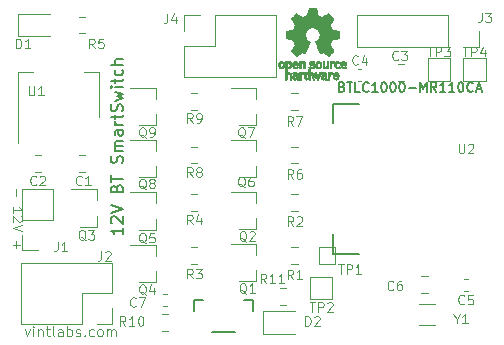
<source format=gbr>
G04 #@! TF.GenerationSoftware,KiCad,Pcbnew,5.0.0*
G04 #@! TF.CreationDate,2018-12-15T19:13:02-05:00*
G04 #@! TF.ProjectId,BT_12V_SmartSwitch-panelized-SINGLE,42545F3132565F536D61727453776974,rev?*
G04 #@! TF.SameCoordinates,Original*
G04 #@! TF.FileFunction,Legend,Top*
G04 #@! TF.FilePolarity,Positive*
%FSLAX46Y46*%
G04 Gerber Fmt 4.6, Leading zero omitted, Abs format (unit mm)*
G04 Created by KiCad (PCBNEW 5.0.0) date Sat Dec 15 19:13:02 2018*
%MOMM*%
%LPD*%
G01*
G04 APERTURE LIST*
%ADD10C,0.120000*%
%ADD11C,0.200000*%
%ADD12C,0.127000*%
%ADD13C,0.150000*%
%ADD14C,0.010000*%
G04 APERTURE END LIST*
D10*
X139942857Y-53385714D02*
X139942857Y-53995238D01*
X139638095Y-55404761D02*
X139638095Y-54947619D01*
X139638095Y-55176190D02*
X140438095Y-55176190D01*
X140323809Y-55100000D01*
X140247619Y-55023809D01*
X140209523Y-54947619D01*
X140361904Y-55709523D02*
X140400000Y-55747619D01*
X140438095Y-55823809D01*
X140438095Y-56014285D01*
X140400000Y-56090476D01*
X140361904Y-56128571D01*
X140285714Y-56166666D01*
X140209523Y-56166666D01*
X140095238Y-56128571D01*
X139638095Y-55671428D01*
X139638095Y-56166666D01*
X140438095Y-56395238D02*
X139638095Y-56661904D01*
X140438095Y-56928571D01*
X139942857Y-57804761D02*
X139942857Y-58414285D01*
X139638095Y-58109523D02*
X140247619Y-58109523D01*
X140664285Y-65270357D02*
X140866666Y-65837023D01*
X141069047Y-65270357D01*
X141392857Y-65837023D02*
X141392857Y-65270357D01*
X141392857Y-64987023D02*
X141352380Y-65027500D01*
X141392857Y-65067976D01*
X141433333Y-65027500D01*
X141392857Y-64987023D01*
X141392857Y-65067976D01*
X141797619Y-65270357D02*
X141797619Y-65837023D01*
X141797619Y-65351309D02*
X141838095Y-65310833D01*
X141919047Y-65270357D01*
X142040476Y-65270357D01*
X142121428Y-65310833D01*
X142161904Y-65391785D01*
X142161904Y-65837023D01*
X142445238Y-65270357D02*
X142769047Y-65270357D01*
X142566666Y-64987023D02*
X142566666Y-65715595D01*
X142607142Y-65796547D01*
X142688095Y-65837023D01*
X142769047Y-65837023D01*
X143173809Y-65837023D02*
X143092857Y-65796547D01*
X143052380Y-65715595D01*
X143052380Y-64987023D01*
X143861904Y-65837023D02*
X143861904Y-65391785D01*
X143821428Y-65310833D01*
X143740476Y-65270357D01*
X143578571Y-65270357D01*
X143497619Y-65310833D01*
X143861904Y-65796547D02*
X143780952Y-65837023D01*
X143578571Y-65837023D01*
X143497619Y-65796547D01*
X143457142Y-65715595D01*
X143457142Y-65634642D01*
X143497619Y-65553690D01*
X143578571Y-65513214D01*
X143780952Y-65513214D01*
X143861904Y-65472738D01*
X144266666Y-65837023D02*
X144266666Y-64987023D01*
X144266666Y-65310833D02*
X144347619Y-65270357D01*
X144509523Y-65270357D01*
X144590476Y-65310833D01*
X144630952Y-65351309D01*
X144671428Y-65432261D01*
X144671428Y-65675119D01*
X144630952Y-65756071D01*
X144590476Y-65796547D01*
X144509523Y-65837023D01*
X144347619Y-65837023D01*
X144266666Y-65796547D01*
X144995238Y-65796547D02*
X145076190Y-65837023D01*
X145238095Y-65837023D01*
X145319047Y-65796547D01*
X145359523Y-65715595D01*
X145359523Y-65675119D01*
X145319047Y-65594166D01*
X145238095Y-65553690D01*
X145116666Y-65553690D01*
X145035714Y-65513214D01*
X144995238Y-65432261D01*
X144995238Y-65391785D01*
X145035714Y-65310833D01*
X145116666Y-65270357D01*
X145238095Y-65270357D01*
X145319047Y-65310833D01*
X145723809Y-65756071D02*
X145764285Y-65796547D01*
X145723809Y-65837023D01*
X145683333Y-65796547D01*
X145723809Y-65756071D01*
X145723809Y-65837023D01*
X146492857Y-65796547D02*
X146411904Y-65837023D01*
X146250000Y-65837023D01*
X146169047Y-65796547D01*
X146128571Y-65756071D01*
X146088095Y-65675119D01*
X146088095Y-65432261D01*
X146128571Y-65351309D01*
X146169047Y-65310833D01*
X146250000Y-65270357D01*
X146411904Y-65270357D01*
X146492857Y-65310833D01*
X146978571Y-65837023D02*
X146897619Y-65796547D01*
X146857142Y-65756071D01*
X146816666Y-65675119D01*
X146816666Y-65432261D01*
X146857142Y-65351309D01*
X146897619Y-65310833D01*
X146978571Y-65270357D01*
X147100000Y-65270357D01*
X147180952Y-65310833D01*
X147221428Y-65351309D01*
X147261904Y-65432261D01*
X147261904Y-65675119D01*
X147221428Y-65756071D01*
X147180952Y-65796547D01*
X147100000Y-65837023D01*
X146978571Y-65837023D01*
X147626190Y-65837023D02*
X147626190Y-65270357D01*
X147626190Y-65351309D02*
X147666666Y-65310833D01*
X147747619Y-65270357D01*
X147869047Y-65270357D01*
X147950000Y-65310833D01*
X147990476Y-65391785D01*
X147990476Y-65837023D01*
X147990476Y-65391785D02*
X148030952Y-65310833D01*
X148111904Y-65270357D01*
X148233333Y-65270357D01*
X148314285Y-65310833D01*
X148354761Y-65391785D01*
X148354761Y-65837023D01*
D11*
X148952380Y-56657142D02*
X148952380Y-57228571D01*
X148952380Y-56942857D02*
X147952380Y-56942857D01*
X148095238Y-57038095D01*
X148190476Y-57133333D01*
X148238095Y-57228571D01*
X148047619Y-56276190D02*
X148000000Y-56228571D01*
X147952380Y-56133333D01*
X147952380Y-55895238D01*
X148000000Y-55800000D01*
X148047619Y-55752380D01*
X148142857Y-55704761D01*
X148238095Y-55704761D01*
X148380952Y-55752380D01*
X148952380Y-56323809D01*
X148952380Y-55704761D01*
X147952380Y-55419047D02*
X148952380Y-55085714D01*
X147952380Y-54752380D01*
X148428571Y-53323809D02*
X148476190Y-53180952D01*
X148523809Y-53133333D01*
X148619047Y-53085714D01*
X148761904Y-53085714D01*
X148857142Y-53133333D01*
X148904761Y-53180952D01*
X148952380Y-53276190D01*
X148952380Y-53657142D01*
X147952380Y-53657142D01*
X147952380Y-53323809D01*
X148000000Y-53228571D01*
X148047619Y-53180952D01*
X148142857Y-53133333D01*
X148238095Y-53133333D01*
X148333333Y-53180952D01*
X148380952Y-53228571D01*
X148428571Y-53323809D01*
X148428571Y-53657142D01*
X147952380Y-52800000D02*
X147952380Y-52228571D01*
X148952380Y-52514285D02*
X147952380Y-52514285D01*
X148904761Y-51180952D02*
X148952380Y-51038095D01*
X148952380Y-50800000D01*
X148904761Y-50704761D01*
X148857142Y-50657142D01*
X148761904Y-50609523D01*
X148666666Y-50609523D01*
X148571428Y-50657142D01*
X148523809Y-50704761D01*
X148476190Y-50800000D01*
X148428571Y-50990476D01*
X148380952Y-51085714D01*
X148333333Y-51133333D01*
X148238095Y-51180952D01*
X148142857Y-51180952D01*
X148047619Y-51133333D01*
X148000000Y-51085714D01*
X147952380Y-50990476D01*
X147952380Y-50752380D01*
X148000000Y-50609523D01*
X148952380Y-50180952D02*
X148285714Y-50180952D01*
X148380952Y-50180952D02*
X148333333Y-50133333D01*
X148285714Y-50038095D01*
X148285714Y-49895238D01*
X148333333Y-49800000D01*
X148428571Y-49752380D01*
X148952380Y-49752380D01*
X148428571Y-49752380D02*
X148333333Y-49704761D01*
X148285714Y-49609523D01*
X148285714Y-49466666D01*
X148333333Y-49371428D01*
X148428571Y-49323809D01*
X148952380Y-49323809D01*
X148952380Y-48419047D02*
X148428571Y-48419047D01*
X148333333Y-48466666D01*
X148285714Y-48561904D01*
X148285714Y-48752380D01*
X148333333Y-48847619D01*
X148904761Y-48419047D02*
X148952380Y-48514285D01*
X148952380Y-48752380D01*
X148904761Y-48847619D01*
X148809523Y-48895238D01*
X148714285Y-48895238D01*
X148619047Y-48847619D01*
X148571428Y-48752380D01*
X148571428Y-48514285D01*
X148523809Y-48419047D01*
X148952380Y-47942857D02*
X148285714Y-47942857D01*
X148476190Y-47942857D02*
X148380952Y-47895238D01*
X148333333Y-47847619D01*
X148285714Y-47752380D01*
X148285714Y-47657142D01*
X148285714Y-47466666D02*
X148285714Y-47085714D01*
X147952380Y-47323809D02*
X148809523Y-47323809D01*
X148904761Y-47276190D01*
X148952380Y-47180952D01*
X148952380Y-47085714D01*
X148904761Y-46800000D02*
X148952380Y-46657142D01*
X148952380Y-46419047D01*
X148904761Y-46323809D01*
X148857142Y-46276190D01*
X148761904Y-46228571D01*
X148666666Y-46228571D01*
X148571428Y-46276190D01*
X148523809Y-46323809D01*
X148476190Y-46419047D01*
X148428571Y-46609523D01*
X148380952Y-46704761D01*
X148333333Y-46752380D01*
X148238095Y-46800000D01*
X148142857Y-46800000D01*
X148047619Y-46752380D01*
X148000000Y-46704761D01*
X147952380Y-46609523D01*
X147952380Y-46371428D01*
X148000000Y-46228571D01*
X148285714Y-45895238D02*
X148952380Y-45704761D01*
X148476190Y-45514285D01*
X148952380Y-45323809D01*
X148285714Y-45133333D01*
X148952380Y-44752380D02*
X148285714Y-44752380D01*
X147952380Y-44752380D02*
X148000000Y-44800000D01*
X148047619Y-44752380D01*
X148000000Y-44704761D01*
X147952380Y-44752380D01*
X148047619Y-44752380D01*
X148285714Y-44419047D02*
X148285714Y-44038095D01*
X147952380Y-44276190D02*
X148809523Y-44276190D01*
X148904761Y-44228571D01*
X148952380Y-44133333D01*
X148952380Y-44038095D01*
X148904761Y-43276190D02*
X148952380Y-43371428D01*
X148952380Y-43561904D01*
X148904761Y-43657142D01*
X148857142Y-43704761D01*
X148761904Y-43752380D01*
X148476190Y-43752380D01*
X148380952Y-43704761D01*
X148333333Y-43657142D01*
X148285714Y-43561904D01*
X148285714Y-43371428D01*
X148333333Y-43276190D01*
X148952380Y-42847619D02*
X147952380Y-42847619D01*
X148952380Y-42419047D02*
X148428571Y-42419047D01*
X148333333Y-42466666D01*
X148285714Y-42561904D01*
X148285714Y-42704761D01*
X148333333Y-42800000D01*
X148380952Y-42847619D01*
D10*
X139942857Y-53385714D02*
X139942857Y-53995238D01*
X139638095Y-55404761D02*
X139638095Y-54947619D01*
X139638095Y-55176190D02*
X140438095Y-55176190D01*
X140323809Y-55100000D01*
X140247619Y-55023809D01*
X140209523Y-54947619D01*
X140361904Y-55709523D02*
X140400000Y-55747619D01*
X140438095Y-55823809D01*
X140438095Y-56014285D01*
X140400000Y-56090476D01*
X140361904Y-56128571D01*
X140285714Y-56166666D01*
X140209523Y-56166666D01*
X140095238Y-56128571D01*
X139638095Y-55671428D01*
X139638095Y-56166666D01*
X140438095Y-56395238D02*
X139638095Y-56661904D01*
X140438095Y-56928571D01*
X139942857Y-57804761D02*
X139942857Y-58414285D01*
X139638095Y-58109523D02*
X140247619Y-58109523D01*
X140664285Y-65270357D02*
X140866666Y-65837023D01*
X141069047Y-65270357D01*
X141392857Y-65837023D02*
X141392857Y-65270357D01*
X141392857Y-64987023D02*
X141352380Y-65027500D01*
X141392857Y-65067976D01*
X141433333Y-65027500D01*
X141392857Y-64987023D01*
X141392857Y-65067976D01*
X141797619Y-65270357D02*
X141797619Y-65837023D01*
X141797619Y-65351309D02*
X141838095Y-65310833D01*
X141919047Y-65270357D01*
X142040476Y-65270357D01*
X142121428Y-65310833D01*
X142161904Y-65391785D01*
X142161904Y-65837023D01*
X142445238Y-65270357D02*
X142769047Y-65270357D01*
X142566666Y-64987023D02*
X142566666Y-65715595D01*
X142607142Y-65796547D01*
X142688095Y-65837023D01*
X142769047Y-65837023D01*
X143173809Y-65837023D02*
X143092857Y-65796547D01*
X143052380Y-65715595D01*
X143052380Y-64987023D01*
X143861904Y-65837023D02*
X143861904Y-65391785D01*
X143821428Y-65310833D01*
X143740476Y-65270357D01*
X143578571Y-65270357D01*
X143497619Y-65310833D01*
X143861904Y-65796547D02*
X143780952Y-65837023D01*
X143578571Y-65837023D01*
X143497619Y-65796547D01*
X143457142Y-65715595D01*
X143457142Y-65634642D01*
X143497619Y-65553690D01*
X143578571Y-65513214D01*
X143780952Y-65513214D01*
X143861904Y-65472738D01*
X144266666Y-65837023D02*
X144266666Y-64987023D01*
X144266666Y-65310833D02*
X144347619Y-65270357D01*
X144509523Y-65270357D01*
X144590476Y-65310833D01*
X144630952Y-65351309D01*
X144671428Y-65432261D01*
X144671428Y-65675119D01*
X144630952Y-65756071D01*
X144590476Y-65796547D01*
X144509523Y-65837023D01*
X144347619Y-65837023D01*
X144266666Y-65796547D01*
X144995238Y-65796547D02*
X145076190Y-65837023D01*
X145238095Y-65837023D01*
X145319047Y-65796547D01*
X145359523Y-65715595D01*
X145359523Y-65675119D01*
X145319047Y-65594166D01*
X145238095Y-65553690D01*
X145116666Y-65553690D01*
X145035714Y-65513214D01*
X144995238Y-65432261D01*
X144995238Y-65391785D01*
X145035714Y-65310833D01*
X145116666Y-65270357D01*
X145238095Y-65270357D01*
X145319047Y-65310833D01*
X145723809Y-65756071D02*
X145764285Y-65796547D01*
X145723809Y-65837023D01*
X145683333Y-65796547D01*
X145723809Y-65756071D01*
X145723809Y-65837023D01*
X146492857Y-65796547D02*
X146411904Y-65837023D01*
X146250000Y-65837023D01*
X146169047Y-65796547D01*
X146128571Y-65756071D01*
X146088095Y-65675119D01*
X146088095Y-65432261D01*
X146128571Y-65351309D01*
X146169047Y-65310833D01*
X146250000Y-65270357D01*
X146411904Y-65270357D01*
X146492857Y-65310833D01*
X146978571Y-65837023D02*
X146897619Y-65796547D01*
X146857142Y-65756071D01*
X146816666Y-65675119D01*
X146816666Y-65432261D01*
X146857142Y-65351309D01*
X146897619Y-65310833D01*
X146978571Y-65270357D01*
X147100000Y-65270357D01*
X147180952Y-65310833D01*
X147221428Y-65351309D01*
X147261904Y-65432261D01*
X147261904Y-65675119D01*
X147221428Y-65756071D01*
X147180952Y-65796547D01*
X147100000Y-65837023D01*
X146978571Y-65837023D01*
X147626190Y-65837023D02*
X147626190Y-65270357D01*
X147626190Y-65351309D02*
X147666666Y-65310833D01*
X147747619Y-65270357D01*
X147869047Y-65270357D01*
X147950000Y-65310833D01*
X147990476Y-65391785D01*
X147990476Y-65837023D01*
X147990476Y-65391785D02*
X148030952Y-65310833D01*
X148111904Y-65270357D01*
X148233333Y-65270357D01*
X148314285Y-65310833D01*
X148354761Y-65391785D01*
X148354761Y-65837023D01*
D11*
X148952380Y-56657142D02*
X148952380Y-57228571D01*
X148952380Y-56942857D02*
X147952380Y-56942857D01*
X148095238Y-57038095D01*
X148190476Y-57133333D01*
X148238095Y-57228571D01*
X148047619Y-56276190D02*
X148000000Y-56228571D01*
X147952380Y-56133333D01*
X147952380Y-55895238D01*
X148000000Y-55800000D01*
X148047619Y-55752380D01*
X148142857Y-55704761D01*
X148238095Y-55704761D01*
X148380952Y-55752380D01*
X148952380Y-56323809D01*
X148952380Y-55704761D01*
X147952380Y-55419047D02*
X148952380Y-55085714D01*
X147952380Y-54752380D01*
X148428571Y-53323809D02*
X148476190Y-53180952D01*
X148523809Y-53133333D01*
X148619047Y-53085714D01*
X148761904Y-53085714D01*
X148857142Y-53133333D01*
X148904761Y-53180952D01*
X148952380Y-53276190D01*
X148952380Y-53657142D01*
X147952380Y-53657142D01*
X147952380Y-53323809D01*
X148000000Y-53228571D01*
X148047619Y-53180952D01*
X148142857Y-53133333D01*
X148238095Y-53133333D01*
X148333333Y-53180952D01*
X148380952Y-53228571D01*
X148428571Y-53323809D01*
X148428571Y-53657142D01*
X147952380Y-52800000D02*
X147952380Y-52228571D01*
X148952380Y-52514285D02*
X147952380Y-52514285D01*
X148904761Y-51180952D02*
X148952380Y-51038095D01*
X148952380Y-50800000D01*
X148904761Y-50704761D01*
X148857142Y-50657142D01*
X148761904Y-50609523D01*
X148666666Y-50609523D01*
X148571428Y-50657142D01*
X148523809Y-50704761D01*
X148476190Y-50800000D01*
X148428571Y-50990476D01*
X148380952Y-51085714D01*
X148333333Y-51133333D01*
X148238095Y-51180952D01*
X148142857Y-51180952D01*
X148047619Y-51133333D01*
X148000000Y-51085714D01*
X147952380Y-50990476D01*
X147952380Y-50752380D01*
X148000000Y-50609523D01*
X148952380Y-50180952D02*
X148285714Y-50180952D01*
X148380952Y-50180952D02*
X148333333Y-50133333D01*
X148285714Y-50038095D01*
X148285714Y-49895238D01*
X148333333Y-49800000D01*
X148428571Y-49752380D01*
X148952380Y-49752380D01*
X148428571Y-49752380D02*
X148333333Y-49704761D01*
X148285714Y-49609523D01*
X148285714Y-49466666D01*
X148333333Y-49371428D01*
X148428571Y-49323809D01*
X148952380Y-49323809D01*
X148952380Y-48419047D02*
X148428571Y-48419047D01*
X148333333Y-48466666D01*
X148285714Y-48561904D01*
X148285714Y-48752380D01*
X148333333Y-48847619D01*
X148904761Y-48419047D02*
X148952380Y-48514285D01*
X148952380Y-48752380D01*
X148904761Y-48847619D01*
X148809523Y-48895238D01*
X148714285Y-48895238D01*
X148619047Y-48847619D01*
X148571428Y-48752380D01*
X148571428Y-48514285D01*
X148523809Y-48419047D01*
X148952380Y-47942857D02*
X148285714Y-47942857D01*
X148476190Y-47942857D02*
X148380952Y-47895238D01*
X148333333Y-47847619D01*
X148285714Y-47752380D01*
X148285714Y-47657142D01*
X148285714Y-47466666D02*
X148285714Y-47085714D01*
X147952380Y-47323809D02*
X148809523Y-47323809D01*
X148904761Y-47276190D01*
X148952380Y-47180952D01*
X148952380Y-47085714D01*
X148904761Y-46800000D02*
X148952380Y-46657142D01*
X148952380Y-46419047D01*
X148904761Y-46323809D01*
X148857142Y-46276190D01*
X148761904Y-46228571D01*
X148666666Y-46228571D01*
X148571428Y-46276190D01*
X148523809Y-46323809D01*
X148476190Y-46419047D01*
X148428571Y-46609523D01*
X148380952Y-46704761D01*
X148333333Y-46752380D01*
X148238095Y-46800000D01*
X148142857Y-46800000D01*
X148047619Y-46752380D01*
X148000000Y-46704761D01*
X147952380Y-46609523D01*
X147952380Y-46371428D01*
X148000000Y-46228571D01*
X148285714Y-45895238D02*
X148952380Y-45704761D01*
X148476190Y-45514285D01*
X148952380Y-45323809D01*
X148285714Y-45133333D01*
X148952380Y-44752380D02*
X148285714Y-44752380D01*
X147952380Y-44752380D02*
X148000000Y-44800000D01*
X148047619Y-44752380D01*
X148000000Y-44704761D01*
X147952380Y-44752380D01*
X148047619Y-44752380D01*
X148285714Y-44419047D02*
X148285714Y-44038095D01*
X147952380Y-44276190D02*
X148809523Y-44276190D01*
X148904761Y-44228571D01*
X148952380Y-44133333D01*
X148952380Y-44038095D01*
X148904761Y-43276190D02*
X148952380Y-43371428D01*
X148952380Y-43561904D01*
X148904761Y-43657142D01*
X148857142Y-43704761D01*
X148761904Y-43752380D01*
X148476190Y-43752380D01*
X148380952Y-43704761D01*
X148333333Y-43657142D01*
X148285714Y-43561904D01*
X148285714Y-43371428D01*
X148333333Y-43276190D01*
X148952380Y-42847619D02*
X147952380Y-42847619D01*
X148952380Y-42419047D02*
X148428571Y-42419047D01*
X148333333Y-42466666D01*
X148285714Y-42561904D01*
X148285714Y-42704761D01*
X148333333Y-42800000D01*
X148380952Y-42847619D01*
D12*
G04 #@! TO.C,U2*
X168950000Y-46150000D02*
X166750000Y-46150000D01*
X166750000Y-46150000D02*
X166750000Y-47800000D01*
X168950000Y-58850000D02*
X166750000Y-58850000D01*
X166750000Y-58850000D02*
X166750000Y-57200000D01*
D13*
G04 #@! TO.C,SW1*
X158500000Y-65500000D02*
X156500000Y-65500000D01*
X160000000Y-62750000D02*
X160000000Y-63750000D01*
X159250000Y-62750000D02*
X160000000Y-62750000D01*
X155000000Y-62750000D02*
X155750000Y-62750000D01*
X155000000Y-63750000D02*
X155000000Y-62750000D01*
D10*
G04 #@! TO.C,TP1*
X165550000Y-58300000D02*
X166950000Y-58300000D01*
X166950000Y-58300000D02*
X166950000Y-59700000D01*
X166950000Y-59700000D02*
X165550000Y-59700000D01*
X165550000Y-59700000D02*
X165550000Y-58300000D01*
G04 #@! TO.C,TP2*
X164800000Y-60800000D02*
X166700000Y-60800000D01*
X166700000Y-60800000D02*
X166700000Y-62700000D01*
X166700000Y-62700000D02*
X164800000Y-62700000D01*
X164800000Y-62700000D02*
X164800000Y-60800000D01*
G04 #@! TO.C,TP4*
X177800000Y-44200000D02*
X177800000Y-42300000D01*
X179700000Y-44200000D02*
X177800000Y-44200000D01*
X179700000Y-42300000D02*
X179700000Y-44200000D01*
X177800000Y-42300000D02*
X179700000Y-42300000D01*
G04 #@! TO.C,TP3*
X174800000Y-42300000D02*
X176700000Y-42300000D01*
X176700000Y-42300000D02*
X176700000Y-44200000D01*
X176700000Y-44200000D02*
X174800000Y-44200000D01*
X174800000Y-44200000D02*
X174800000Y-42300000D01*
G04 #@! TO.C,J3*
X176480000Y-38670000D02*
X176480000Y-41330000D01*
X176480000Y-38670000D02*
X168800000Y-38670000D01*
X168800000Y-38670000D02*
X168800000Y-41330000D01*
X176480000Y-41330000D02*
X168800000Y-41330000D01*
X179080000Y-41330000D02*
X177750000Y-41330000D01*
X179080000Y-40000000D02*
X179080000Y-41330000D01*
G04 #@! TO.C,C7*
X152662779Y-63260000D02*
X152337221Y-63260000D01*
X152662779Y-62240000D02*
X152337221Y-62240000D01*
G04 #@! TO.C,C3*
X172241422Y-44210000D02*
X172758578Y-44210000D01*
X172241422Y-42790000D02*
X172758578Y-42790000D01*
G04 #@! TO.C,C6*
X174758578Y-60790000D02*
X174241422Y-60790000D01*
X174758578Y-62210000D02*
X174241422Y-62210000D01*
G04 #@! TO.C,C2*
X142008578Y-51960000D02*
X141491422Y-51960000D01*
X142008578Y-50540000D02*
X141491422Y-50540000D01*
G04 #@! TO.C,J1*
X143080000Y-55980000D02*
X140420000Y-55980000D01*
X143080000Y-55980000D02*
X143080000Y-53380000D01*
X143080000Y-53380000D02*
X140420000Y-53380000D01*
X140420000Y-55980000D02*
X140420000Y-53380000D01*
X140420000Y-58580000D02*
X140420000Y-57250000D01*
X141750000Y-58580000D02*
X140420000Y-58580000D01*
G04 #@! TO.C,J4*
X154170000Y-40000000D02*
X154170000Y-38670000D01*
X154170000Y-38670000D02*
X155500000Y-38670000D01*
X154170000Y-41270000D02*
X156770000Y-41270000D01*
X156770000Y-41270000D02*
X156770000Y-38670000D01*
X156770000Y-38670000D02*
X161910000Y-38670000D01*
X161910000Y-43870000D02*
X161910000Y-38670000D01*
X154170000Y-43870000D02*
X161910000Y-43870000D01*
X154170000Y-43870000D02*
X154170000Y-41270000D01*
G04 #@! TO.C,J2*
X148080000Y-59630000D02*
X148080000Y-62230000D01*
X148080000Y-59630000D02*
X140340000Y-59630000D01*
X140340000Y-59630000D02*
X140340000Y-64830000D01*
X145480000Y-64830000D02*
X140340000Y-64830000D01*
X145480000Y-62230000D02*
X145480000Y-64830000D01*
X148080000Y-62230000D02*
X145480000Y-62230000D01*
X148080000Y-64830000D02*
X146750000Y-64830000D01*
X148080000Y-63500000D02*
X148080000Y-64830000D01*
G04 #@! TO.C,Q7*
X160260000Y-47980000D02*
X158800000Y-47980000D01*
X160260000Y-44820000D02*
X158100000Y-44820000D01*
X160260000Y-44820000D02*
X160260000Y-45750000D01*
X160260000Y-47980000D02*
X160260000Y-47050000D01*
G04 #@! TO.C,Q4*
X151760000Y-61280000D02*
X151760000Y-60350000D01*
X151760000Y-58120000D02*
X151760000Y-59050000D01*
X151760000Y-58120000D02*
X149600000Y-58120000D01*
X151760000Y-61280000D02*
X150300000Y-61280000D01*
G04 #@! TO.C,Q9*
X151760000Y-47980000D02*
X150300000Y-47980000D01*
X151760000Y-44820000D02*
X149600000Y-44820000D01*
X151760000Y-44820000D02*
X151760000Y-45750000D01*
X151760000Y-47980000D02*
X151760000Y-47050000D01*
G04 #@! TO.C,Q8*
X151760000Y-52380000D02*
X151760000Y-51450000D01*
X151760000Y-49220000D02*
X151760000Y-50150000D01*
X151760000Y-49220000D02*
X149600000Y-49220000D01*
X151760000Y-52380000D02*
X150300000Y-52380000D01*
G04 #@! TO.C,Q6*
X160260000Y-52380000D02*
X158800000Y-52380000D01*
X160260000Y-49220000D02*
X158100000Y-49220000D01*
X160260000Y-49220000D02*
X160260000Y-50150000D01*
X160260000Y-52380000D02*
X160260000Y-51450000D01*
G04 #@! TO.C,Q5*
X151760000Y-56830000D02*
X151760000Y-55900000D01*
X151760000Y-53670000D02*
X151760000Y-54600000D01*
X151760000Y-53670000D02*
X149600000Y-53670000D01*
X151760000Y-56830000D02*
X150300000Y-56830000D01*
G04 #@! TO.C,R9*
X154741422Y-46710000D02*
X155258578Y-46710000D01*
X154741422Y-45290000D02*
X155258578Y-45290000D01*
G04 #@! TO.C,R10*
X152758578Y-65410000D02*
X152241422Y-65410000D01*
X152758578Y-63990000D02*
X152241422Y-63990000D01*
G04 #@! TO.C,R11*
X162241422Y-63210000D02*
X162758578Y-63210000D01*
X162241422Y-61790000D02*
X162758578Y-61790000D01*
G04 #@! TO.C,R6*
X163758578Y-51210000D02*
X163241422Y-51210000D01*
X163758578Y-49790000D02*
X163241422Y-49790000D01*
G04 #@! TO.C,R7*
X163758578Y-45290000D02*
X163241422Y-45290000D01*
X163758578Y-46710000D02*
X163241422Y-46710000D01*
G04 #@! TO.C,R8*
X154741422Y-49790000D02*
X155258578Y-49790000D01*
X154741422Y-51210000D02*
X155258578Y-51210000D01*
G04 #@! TO.C,C1*
X145758578Y-50540000D02*
X145241422Y-50540000D01*
X145758578Y-51960000D02*
X145241422Y-51960000D01*
G04 #@! TO.C,C4*
X169162779Y-43240000D02*
X168837221Y-43240000D01*
X169162779Y-44260000D02*
X168837221Y-44260000D01*
G04 #@! TO.C,C5*
X177837221Y-60990000D02*
X178162779Y-60990000D01*
X177837221Y-62010000D02*
X178162779Y-62010000D01*
G04 #@! TO.C,Q3*
X146760000Y-56580000D02*
X146760000Y-55650000D01*
X146760000Y-53420000D02*
X146760000Y-54350000D01*
X146760000Y-53420000D02*
X144600000Y-53420000D01*
X146760000Y-56580000D02*
X145300000Y-56580000D01*
G04 #@! TO.C,Q1*
X160260000Y-61180000D02*
X160260000Y-60250000D01*
X160260000Y-58020000D02*
X160260000Y-58950000D01*
X160260000Y-58020000D02*
X158100000Y-58020000D01*
X160260000Y-61180000D02*
X158800000Y-61180000D01*
G04 #@! TO.C,Y1*
X175425000Y-63125000D02*
X174075000Y-63125000D01*
X175425000Y-64875000D02*
X174075000Y-64875000D01*
G04 #@! TO.C,D2*
X160815000Y-65660000D02*
X163500000Y-65660000D01*
X160815000Y-63740000D02*
X160815000Y-65660000D01*
X163500000Y-63740000D02*
X160815000Y-63740000D01*
G04 #@! TO.C,D1*
X142812500Y-38540000D02*
X140127500Y-38540000D01*
X140127500Y-38540000D02*
X140127500Y-40460000D01*
X140127500Y-40460000D02*
X142812500Y-40460000D01*
G04 #@! TO.C,U1*
X146910000Y-43490000D02*
X145650000Y-43490000D01*
X140090000Y-43490000D02*
X141350000Y-43490000D01*
X146910000Y-47250000D02*
X146910000Y-43490000D01*
X140090000Y-49500000D02*
X140090000Y-43490000D01*
G04 #@! TO.C,Q2*
X160260000Y-56780000D02*
X160260000Y-55850000D01*
X160260000Y-53620000D02*
X160260000Y-54550000D01*
X160260000Y-53620000D02*
X158100000Y-53620000D01*
X160260000Y-56780000D02*
X158800000Y-56780000D01*
G04 #@! TO.C,R3*
X154741422Y-58290000D02*
X155258578Y-58290000D01*
X154741422Y-59710000D02*
X155258578Y-59710000D01*
G04 #@! TO.C,R2*
X163758578Y-53790000D02*
X163241422Y-53790000D01*
X163758578Y-55210000D02*
X163241422Y-55210000D01*
G04 #@! TO.C,R1*
X163758578Y-59710000D02*
X163241422Y-59710000D01*
X163758578Y-58290000D02*
X163241422Y-58290000D01*
G04 #@! TO.C,R4*
X154741422Y-55210000D02*
X155258578Y-55210000D01*
X154741422Y-53790000D02*
X155258578Y-53790000D01*
G04 #@! TO.C,R5*
X145241422Y-38790000D02*
X145758578Y-38790000D01*
X145241422Y-40210000D02*
X145758578Y-40210000D01*
D14*
G04 #@! TO.C,REF\002A\002A*
G36*
X165376964Y-38390018D02*
X165433812Y-38691570D01*
X165853338Y-38864512D01*
X166104984Y-38693395D01*
X166175458Y-38645750D01*
X166239163Y-38603210D01*
X166293126Y-38567715D01*
X166334373Y-38541210D01*
X166359934Y-38525636D01*
X166366895Y-38522278D01*
X166379435Y-38530914D01*
X166406231Y-38554792D01*
X166444280Y-38590859D01*
X166490579Y-38636067D01*
X166542123Y-38687364D01*
X166595909Y-38741701D01*
X166648935Y-38796028D01*
X166698195Y-38847295D01*
X166740687Y-38892451D01*
X166773407Y-38928446D01*
X166793351Y-38952230D01*
X166798119Y-38960190D01*
X166791257Y-38974865D01*
X166772020Y-39007014D01*
X166742430Y-39053492D01*
X166704510Y-39111156D01*
X166660282Y-39176860D01*
X166634654Y-39214336D01*
X166587941Y-39282768D01*
X166546432Y-39344520D01*
X166512140Y-39396519D01*
X166487080Y-39435692D01*
X166473264Y-39458965D01*
X166471188Y-39463855D01*
X166475895Y-39477755D01*
X166488723Y-39510150D01*
X166507738Y-39556485D01*
X166531003Y-39612206D01*
X166556584Y-39672758D01*
X166582545Y-39733586D01*
X166606950Y-39790136D01*
X166627863Y-39837852D01*
X166643349Y-39872181D01*
X166651472Y-39888568D01*
X166651952Y-39889212D01*
X166664707Y-39892341D01*
X166698677Y-39899321D01*
X166750340Y-39909467D01*
X166816176Y-39922092D01*
X166892664Y-39936509D01*
X166937290Y-39944823D01*
X167019021Y-39960384D01*
X167092843Y-39975192D01*
X167155021Y-39988436D01*
X167201822Y-39999305D01*
X167229509Y-40006989D01*
X167235074Y-40009427D01*
X167240526Y-40025930D01*
X167244924Y-40063200D01*
X167248272Y-40116880D01*
X167250574Y-40182612D01*
X167251832Y-40256037D01*
X167252048Y-40332796D01*
X167251227Y-40408532D01*
X167249371Y-40478886D01*
X167246482Y-40539500D01*
X167242565Y-40586016D01*
X167237622Y-40614075D01*
X167234657Y-40619916D01*
X167216934Y-40626917D01*
X167179381Y-40636927D01*
X167126964Y-40648769D01*
X167064652Y-40661267D01*
X167042900Y-40665310D01*
X166938024Y-40684520D01*
X166855180Y-40699991D01*
X166791630Y-40712337D01*
X166744637Y-40722173D01*
X166711463Y-40730114D01*
X166689371Y-40736776D01*
X166675624Y-40742773D01*
X166667484Y-40748719D01*
X166666345Y-40749894D01*
X166654977Y-40768826D01*
X166637635Y-40805669D01*
X166616050Y-40855913D01*
X166591954Y-40915046D01*
X166567079Y-40978556D01*
X166543157Y-41041932D01*
X166521919Y-41100662D01*
X166505097Y-41150235D01*
X166494422Y-41186139D01*
X166491627Y-41203862D01*
X166491860Y-41204483D01*
X166501331Y-41218970D01*
X166522818Y-41250844D01*
X166554063Y-41296789D01*
X166592807Y-41353485D01*
X166636793Y-41417617D01*
X166649319Y-41435842D01*
X166693984Y-41501914D01*
X166733288Y-41562200D01*
X166765088Y-41613235D01*
X166787245Y-41651560D01*
X166797617Y-41673711D01*
X166798119Y-41676432D01*
X166789405Y-41690736D01*
X166765325Y-41719072D01*
X166728976Y-41758396D01*
X166683453Y-41805661D01*
X166631852Y-41857823D01*
X166577267Y-41911835D01*
X166522794Y-41964653D01*
X166471529Y-42013231D01*
X166426567Y-42054523D01*
X166391004Y-42085485D01*
X166367935Y-42103070D01*
X166361554Y-42105941D01*
X166346699Y-42099178D01*
X166316286Y-42080939D01*
X166275268Y-42054297D01*
X166243709Y-42032852D01*
X166186525Y-41993503D01*
X166118806Y-41947171D01*
X166050880Y-41900913D01*
X166014361Y-41876155D01*
X165890752Y-41792547D01*
X165786991Y-41848650D01*
X165739720Y-41873228D01*
X165699523Y-41892331D01*
X165672326Y-41903227D01*
X165665402Y-41904743D01*
X165657077Y-41893549D01*
X165640654Y-41861917D01*
X165617357Y-41812765D01*
X165588414Y-41749010D01*
X165555050Y-41673571D01*
X165518491Y-41589364D01*
X165479964Y-41499308D01*
X165440694Y-41406321D01*
X165401908Y-41313320D01*
X165364830Y-41223223D01*
X165330689Y-41138948D01*
X165300708Y-41063413D01*
X165276116Y-40999534D01*
X165258136Y-40950231D01*
X165247997Y-40918421D01*
X165246366Y-40907496D01*
X165259291Y-40893561D01*
X165287589Y-40870940D01*
X165325346Y-40844333D01*
X165328515Y-40842228D01*
X165426100Y-40764114D01*
X165504786Y-40672982D01*
X165563891Y-40571745D01*
X165602732Y-40463318D01*
X165620628Y-40350614D01*
X165616897Y-40236548D01*
X165590857Y-40124034D01*
X165541825Y-40015985D01*
X165527400Y-39992345D01*
X165452369Y-39896887D01*
X165363730Y-39820232D01*
X165264549Y-39762780D01*
X165157895Y-39724929D01*
X165046836Y-39707078D01*
X164934439Y-39709625D01*
X164823773Y-39732970D01*
X164717906Y-39777510D01*
X164619905Y-39843645D01*
X164589590Y-39870487D01*
X164512438Y-39954512D01*
X164456218Y-40042966D01*
X164417653Y-40142115D01*
X164396174Y-40240303D01*
X164390872Y-40350697D01*
X164408552Y-40461640D01*
X164447419Y-40569381D01*
X164505677Y-40670169D01*
X164581531Y-40760256D01*
X164673183Y-40835892D01*
X164685228Y-40843864D01*
X164723389Y-40869974D01*
X164752399Y-40892595D01*
X164766268Y-40907039D01*
X164766469Y-40907496D01*
X164763492Y-40923121D01*
X164751689Y-40958582D01*
X164732286Y-41010962D01*
X164706512Y-41077345D01*
X164675591Y-41154814D01*
X164640751Y-41240450D01*
X164603217Y-41331337D01*
X164564217Y-41424559D01*
X164524977Y-41517197D01*
X164486724Y-41606335D01*
X164450683Y-41689055D01*
X164418083Y-41762441D01*
X164390148Y-41823575D01*
X164368105Y-41869541D01*
X164353182Y-41897421D01*
X164347172Y-41904743D01*
X164328809Y-41899041D01*
X164294448Y-41883749D01*
X164250016Y-41861599D01*
X164225583Y-41848650D01*
X164121822Y-41792547D01*
X163998213Y-41876155D01*
X163935114Y-41918987D01*
X163866030Y-41966122D01*
X163801293Y-42010503D01*
X163768866Y-42032852D01*
X163723259Y-42063477D01*
X163684640Y-42087747D01*
X163658048Y-42102587D01*
X163649410Y-42105724D01*
X163636839Y-42097261D01*
X163609016Y-42073636D01*
X163568639Y-42037302D01*
X163518405Y-41990711D01*
X163461012Y-41936317D01*
X163424714Y-41901392D01*
X163361210Y-41838996D01*
X163306327Y-41783188D01*
X163262286Y-41736354D01*
X163231305Y-41700882D01*
X163215602Y-41679161D01*
X163214095Y-41674752D01*
X163221086Y-41657985D01*
X163240406Y-41624082D01*
X163269909Y-41576476D01*
X163307455Y-41518599D01*
X163350900Y-41453884D01*
X163363255Y-41435842D01*
X163408273Y-41370267D01*
X163448660Y-41311228D01*
X163482160Y-41262042D01*
X163506514Y-41226028D01*
X163519464Y-41206502D01*
X163520715Y-41204483D01*
X163518844Y-41188922D01*
X163508913Y-41154709D01*
X163492653Y-41106355D01*
X163471795Y-41048371D01*
X163448073Y-40985270D01*
X163423216Y-40921563D01*
X163398958Y-40861761D01*
X163377029Y-40810376D01*
X163359162Y-40771919D01*
X163347087Y-40750902D01*
X163346229Y-40749894D01*
X163338846Y-40743888D01*
X163326375Y-40737948D01*
X163306080Y-40731460D01*
X163275222Y-40723809D01*
X163231066Y-40714380D01*
X163170874Y-40702559D01*
X163091907Y-40687729D01*
X162991430Y-40669277D01*
X162969675Y-40665310D01*
X162905198Y-40652853D01*
X162848989Y-40640666D01*
X162806013Y-40629926D01*
X162781240Y-40621809D01*
X162777918Y-40619916D01*
X162772444Y-40603138D01*
X162767994Y-40565645D01*
X162764572Y-40511794D01*
X162762181Y-40445944D01*
X162760823Y-40372453D01*
X162760501Y-40295680D01*
X162761219Y-40219983D01*
X162762979Y-40149720D01*
X162765784Y-40089250D01*
X162769638Y-40042930D01*
X162774543Y-40015119D01*
X162777500Y-40009427D01*
X162793963Y-40003686D01*
X162831449Y-39994345D01*
X162886225Y-39982215D01*
X162954555Y-39968107D01*
X163032706Y-39952830D01*
X163075284Y-39944823D01*
X163156071Y-39929721D01*
X163228113Y-39916040D01*
X163287889Y-39904467D01*
X163331879Y-39895687D01*
X163356561Y-39890387D01*
X163360623Y-39889212D01*
X163367489Y-39875965D01*
X163382002Y-39844057D01*
X163402229Y-39798047D01*
X163426234Y-39742492D01*
X163452082Y-39681953D01*
X163477840Y-39620986D01*
X163501573Y-39564151D01*
X163521346Y-39516006D01*
X163535224Y-39481110D01*
X163541274Y-39464021D01*
X163541386Y-39463274D01*
X163534528Y-39449793D01*
X163515302Y-39418770D01*
X163485728Y-39373289D01*
X163447827Y-39316432D01*
X163403620Y-39251283D01*
X163377921Y-39213862D01*
X163331093Y-39145247D01*
X163289501Y-39082952D01*
X163255175Y-39030129D01*
X163230143Y-38989927D01*
X163216435Y-38965500D01*
X163214456Y-38960024D01*
X163222966Y-38947278D01*
X163246493Y-38920063D01*
X163282032Y-38881428D01*
X163326577Y-38834423D01*
X163377123Y-38782095D01*
X163430664Y-38727495D01*
X163484195Y-38673670D01*
X163534711Y-38623670D01*
X163579206Y-38580543D01*
X163614675Y-38547339D01*
X163638113Y-38527106D01*
X163645954Y-38522278D01*
X163658720Y-38529067D01*
X163689256Y-38548142D01*
X163734590Y-38577561D01*
X163791756Y-38615381D01*
X163857784Y-38659661D01*
X163907590Y-38693395D01*
X164159236Y-38864512D01*
X164368999Y-38778041D01*
X164578763Y-38691570D01*
X164635611Y-38390018D01*
X164692460Y-38088466D01*
X165320115Y-38088466D01*
X165376964Y-38390018D01*
X165376964Y-38390018D01*
G37*
X165376964Y-38390018D02*
X165433812Y-38691570D01*
X165853338Y-38864512D01*
X166104984Y-38693395D01*
X166175458Y-38645750D01*
X166239163Y-38603210D01*
X166293126Y-38567715D01*
X166334373Y-38541210D01*
X166359934Y-38525636D01*
X166366895Y-38522278D01*
X166379435Y-38530914D01*
X166406231Y-38554792D01*
X166444280Y-38590859D01*
X166490579Y-38636067D01*
X166542123Y-38687364D01*
X166595909Y-38741701D01*
X166648935Y-38796028D01*
X166698195Y-38847295D01*
X166740687Y-38892451D01*
X166773407Y-38928446D01*
X166793351Y-38952230D01*
X166798119Y-38960190D01*
X166791257Y-38974865D01*
X166772020Y-39007014D01*
X166742430Y-39053492D01*
X166704510Y-39111156D01*
X166660282Y-39176860D01*
X166634654Y-39214336D01*
X166587941Y-39282768D01*
X166546432Y-39344520D01*
X166512140Y-39396519D01*
X166487080Y-39435692D01*
X166473264Y-39458965D01*
X166471188Y-39463855D01*
X166475895Y-39477755D01*
X166488723Y-39510150D01*
X166507738Y-39556485D01*
X166531003Y-39612206D01*
X166556584Y-39672758D01*
X166582545Y-39733586D01*
X166606950Y-39790136D01*
X166627863Y-39837852D01*
X166643349Y-39872181D01*
X166651472Y-39888568D01*
X166651952Y-39889212D01*
X166664707Y-39892341D01*
X166698677Y-39899321D01*
X166750340Y-39909467D01*
X166816176Y-39922092D01*
X166892664Y-39936509D01*
X166937290Y-39944823D01*
X167019021Y-39960384D01*
X167092843Y-39975192D01*
X167155021Y-39988436D01*
X167201822Y-39999305D01*
X167229509Y-40006989D01*
X167235074Y-40009427D01*
X167240526Y-40025930D01*
X167244924Y-40063200D01*
X167248272Y-40116880D01*
X167250574Y-40182612D01*
X167251832Y-40256037D01*
X167252048Y-40332796D01*
X167251227Y-40408532D01*
X167249371Y-40478886D01*
X167246482Y-40539500D01*
X167242565Y-40586016D01*
X167237622Y-40614075D01*
X167234657Y-40619916D01*
X167216934Y-40626917D01*
X167179381Y-40636927D01*
X167126964Y-40648769D01*
X167064652Y-40661267D01*
X167042900Y-40665310D01*
X166938024Y-40684520D01*
X166855180Y-40699991D01*
X166791630Y-40712337D01*
X166744637Y-40722173D01*
X166711463Y-40730114D01*
X166689371Y-40736776D01*
X166675624Y-40742773D01*
X166667484Y-40748719D01*
X166666345Y-40749894D01*
X166654977Y-40768826D01*
X166637635Y-40805669D01*
X166616050Y-40855913D01*
X166591954Y-40915046D01*
X166567079Y-40978556D01*
X166543157Y-41041932D01*
X166521919Y-41100662D01*
X166505097Y-41150235D01*
X166494422Y-41186139D01*
X166491627Y-41203862D01*
X166491860Y-41204483D01*
X166501331Y-41218970D01*
X166522818Y-41250844D01*
X166554063Y-41296789D01*
X166592807Y-41353485D01*
X166636793Y-41417617D01*
X166649319Y-41435842D01*
X166693984Y-41501914D01*
X166733288Y-41562200D01*
X166765088Y-41613235D01*
X166787245Y-41651560D01*
X166797617Y-41673711D01*
X166798119Y-41676432D01*
X166789405Y-41690736D01*
X166765325Y-41719072D01*
X166728976Y-41758396D01*
X166683453Y-41805661D01*
X166631852Y-41857823D01*
X166577267Y-41911835D01*
X166522794Y-41964653D01*
X166471529Y-42013231D01*
X166426567Y-42054523D01*
X166391004Y-42085485D01*
X166367935Y-42103070D01*
X166361554Y-42105941D01*
X166346699Y-42099178D01*
X166316286Y-42080939D01*
X166275268Y-42054297D01*
X166243709Y-42032852D01*
X166186525Y-41993503D01*
X166118806Y-41947171D01*
X166050880Y-41900913D01*
X166014361Y-41876155D01*
X165890752Y-41792547D01*
X165786991Y-41848650D01*
X165739720Y-41873228D01*
X165699523Y-41892331D01*
X165672326Y-41903227D01*
X165665402Y-41904743D01*
X165657077Y-41893549D01*
X165640654Y-41861917D01*
X165617357Y-41812765D01*
X165588414Y-41749010D01*
X165555050Y-41673571D01*
X165518491Y-41589364D01*
X165479964Y-41499308D01*
X165440694Y-41406321D01*
X165401908Y-41313320D01*
X165364830Y-41223223D01*
X165330689Y-41138948D01*
X165300708Y-41063413D01*
X165276116Y-40999534D01*
X165258136Y-40950231D01*
X165247997Y-40918421D01*
X165246366Y-40907496D01*
X165259291Y-40893561D01*
X165287589Y-40870940D01*
X165325346Y-40844333D01*
X165328515Y-40842228D01*
X165426100Y-40764114D01*
X165504786Y-40672982D01*
X165563891Y-40571745D01*
X165602732Y-40463318D01*
X165620628Y-40350614D01*
X165616897Y-40236548D01*
X165590857Y-40124034D01*
X165541825Y-40015985D01*
X165527400Y-39992345D01*
X165452369Y-39896887D01*
X165363730Y-39820232D01*
X165264549Y-39762780D01*
X165157895Y-39724929D01*
X165046836Y-39707078D01*
X164934439Y-39709625D01*
X164823773Y-39732970D01*
X164717906Y-39777510D01*
X164619905Y-39843645D01*
X164589590Y-39870487D01*
X164512438Y-39954512D01*
X164456218Y-40042966D01*
X164417653Y-40142115D01*
X164396174Y-40240303D01*
X164390872Y-40350697D01*
X164408552Y-40461640D01*
X164447419Y-40569381D01*
X164505677Y-40670169D01*
X164581531Y-40760256D01*
X164673183Y-40835892D01*
X164685228Y-40843864D01*
X164723389Y-40869974D01*
X164752399Y-40892595D01*
X164766268Y-40907039D01*
X164766469Y-40907496D01*
X164763492Y-40923121D01*
X164751689Y-40958582D01*
X164732286Y-41010962D01*
X164706512Y-41077345D01*
X164675591Y-41154814D01*
X164640751Y-41240450D01*
X164603217Y-41331337D01*
X164564217Y-41424559D01*
X164524977Y-41517197D01*
X164486724Y-41606335D01*
X164450683Y-41689055D01*
X164418083Y-41762441D01*
X164390148Y-41823575D01*
X164368105Y-41869541D01*
X164353182Y-41897421D01*
X164347172Y-41904743D01*
X164328809Y-41899041D01*
X164294448Y-41883749D01*
X164250016Y-41861599D01*
X164225583Y-41848650D01*
X164121822Y-41792547D01*
X163998213Y-41876155D01*
X163935114Y-41918987D01*
X163866030Y-41966122D01*
X163801293Y-42010503D01*
X163768866Y-42032852D01*
X163723259Y-42063477D01*
X163684640Y-42087747D01*
X163658048Y-42102587D01*
X163649410Y-42105724D01*
X163636839Y-42097261D01*
X163609016Y-42073636D01*
X163568639Y-42037302D01*
X163518405Y-41990711D01*
X163461012Y-41936317D01*
X163424714Y-41901392D01*
X163361210Y-41838996D01*
X163306327Y-41783188D01*
X163262286Y-41736354D01*
X163231305Y-41700882D01*
X163215602Y-41679161D01*
X163214095Y-41674752D01*
X163221086Y-41657985D01*
X163240406Y-41624082D01*
X163269909Y-41576476D01*
X163307455Y-41518599D01*
X163350900Y-41453884D01*
X163363255Y-41435842D01*
X163408273Y-41370267D01*
X163448660Y-41311228D01*
X163482160Y-41262042D01*
X163506514Y-41226028D01*
X163519464Y-41206502D01*
X163520715Y-41204483D01*
X163518844Y-41188922D01*
X163508913Y-41154709D01*
X163492653Y-41106355D01*
X163471795Y-41048371D01*
X163448073Y-40985270D01*
X163423216Y-40921563D01*
X163398958Y-40861761D01*
X163377029Y-40810376D01*
X163359162Y-40771919D01*
X163347087Y-40750902D01*
X163346229Y-40749894D01*
X163338846Y-40743888D01*
X163326375Y-40737948D01*
X163306080Y-40731460D01*
X163275222Y-40723809D01*
X163231066Y-40714380D01*
X163170874Y-40702559D01*
X163091907Y-40687729D01*
X162991430Y-40669277D01*
X162969675Y-40665310D01*
X162905198Y-40652853D01*
X162848989Y-40640666D01*
X162806013Y-40629926D01*
X162781240Y-40621809D01*
X162777918Y-40619916D01*
X162772444Y-40603138D01*
X162767994Y-40565645D01*
X162764572Y-40511794D01*
X162762181Y-40445944D01*
X162760823Y-40372453D01*
X162760501Y-40295680D01*
X162761219Y-40219983D01*
X162762979Y-40149720D01*
X162765784Y-40089250D01*
X162769638Y-40042930D01*
X162774543Y-40015119D01*
X162777500Y-40009427D01*
X162793963Y-40003686D01*
X162831449Y-39994345D01*
X162886225Y-39982215D01*
X162954555Y-39968107D01*
X163032706Y-39952830D01*
X163075284Y-39944823D01*
X163156071Y-39929721D01*
X163228113Y-39916040D01*
X163287889Y-39904467D01*
X163331879Y-39895687D01*
X163356561Y-39890387D01*
X163360623Y-39889212D01*
X163367489Y-39875965D01*
X163382002Y-39844057D01*
X163402229Y-39798047D01*
X163426234Y-39742492D01*
X163452082Y-39681953D01*
X163477840Y-39620986D01*
X163501573Y-39564151D01*
X163521346Y-39516006D01*
X163535224Y-39481110D01*
X163541274Y-39464021D01*
X163541386Y-39463274D01*
X163534528Y-39449793D01*
X163515302Y-39418770D01*
X163485728Y-39373289D01*
X163447827Y-39316432D01*
X163403620Y-39251283D01*
X163377921Y-39213862D01*
X163331093Y-39145247D01*
X163289501Y-39082952D01*
X163255175Y-39030129D01*
X163230143Y-38989927D01*
X163216435Y-38965500D01*
X163214456Y-38960024D01*
X163222966Y-38947278D01*
X163246493Y-38920063D01*
X163282032Y-38881428D01*
X163326577Y-38834423D01*
X163377123Y-38782095D01*
X163430664Y-38727495D01*
X163484195Y-38673670D01*
X163534711Y-38623670D01*
X163579206Y-38580543D01*
X163614675Y-38547339D01*
X163638113Y-38527106D01*
X163645954Y-38522278D01*
X163658720Y-38529067D01*
X163689256Y-38548142D01*
X163734590Y-38577561D01*
X163791756Y-38615381D01*
X163857784Y-38659661D01*
X163907590Y-38693395D01*
X164159236Y-38864512D01*
X164368999Y-38778041D01*
X164578763Y-38691570D01*
X164635611Y-38390018D01*
X164692460Y-38088466D01*
X165320115Y-38088466D01*
X165376964Y-38390018D01*
G36*
X166799460Y-42558030D02*
X166842711Y-42571245D01*
X166870558Y-42587941D01*
X166879629Y-42601145D01*
X166877132Y-42616797D01*
X166860931Y-42641385D01*
X166847232Y-42658800D01*
X166818992Y-42690283D01*
X166797775Y-42703529D01*
X166779688Y-42702664D01*
X166726035Y-42689010D01*
X166686630Y-42689630D01*
X166654632Y-42705104D01*
X166643890Y-42714161D01*
X166609505Y-42746027D01*
X166609505Y-43162179D01*
X166471188Y-43162179D01*
X166471188Y-42558614D01*
X166540347Y-42558614D01*
X166581869Y-42560256D01*
X166603291Y-42566087D01*
X166609502Y-42577461D01*
X166609505Y-42577798D01*
X166612439Y-42589713D01*
X166625704Y-42588159D01*
X166644084Y-42579563D01*
X166682046Y-42563568D01*
X166712872Y-42553945D01*
X166752536Y-42551478D01*
X166799460Y-42558030D01*
X166799460Y-42558030D01*
G37*
X166799460Y-42558030D02*
X166842711Y-42571245D01*
X166870558Y-42587941D01*
X166879629Y-42601145D01*
X166877132Y-42616797D01*
X166860931Y-42641385D01*
X166847232Y-42658800D01*
X166818992Y-42690283D01*
X166797775Y-42703529D01*
X166779688Y-42702664D01*
X166726035Y-42689010D01*
X166686630Y-42689630D01*
X166654632Y-42705104D01*
X166643890Y-42714161D01*
X166609505Y-42746027D01*
X166609505Y-43162179D01*
X166471188Y-43162179D01*
X166471188Y-42558614D01*
X166540347Y-42558614D01*
X166581869Y-42560256D01*
X166603291Y-42566087D01*
X166609502Y-42577461D01*
X166609505Y-42577798D01*
X166612439Y-42589713D01*
X166625704Y-42588159D01*
X166644084Y-42579563D01*
X166682046Y-42563568D01*
X166712872Y-42553945D01*
X166752536Y-42551478D01*
X166799460Y-42558030D01*
G36*
X164245988Y-42569002D02*
X164277283Y-42583950D01*
X164307591Y-42605541D01*
X164330682Y-42630391D01*
X164347500Y-42662087D01*
X164358994Y-42704214D01*
X164366109Y-42760358D01*
X164369793Y-42834106D01*
X164370992Y-42929044D01*
X164371011Y-42938985D01*
X164371287Y-43162179D01*
X164232970Y-43162179D01*
X164232970Y-42956418D01*
X164232872Y-42880189D01*
X164232191Y-42824939D01*
X164230349Y-42786501D01*
X164226767Y-42760706D01*
X164220868Y-42743384D01*
X164212073Y-42730368D01*
X164199820Y-42717507D01*
X164156953Y-42689873D01*
X164110157Y-42684745D01*
X164065576Y-42702217D01*
X164050072Y-42715221D01*
X164038690Y-42727447D01*
X164030519Y-42740540D01*
X164025026Y-42758615D01*
X164021680Y-42785787D01*
X164019949Y-42826170D01*
X164019303Y-42883879D01*
X164019208Y-42954132D01*
X164019208Y-43162179D01*
X163880891Y-43162179D01*
X163880891Y-42558614D01*
X163950050Y-42558614D01*
X163991572Y-42560256D01*
X164012994Y-42566087D01*
X164019205Y-42577461D01*
X164019208Y-42577798D01*
X164022090Y-42588938D01*
X164034801Y-42587674D01*
X164060074Y-42575434D01*
X164117395Y-42557424D01*
X164182963Y-42555421D01*
X164245988Y-42569002D01*
X164245988Y-42569002D01*
G37*
X164245988Y-42569002D02*
X164277283Y-42583950D01*
X164307591Y-42605541D01*
X164330682Y-42630391D01*
X164347500Y-42662087D01*
X164358994Y-42704214D01*
X164366109Y-42760358D01*
X164369793Y-42834106D01*
X164370992Y-42929044D01*
X164371011Y-42938985D01*
X164371287Y-43162179D01*
X164232970Y-43162179D01*
X164232970Y-42956418D01*
X164232872Y-42880189D01*
X164232191Y-42824939D01*
X164230349Y-42786501D01*
X164226767Y-42760706D01*
X164220868Y-42743384D01*
X164212073Y-42730368D01*
X164199820Y-42717507D01*
X164156953Y-42689873D01*
X164110157Y-42684745D01*
X164065576Y-42702217D01*
X164050072Y-42715221D01*
X164038690Y-42727447D01*
X164030519Y-42740540D01*
X164025026Y-42758615D01*
X164021680Y-42785787D01*
X164019949Y-42826170D01*
X164019303Y-42883879D01*
X164019208Y-42954132D01*
X164019208Y-43162179D01*
X163880891Y-43162179D01*
X163880891Y-42558614D01*
X163950050Y-42558614D01*
X163991572Y-42560256D01*
X164012994Y-42566087D01*
X164019205Y-42577461D01*
X164019208Y-42577798D01*
X164022090Y-42588938D01*
X164034801Y-42587674D01*
X164060074Y-42575434D01*
X164117395Y-42557424D01*
X164182963Y-42555421D01*
X164245988Y-42569002D01*
G36*
X167677898Y-42556457D02*
X167710096Y-42564279D01*
X167771825Y-42592921D01*
X167824610Y-42636667D01*
X167861141Y-42689117D01*
X167866160Y-42700893D01*
X167873045Y-42731740D01*
X167877864Y-42777371D01*
X167879505Y-42823492D01*
X167879505Y-42910693D01*
X167697178Y-42910693D01*
X167621979Y-42910978D01*
X167569003Y-42912704D01*
X167535325Y-42917181D01*
X167518020Y-42925720D01*
X167514163Y-42939630D01*
X167520829Y-42960222D01*
X167532770Y-42984315D01*
X167566080Y-43024525D01*
X167612368Y-43044558D01*
X167668944Y-43043905D01*
X167733031Y-43022101D01*
X167788417Y-42995193D01*
X167834375Y-43031532D01*
X167880333Y-43067872D01*
X167837096Y-43107819D01*
X167779374Y-43145563D01*
X167708386Y-43168320D01*
X167632029Y-43174688D01*
X167558199Y-43163268D01*
X167546287Y-43159393D01*
X167481399Y-43125506D01*
X167433130Y-43074986D01*
X167400465Y-43006325D01*
X167382385Y-42918014D01*
X167382175Y-42916121D01*
X167380556Y-42819878D01*
X167387100Y-42785542D01*
X167514852Y-42785542D01*
X167526584Y-42790822D01*
X167558438Y-42794867D01*
X167605397Y-42797176D01*
X167635154Y-42797525D01*
X167690648Y-42797306D01*
X167725346Y-42795916D01*
X167743601Y-42792251D01*
X167749766Y-42785210D01*
X167748195Y-42773690D01*
X167746878Y-42769233D01*
X167724382Y-42727355D01*
X167689003Y-42693604D01*
X167657780Y-42678773D01*
X167616301Y-42679668D01*
X167574269Y-42698164D01*
X167539012Y-42728786D01*
X167517854Y-42766062D01*
X167514852Y-42785542D01*
X167387100Y-42785542D01*
X167396690Y-42735229D01*
X167428698Y-42664191D01*
X167474701Y-42608779D01*
X167532821Y-42571009D01*
X167601180Y-42552896D01*
X167677898Y-42556457D01*
X167677898Y-42556457D01*
G37*
X167677898Y-42556457D02*
X167710096Y-42564279D01*
X167771825Y-42592921D01*
X167824610Y-42636667D01*
X167861141Y-42689117D01*
X167866160Y-42700893D01*
X167873045Y-42731740D01*
X167877864Y-42777371D01*
X167879505Y-42823492D01*
X167879505Y-42910693D01*
X167697178Y-42910693D01*
X167621979Y-42910978D01*
X167569003Y-42912704D01*
X167535325Y-42917181D01*
X167518020Y-42925720D01*
X167514163Y-42939630D01*
X167520829Y-42960222D01*
X167532770Y-42984315D01*
X167566080Y-43024525D01*
X167612368Y-43044558D01*
X167668944Y-43043905D01*
X167733031Y-43022101D01*
X167788417Y-42995193D01*
X167834375Y-43031532D01*
X167880333Y-43067872D01*
X167837096Y-43107819D01*
X167779374Y-43145563D01*
X167708386Y-43168320D01*
X167632029Y-43174688D01*
X167558199Y-43163268D01*
X167546287Y-43159393D01*
X167481399Y-43125506D01*
X167433130Y-43074986D01*
X167400465Y-43006325D01*
X167382385Y-42918014D01*
X167382175Y-42916121D01*
X167380556Y-42819878D01*
X167387100Y-42785542D01*
X167514852Y-42785542D01*
X167526584Y-42790822D01*
X167558438Y-42794867D01*
X167605397Y-42797176D01*
X167635154Y-42797525D01*
X167690648Y-42797306D01*
X167725346Y-42795916D01*
X167743601Y-42792251D01*
X167749766Y-42785210D01*
X167748195Y-42773690D01*
X167746878Y-42769233D01*
X167724382Y-42727355D01*
X167689003Y-42693604D01*
X167657780Y-42678773D01*
X167616301Y-42679668D01*
X167574269Y-42698164D01*
X167539012Y-42728786D01*
X167517854Y-42766062D01*
X167514852Y-42785542D01*
X167387100Y-42785542D01*
X167396690Y-42735229D01*
X167428698Y-42664191D01*
X167474701Y-42608779D01*
X167532821Y-42571009D01*
X167601180Y-42552896D01*
X167677898Y-42556457D01*
G36*
X167217226Y-42563880D02*
X167290080Y-42594830D01*
X167313027Y-42609895D01*
X167342354Y-42633048D01*
X167360764Y-42651253D01*
X167363961Y-42657183D01*
X167354935Y-42670340D01*
X167331837Y-42692667D01*
X167313344Y-42708250D01*
X167262728Y-42748926D01*
X167222760Y-42715295D01*
X167191874Y-42693584D01*
X167161759Y-42686090D01*
X167127292Y-42687920D01*
X167072561Y-42701528D01*
X167034886Y-42729772D01*
X167011991Y-42775433D01*
X167001597Y-42841289D01*
X167001595Y-42841331D01*
X167002494Y-42914939D01*
X167016463Y-42968946D01*
X167044328Y-43005716D01*
X167063325Y-43018168D01*
X167113776Y-43033673D01*
X167167663Y-43033683D01*
X167214546Y-43018638D01*
X167225644Y-43011287D01*
X167253476Y-42992511D01*
X167275236Y-42989434D01*
X167298704Y-43003409D01*
X167324649Y-43028510D01*
X167365716Y-43070880D01*
X167320121Y-43108464D01*
X167249674Y-43150882D01*
X167170233Y-43171785D01*
X167087215Y-43170272D01*
X167032694Y-43156411D01*
X166968970Y-43122135D01*
X166918005Y-43068212D01*
X166894851Y-43030149D01*
X166876099Y-42975536D01*
X166866715Y-42906369D01*
X166866643Y-42831407D01*
X166875824Y-42759409D01*
X166894199Y-42699137D01*
X166897093Y-42692958D01*
X166939952Y-42632351D01*
X166997979Y-42588224D01*
X167066591Y-42561493D01*
X167141201Y-42553073D01*
X167217226Y-42563880D01*
X167217226Y-42563880D01*
G37*
X167217226Y-42563880D02*
X167290080Y-42594830D01*
X167313027Y-42609895D01*
X167342354Y-42633048D01*
X167360764Y-42651253D01*
X167363961Y-42657183D01*
X167354935Y-42670340D01*
X167331837Y-42692667D01*
X167313344Y-42708250D01*
X167262728Y-42748926D01*
X167222760Y-42715295D01*
X167191874Y-42693584D01*
X167161759Y-42686090D01*
X167127292Y-42687920D01*
X167072561Y-42701528D01*
X167034886Y-42729772D01*
X167011991Y-42775433D01*
X167001597Y-42841289D01*
X167001595Y-42841331D01*
X167002494Y-42914939D01*
X167016463Y-42968946D01*
X167044328Y-43005716D01*
X167063325Y-43018168D01*
X167113776Y-43033673D01*
X167167663Y-43033683D01*
X167214546Y-43018638D01*
X167225644Y-43011287D01*
X167253476Y-42992511D01*
X167275236Y-42989434D01*
X167298704Y-43003409D01*
X167324649Y-43028510D01*
X167365716Y-43070880D01*
X167320121Y-43108464D01*
X167249674Y-43150882D01*
X167170233Y-43171785D01*
X167087215Y-43170272D01*
X167032694Y-43156411D01*
X166968970Y-43122135D01*
X166918005Y-43068212D01*
X166894851Y-43030149D01*
X166876099Y-42975536D01*
X166866715Y-42906369D01*
X166866643Y-42831407D01*
X166875824Y-42759409D01*
X166894199Y-42699137D01*
X166897093Y-42692958D01*
X166939952Y-42632351D01*
X166997979Y-42588224D01*
X167066591Y-42561493D01*
X167141201Y-42553073D01*
X167217226Y-42563880D01*
G36*
X165993367Y-42754342D02*
X165994555Y-42846563D01*
X165998897Y-42916610D01*
X166007558Y-42967381D01*
X166021704Y-43001772D01*
X166042500Y-43022679D01*
X166071110Y-43033000D01*
X166106535Y-43035636D01*
X166143636Y-43032682D01*
X166171818Y-43021889D01*
X166192243Y-43000360D01*
X166206079Y-42965199D01*
X166214491Y-42913510D01*
X166218643Y-42842394D01*
X166219703Y-42754342D01*
X166219703Y-42558614D01*
X166358020Y-42558614D01*
X166358020Y-43162179D01*
X166288862Y-43162179D01*
X166247170Y-43160489D01*
X166225701Y-43154556D01*
X166219703Y-43143293D01*
X166216091Y-43133261D01*
X166201714Y-43135383D01*
X166172736Y-43149580D01*
X166106319Y-43171480D01*
X166035875Y-43169928D01*
X165968377Y-43146147D01*
X165936233Y-43127362D01*
X165911715Y-43107022D01*
X165893804Y-43081573D01*
X165881479Y-43047458D01*
X165873723Y-43001121D01*
X165869516Y-42939007D01*
X165867840Y-42857561D01*
X165867624Y-42794578D01*
X165867624Y-42558614D01*
X165993367Y-42558614D01*
X165993367Y-42754342D01*
X165993367Y-42754342D01*
G37*
X165993367Y-42754342D02*
X165994555Y-42846563D01*
X165998897Y-42916610D01*
X166007558Y-42967381D01*
X166021704Y-43001772D01*
X166042500Y-43022679D01*
X166071110Y-43033000D01*
X166106535Y-43035636D01*
X166143636Y-43032682D01*
X166171818Y-43021889D01*
X166192243Y-43000360D01*
X166206079Y-42965199D01*
X166214491Y-42913510D01*
X166218643Y-42842394D01*
X166219703Y-42754342D01*
X166219703Y-42558614D01*
X166358020Y-42558614D01*
X166358020Y-43162179D01*
X166288862Y-43162179D01*
X166247170Y-43160489D01*
X166225701Y-43154556D01*
X166219703Y-43143293D01*
X166216091Y-43133261D01*
X166201714Y-43135383D01*
X166172736Y-43149580D01*
X166106319Y-43171480D01*
X166035875Y-43169928D01*
X165968377Y-43146147D01*
X165936233Y-43127362D01*
X165911715Y-43107022D01*
X165893804Y-43081573D01*
X165881479Y-43047458D01*
X165873723Y-43001121D01*
X165869516Y-42939007D01*
X165867840Y-42857561D01*
X165867624Y-42794578D01*
X165867624Y-42558614D01*
X165993367Y-42558614D01*
X165993367Y-42754342D01*
G36*
X165610762Y-42566055D02*
X165674363Y-42600692D01*
X165724123Y-42655372D01*
X165747568Y-42699842D01*
X165757634Y-42739121D01*
X165764156Y-42795116D01*
X165766951Y-42859621D01*
X165765836Y-42924429D01*
X165760626Y-42981334D01*
X165754541Y-43011727D01*
X165734014Y-43053306D01*
X165698463Y-43097468D01*
X165655619Y-43136087D01*
X165613211Y-43161034D01*
X165612177Y-43161430D01*
X165559553Y-43172331D01*
X165497188Y-43172601D01*
X165437924Y-43162676D01*
X165415040Y-43154722D01*
X165356102Y-43121300D01*
X165313890Y-43077511D01*
X165286156Y-43019538D01*
X165270651Y-42943565D01*
X165267143Y-42903771D01*
X165267590Y-42853766D01*
X165402376Y-42853766D01*
X165406917Y-42926732D01*
X165419986Y-42982334D01*
X165440756Y-43017861D01*
X165455552Y-43028020D01*
X165493464Y-43035104D01*
X165538527Y-43033007D01*
X165577487Y-43022812D01*
X165587704Y-43017204D01*
X165614659Y-42984538D01*
X165632451Y-42934545D01*
X165640024Y-42873705D01*
X165636325Y-42808497D01*
X165628057Y-42769253D01*
X165604320Y-42723805D01*
X165566849Y-42695396D01*
X165521720Y-42685573D01*
X165475011Y-42695887D01*
X165439132Y-42721112D01*
X165420277Y-42741925D01*
X165409272Y-42762439D01*
X165404026Y-42790203D01*
X165402449Y-42832762D01*
X165402376Y-42853766D01*
X165267590Y-42853766D01*
X165268094Y-42797580D01*
X165285388Y-42710501D01*
X165319029Y-42642530D01*
X165369018Y-42593664D01*
X165435356Y-42563899D01*
X165449601Y-42560448D01*
X165535210Y-42552345D01*
X165610762Y-42566055D01*
X165610762Y-42566055D01*
G37*
X165610762Y-42566055D02*
X165674363Y-42600692D01*
X165724123Y-42655372D01*
X165747568Y-42699842D01*
X165757634Y-42739121D01*
X165764156Y-42795116D01*
X165766951Y-42859621D01*
X165765836Y-42924429D01*
X165760626Y-42981334D01*
X165754541Y-43011727D01*
X165734014Y-43053306D01*
X165698463Y-43097468D01*
X165655619Y-43136087D01*
X165613211Y-43161034D01*
X165612177Y-43161430D01*
X165559553Y-43172331D01*
X165497188Y-43172601D01*
X165437924Y-43162676D01*
X165415040Y-43154722D01*
X165356102Y-43121300D01*
X165313890Y-43077511D01*
X165286156Y-43019538D01*
X165270651Y-42943565D01*
X165267143Y-42903771D01*
X165267590Y-42853766D01*
X165402376Y-42853766D01*
X165406917Y-42926732D01*
X165419986Y-42982334D01*
X165440756Y-43017861D01*
X165455552Y-43028020D01*
X165493464Y-43035104D01*
X165538527Y-43033007D01*
X165577487Y-43022812D01*
X165587704Y-43017204D01*
X165614659Y-42984538D01*
X165632451Y-42934545D01*
X165640024Y-42873705D01*
X165636325Y-42808497D01*
X165628057Y-42769253D01*
X165604320Y-42723805D01*
X165566849Y-42695396D01*
X165521720Y-42685573D01*
X165475011Y-42695887D01*
X165439132Y-42721112D01*
X165420277Y-42741925D01*
X165409272Y-42762439D01*
X165404026Y-42790203D01*
X165402449Y-42832762D01*
X165402376Y-42853766D01*
X165267590Y-42853766D01*
X165268094Y-42797580D01*
X165285388Y-42710501D01*
X165319029Y-42642530D01*
X165369018Y-42593664D01*
X165435356Y-42563899D01*
X165449601Y-42560448D01*
X165535210Y-42552345D01*
X165610762Y-42566055D01*
G36*
X165014017Y-42556452D02*
X165061634Y-42565482D01*
X165111034Y-42584370D01*
X165116312Y-42586777D01*
X165153774Y-42606476D01*
X165179717Y-42624781D01*
X165188103Y-42636508D01*
X165180117Y-42655632D01*
X165160720Y-42683850D01*
X165152110Y-42694384D01*
X165116628Y-42735847D01*
X165070885Y-42708858D01*
X165027350Y-42690878D01*
X164977050Y-42681267D01*
X164928812Y-42680660D01*
X164891467Y-42689691D01*
X164882505Y-42695327D01*
X164865437Y-42721171D01*
X164863363Y-42750941D01*
X164876134Y-42774197D01*
X164883688Y-42778708D01*
X164906325Y-42784309D01*
X164946115Y-42790892D01*
X164995166Y-42797183D01*
X165004215Y-42798170D01*
X165082996Y-42811798D01*
X165140136Y-42834946D01*
X165178030Y-42869752D01*
X165199079Y-42918354D01*
X165205635Y-42977718D01*
X165196577Y-43045198D01*
X165167164Y-43098188D01*
X165117278Y-43136783D01*
X165046800Y-43161081D01*
X164968565Y-43170667D01*
X164904766Y-43170552D01*
X164853016Y-43161845D01*
X164817673Y-43149825D01*
X164773017Y-43128880D01*
X164731747Y-43104574D01*
X164717079Y-43093876D01*
X164679357Y-43063084D01*
X164724852Y-43017049D01*
X164770347Y-42971013D01*
X164822072Y-43005243D01*
X164873952Y-43030952D01*
X164929351Y-43044399D01*
X164982605Y-43045818D01*
X165028049Y-43035443D01*
X165060016Y-43013507D01*
X165070338Y-42994998D01*
X165068789Y-42965314D01*
X165043140Y-42942615D01*
X164993460Y-42926940D01*
X164939031Y-42919695D01*
X164855264Y-42905873D01*
X164793033Y-42879796D01*
X164751507Y-42840699D01*
X164729853Y-42787820D01*
X164726853Y-42725126D01*
X164741671Y-42659642D01*
X164775454Y-42610144D01*
X164828505Y-42576408D01*
X164901126Y-42558207D01*
X164954928Y-42554639D01*
X165014017Y-42556452D01*
X165014017Y-42556452D01*
G37*
X165014017Y-42556452D02*
X165061634Y-42565482D01*
X165111034Y-42584370D01*
X165116312Y-42586777D01*
X165153774Y-42606476D01*
X165179717Y-42624781D01*
X165188103Y-42636508D01*
X165180117Y-42655632D01*
X165160720Y-42683850D01*
X165152110Y-42694384D01*
X165116628Y-42735847D01*
X165070885Y-42708858D01*
X165027350Y-42690878D01*
X164977050Y-42681267D01*
X164928812Y-42680660D01*
X164891467Y-42689691D01*
X164882505Y-42695327D01*
X164865437Y-42721171D01*
X164863363Y-42750941D01*
X164876134Y-42774197D01*
X164883688Y-42778708D01*
X164906325Y-42784309D01*
X164946115Y-42790892D01*
X164995166Y-42797183D01*
X165004215Y-42798170D01*
X165082996Y-42811798D01*
X165140136Y-42834946D01*
X165178030Y-42869752D01*
X165199079Y-42918354D01*
X165205635Y-42977718D01*
X165196577Y-43045198D01*
X165167164Y-43098188D01*
X165117278Y-43136783D01*
X165046800Y-43161081D01*
X164968565Y-43170667D01*
X164904766Y-43170552D01*
X164853016Y-43161845D01*
X164817673Y-43149825D01*
X164773017Y-43128880D01*
X164731747Y-43104574D01*
X164717079Y-43093876D01*
X164679357Y-43063084D01*
X164724852Y-43017049D01*
X164770347Y-42971013D01*
X164822072Y-43005243D01*
X164873952Y-43030952D01*
X164929351Y-43044399D01*
X164982605Y-43045818D01*
X165028049Y-43035443D01*
X165060016Y-43013507D01*
X165070338Y-42994998D01*
X165068789Y-42965314D01*
X165043140Y-42942615D01*
X164993460Y-42926940D01*
X164939031Y-42919695D01*
X164855264Y-42905873D01*
X164793033Y-42879796D01*
X164751507Y-42840699D01*
X164729853Y-42787820D01*
X164726853Y-42725126D01*
X164741671Y-42659642D01*
X164775454Y-42610144D01*
X164828505Y-42576408D01*
X164901126Y-42558207D01*
X164954928Y-42554639D01*
X165014017Y-42556452D01*
G36*
X163643301Y-42572614D02*
X163655832Y-42578514D01*
X163699201Y-42610283D01*
X163740210Y-42656646D01*
X163770832Y-42707696D01*
X163779541Y-42731166D01*
X163787488Y-42773091D01*
X163792226Y-42823757D01*
X163792801Y-42844679D01*
X163792871Y-42910693D01*
X163412917Y-42910693D01*
X163421017Y-42945273D01*
X163440896Y-42986170D01*
X163475653Y-43021514D01*
X163517002Y-43044282D01*
X163543351Y-43049010D01*
X163579084Y-43043273D01*
X163621718Y-43028882D01*
X163636201Y-43022262D01*
X163689760Y-42995513D01*
X163735467Y-43030376D01*
X163761842Y-43053955D01*
X163775876Y-43073417D01*
X163776586Y-43079129D01*
X163764049Y-43092973D01*
X163736572Y-43114012D01*
X163711634Y-43130425D01*
X163644336Y-43159930D01*
X163568890Y-43173284D01*
X163494112Y-43169812D01*
X163434505Y-43151663D01*
X163373059Y-43112784D01*
X163329392Y-43061595D01*
X163302074Y-42995367D01*
X163289678Y-42911371D01*
X163288579Y-42872936D01*
X163292978Y-42784861D01*
X163293518Y-42782299D01*
X163419418Y-42782299D01*
X163422885Y-42790558D01*
X163437137Y-42795113D01*
X163466530Y-42797065D01*
X163515425Y-42797517D01*
X163534252Y-42797525D01*
X163591533Y-42796843D01*
X163627859Y-42794364D01*
X163647396Y-42789443D01*
X163654310Y-42781434D01*
X163654555Y-42778862D01*
X163646664Y-42758423D01*
X163626915Y-42729789D01*
X163618425Y-42719763D01*
X163586906Y-42691408D01*
X163554051Y-42680259D01*
X163536349Y-42679327D01*
X163488461Y-42690981D01*
X163448301Y-42722285D01*
X163422827Y-42767752D01*
X163422375Y-42769233D01*
X163419418Y-42782299D01*
X163293518Y-42782299D01*
X163307608Y-42715510D01*
X163333962Y-42660025D01*
X163366193Y-42620639D01*
X163425783Y-42577931D01*
X163495832Y-42555109D01*
X163570339Y-42553046D01*
X163643301Y-42572614D01*
X163643301Y-42572614D01*
G37*
X163643301Y-42572614D02*
X163655832Y-42578514D01*
X163699201Y-42610283D01*
X163740210Y-42656646D01*
X163770832Y-42707696D01*
X163779541Y-42731166D01*
X163787488Y-42773091D01*
X163792226Y-42823757D01*
X163792801Y-42844679D01*
X163792871Y-42910693D01*
X163412917Y-42910693D01*
X163421017Y-42945273D01*
X163440896Y-42986170D01*
X163475653Y-43021514D01*
X163517002Y-43044282D01*
X163543351Y-43049010D01*
X163579084Y-43043273D01*
X163621718Y-43028882D01*
X163636201Y-43022262D01*
X163689760Y-42995513D01*
X163735467Y-43030376D01*
X163761842Y-43053955D01*
X163775876Y-43073417D01*
X163776586Y-43079129D01*
X163764049Y-43092973D01*
X163736572Y-43114012D01*
X163711634Y-43130425D01*
X163644336Y-43159930D01*
X163568890Y-43173284D01*
X163494112Y-43169812D01*
X163434505Y-43151663D01*
X163373059Y-43112784D01*
X163329392Y-43061595D01*
X163302074Y-42995367D01*
X163289678Y-42911371D01*
X163288579Y-42872936D01*
X163292978Y-42784861D01*
X163293518Y-42782299D01*
X163419418Y-42782299D01*
X163422885Y-42790558D01*
X163437137Y-42795113D01*
X163466530Y-42797065D01*
X163515425Y-42797517D01*
X163534252Y-42797525D01*
X163591533Y-42796843D01*
X163627859Y-42794364D01*
X163647396Y-42789443D01*
X163654310Y-42781434D01*
X163654555Y-42778862D01*
X163646664Y-42758423D01*
X163626915Y-42729789D01*
X163618425Y-42719763D01*
X163586906Y-42691408D01*
X163554051Y-42680259D01*
X163536349Y-42679327D01*
X163488461Y-42690981D01*
X163448301Y-42722285D01*
X163422827Y-42767752D01*
X163422375Y-42769233D01*
X163419418Y-42782299D01*
X163293518Y-42782299D01*
X163307608Y-42715510D01*
X163333962Y-42660025D01*
X163366193Y-42620639D01*
X163425783Y-42577931D01*
X163495832Y-42555109D01*
X163570339Y-42553046D01*
X163643301Y-42572614D01*
G36*
X162461739Y-42565148D02*
X162527521Y-42594231D01*
X162577460Y-42642793D01*
X162611626Y-42710908D01*
X162630093Y-42798651D01*
X162631417Y-42812351D01*
X162632454Y-42908939D01*
X162619007Y-42993602D01*
X162591892Y-43062221D01*
X162577373Y-43084294D01*
X162526799Y-43131011D01*
X162462391Y-43161268D01*
X162390334Y-43173824D01*
X162316815Y-43167439D01*
X162260928Y-43147772D01*
X162212868Y-43114629D01*
X162173588Y-43071175D01*
X162172908Y-43070158D01*
X162156956Y-43043338D01*
X162146590Y-43016368D01*
X162140312Y-42982332D01*
X162136627Y-42934310D01*
X162135003Y-42894931D01*
X162134328Y-42859219D01*
X162260045Y-42859219D01*
X162261274Y-42894770D01*
X162265734Y-42942094D01*
X162273603Y-42972465D01*
X162287793Y-42994072D01*
X162301083Y-43006694D01*
X162348198Y-43033122D01*
X162397495Y-43036653D01*
X162443407Y-43017639D01*
X162466362Y-42996331D01*
X162482904Y-42974859D01*
X162492579Y-42954313D01*
X162496826Y-42927574D01*
X162497080Y-42887523D01*
X162495772Y-42850638D01*
X162492957Y-42797947D01*
X162488495Y-42763772D01*
X162480452Y-42741480D01*
X162466897Y-42724442D01*
X162456155Y-42714703D01*
X162411223Y-42689123D01*
X162362751Y-42687847D01*
X162322106Y-42702999D01*
X162287433Y-42734642D01*
X162266776Y-42786620D01*
X162260045Y-42859219D01*
X162134328Y-42859219D01*
X162133521Y-42816621D01*
X162136052Y-42758056D01*
X162143638Y-42714007D01*
X162157319Y-42679248D01*
X162178135Y-42648551D01*
X162185853Y-42639436D01*
X162234111Y-42594021D01*
X162285872Y-42567493D01*
X162349172Y-42556379D01*
X162380039Y-42555471D01*
X162461739Y-42565148D01*
X162461739Y-42565148D01*
G37*
X162461739Y-42565148D02*
X162527521Y-42594231D01*
X162577460Y-42642793D01*
X162611626Y-42710908D01*
X162630093Y-42798651D01*
X162631417Y-42812351D01*
X162632454Y-42908939D01*
X162619007Y-42993602D01*
X162591892Y-43062221D01*
X162577373Y-43084294D01*
X162526799Y-43131011D01*
X162462391Y-43161268D01*
X162390334Y-43173824D01*
X162316815Y-43167439D01*
X162260928Y-43147772D01*
X162212868Y-43114629D01*
X162173588Y-43071175D01*
X162172908Y-43070158D01*
X162156956Y-43043338D01*
X162146590Y-43016368D01*
X162140312Y-42982332D01*
X162136627Y-42934310D01*
X162135003Y-42894931D01*
X162134328Y-42859219D01*
X162260045Y-42859219D01*
X162261274Y-42894770D01*
X162265734Y-42942094D01*
X162273603Y-42972465D01*
X162287793Y-42994072D01*
X162301083Y-43006694D01*
X162348198Y-43033122D01*
X162397495Y-43036653D01*
X162443407Y-43017639D01*
X162466362Y-42996331D01*
X162482904Y-42974859D01*
X162492579Y-42954313D01*
X162496826Y-42927574D01*
X162497080Y-42887523D01*
X162495772Y-42850638D01*
X162492957Y-42797947D01*
X162488495Y-42763772D01*
X162480452Y-42741480D01*
X162466897Y-42724442D01*
X162456155Y-42714703D01*
X162411223Y-42689123D01*
X162362751Y-42687847D01*
X162322106Y-42702999D01*
X162287433Y-42734642D01*
X162266776Y-42786620D01*
X162260045Y-42859219D01*
X162134328Y-42859219D01*
X162133521Y-42816621D01*
X162136052Y-42758056D01*
X162143638Y-42714007D01*
X162157319Y-42679248D01*
X162178135Y-42648551D01*
X162185853Y-42639436D01*
X162234111Y-42594021D01*
X162285872Y-42567493D01*
X162349172Y-42556379D01*
X162380039Y-42555471D01*
X162461739Y-42565148D01*
G36*
X167032581Y-43504970D02*
X167092685Y-43520597D01*
X167143021Y-43552848D01*
X167167393Y-43576940D01*
X167207345Y-43633895D01*
X167230242Y-43699965D01*
X167238108Y-43781182D01*
X167238148Y-43787748D01*
X167238218Y-43853763D01*
X166858264Y-43853763D01*
X166866363Y-43888342D01*
X166880987Y-43919659D01*
X166906581Y-43952291D01*
X166911935Y-43957500D01*
X166957943Y-43985694D01*
X167010410Y-43990475D01*
X167070803Y-43971926D01*
X167081040Y-43966931D01*
X167112439Y-43951745D01*
X167133470Y-43943094D01*
X167137139Y-43942293D01*
X167149948Y-43950063D01*
X167174378Y-43969072D01*
X167186779Y-43979460D01*
X167212476Y-44003321D01*
X167220915Y-44019077D01*
X167215058Y-44033571D01*
X167211928Y-44037534D01*
X167190725Y-44054879D01*
X167155738Y-44075959D01*
X167131337Y-44088265D01*
X167062072Y-44109946D01*
X166985388Y-44116971D01*
X166912765Y-44108647D01*
X166892426Y-44102686D01*
X166829476Y-44068952D01*
X166782815Y-44017045D01*
X166752173Y-43946459D01*
X166737282Y-43856692D01*
X166735647Y-43809753D01*
X166740421Y-43741413D01*
X166860990Y-43741413D01*
X166872652Y-43746465D01*
X166903998Y-43750429D01*
X166949571Y-43752768D01*
X166980446Y-43753169D01*
X167035981Y-43752783D01*
X167071033Y-43750975D01*
X167090262Y-43746773D01*
X167098330Y-43739203D01*
X167099901Y-43728218D01*
X167089121Y-43694381D01*
X167061980Y-43660940D01*
X167026277Y-43635272D01*
X166990560Y-43624772D01*
X166942048Y-43634086D01*
X166900053Y-43661013D01*
X166870936Y-43699827D01*
X166860990Y-43741413D01*
X166740421Y-43741413D01*
X166742599Y-43710236D01*
X166764055Y-43630949D01*
X166800470Y-43571263D01*
X166852297Y-43530549D01*
X166919990Y-43508179D01*
X166956662Y-43503871D01*
X167032581Y-43504970D01*
X167032581Y-43504970D01*
G37*
X167032581Y-43504970D02*
X167092685Y-43520597D01*
X167143021Y-43552848D01*
X167167393Y-43576940D01*
X167207345Y-43633895D01*
X167230242Y-43699965D01*
X167238108Y-43781182D01*
X167238148Y-43787748D01*
X167238218Y-43853763D01*
X166858264Y-43853763D01*
X166866363Y-43888342D01*
X166880987Y-43919659D01*
X166906581Y-43952291D01*
X166911935Y-43957500D01*
X166957943Y-43985694D01*
X167010410Y-43990475D01*
X167070803Y-43971926D01*
X167081040Y-43966931D01*
X167112439Y-43951745D01*
X167133470Y-43943094D01*
X167137139Y-43942293D01*
X167149948Y-43950063D01*
X167174378Y-43969072D01*
X167186779Y-43979460D01*
X167212476Y-44003321D01*
X167220915Y-44019077D01*
X167215058Y-44033571D01*
X167211928Y-44037534D01*
X167190725Y-44054879D01*
X167155738Y-44075959D01*
X167131337Y-44088265D01*
X167062072Y-44109946D01*
X166985388Y-44116971D01*
X166912765Y-44108647D01*
X166892426Y-44102686D01*
X166829476Y-44068952D01*
X166782815Y-44017045D01*
X166752173Y-43946459D01*
X166737282Y-43856692D01*
X166735647Y-43809753D01*
X166740421Y-43741413D01*
X166860990Y-43741413D01*
X166872652Y-43746465D01*
X166903998Y-43750429D01*
X166949571Y-43752768D01*
X166980446Y-43753169D01*
X167035981Y-43752783D01*
X167071033Y-43750975D01*
X167090262Y-43746773D01*
X167098330Y-43739203D01*
X167099901Y-43728218D01*
X167089121Y-43694381D01*
X167061980Y-43660940D01*
X167026277Y-43635272D01*
X166990560Y-43624772D01*
X166942048Y-43634086D01*
X166900053Y-43661013D01*
X166870936Y-43699827D01*
X166860990Y-43741413D01*
X166740421Y-43741413D01*
X166742599Y-43710236D01*
X166764055Y-43630949D01*
X166800470Y-43571263D01*
X166852297Y-43530549D01*
X166919990Y-43508179D01*
X166956662Y-43503871D01*
X167032581Y-43504970D01*
G36*
X166635255Y-43501486D02*
X166683595Y-43511015D01*
X166711114Y-43525125D01*
X166740064Y-43548568D01*
X166698876Y-43600571D01*
X166673482Y-43632064D01*
X166656238Y-43647428D01*
X166639102Y-43649776D01*
X166614027Y-43642217D01*
X166602257Y-43637941D01*
X166554270Y-43631631D01*
X166510324Y-43645156D01*
X166478060Y-43675710D01*
X166472819Y-43685452D01*
X166467112Y-43711258D01*
X166462706Y-43758817D01*
X166459811Y-43824758D01*
X166458631Y-43905710D01*
X166458614Y-43917226D01*
X166458614Y-44117822D01*
X166320297Y-44117822D01*
X166320297Y-43501683D01*
X166389456Y-43501683D01*
X166429333Y-43502725D01*
X166450107Y-43507358D01*
X166457789Y-43517849D01*
X166458614Y-43527745D01*
X166458614Y-43553806D01*
X166491745Y-43527745D01*
X166529735Y-43509965D01*
X166580770Y-43501174D01*
X166635255Y-43501486D01*
X166635255Y-43501486D01*
G37*
X166635255Y-43501486D02*
X166683595Y-43511015D01*
X166711114Y-43525125D01*
X166740064Y-43548568D01*
X166698876Y-43600571D01*
X166673482Y-43632064D01*
X166656238Y-43647428D01*
X166639102Y-43649776D01*
X166614027Y-43642217D01*
X166602257Y-43637941D01*
X166554270Y-43631631D01*
X166510324Y-43645156D01*
X166478060Y-43675710D01*
X166472819Y-43685452D01*
X166467112Y-43711258D01*
X166462706Y-43758817D01*
X166459811Y-43824758D01*
X166458631Y-43905710D01*
X166458614Y-43917226D01*
X166458614Y-44117822D01*
X166320297Y-44117822D01*
X166320297Y-43501683D01*
X166389456Y-43501683D01*
X166429333Y-43502725D01*
X166450107Y-43507358D01*
X166457789Y-43517849D01*
X166458614Y-43527745D01*
X166458614Y-43553806D01*
X166491745Y-43527745D01*
X166529735Y-43509965D01*
X166580770Y-43501174D01*
X166635255Y-43501486D01*
G36*
X166038411Y-43505417D02*
X166091411Y-43518290D01*
X166106731Y-43525110D01*
X166136428Y-43542974D01*
X166159220Y-43563093D01*
X166176083Y-43588962D01*
X166187998Y-43624073D01*
X166195942Y-43671920D01*
X166200894Y-43735996D01*
X166203831Y-43819794D01*
X166204947Y-43875768D01*
X166209052Y-44117822D01*
X166138932Y-44117822D01*
X166096393Y-44116038D01*
X166074476Y-44109942D01*
X166068812Y-44099706D01*
X166065821Y-44088637D01*
X166052451Y-44090754D01*
X166034233Y-44099629D01*
X165988624Y-44113233D01*
X165930007Y-44116899D01*
X165868354Y-44110903D01*
X165813638Y-44095521D01*
X165808730Y-44093386D01*
X165758723Y-44058255D01*
X165725756Y-44009419D01*
X165710587Y-43952333D01*
X165711746Y-43931824D01*
X165835508Y-43931824D01*
X165846413Y-43959425D01*
X165878745Y-43979204D01*
X165930910Y-43989819D01*
X165958787Y-43991228D01*
X166005247Y-43987620D01*
X166036129Y-43973597D01*
X166043664Y-43966931D01*
X166064076Y-43930666D01*
X166068812Y-43897773D01*
X166068812Y-43853763D01*
X166007513Y-43853763D01*
X165936256Y-43857395D01*
X165886276Y-43868818D01*
X165854696Y-43888824D01*
X165847626Y-43897743D01*
X165835508Y-43931824D01*
X165711746Y-43931824D01*
X165713971Y-43892456D01*
X165736663Y-43835244D01*
X165767624Y-43796580D01*
X165786376Y-43779864D01*
X165804733Y-43768878D01*
X165828619Y-43762180D01*
X165863957Y-43758326D01*
X165916669Y-43755873D01*
X165937577Y-43755168D01*
X166068812Y-43750879D01*
X166068620Y-43711158D01*
X166063537Y-43669405D01*
X166045162Y-43644158D01*
X166008039Y-43628030D01*
X166007043Y-43627742D01*
X165954410Y-43621400D01*
X165902906Y-43629684D01*
X165864630Y-43649827D01*
X165849272Y-43659773D01*
X165832730Y-43658397D01*
X165807275Y-43643987D01*
X165792328Y-43633817D01*
X165763091Y-43612088D01*
X165744980Y-43595800D01*
X165742074Y-43591137D01*
X165754040Y-43567005D01*
X165789396Y-43538185D01*
X165804753Y-43528461D01*
X165848901Y-43511714D01*
X165908398Y-43502227D01*
X165974487Y-43500095D01*
X166038411Y-43505417D01*
X166038411Y-43505417D01*
G37*
X166038411Y-43505417D02*
X166091411Y-43518290D01*
X166106731Y-43525110D01*
X166136428Y-43542974D01*
X166159220Y-43563093D01*
X166176083Y-43588962D01*
X166187998Y-43624073D01*
X166195942Y-43671920D01*
X166200894Y-43735996D01*
X166203831Y-43819794D01*
X166204947Y-43875768D01*
X166209052Y-44117822D01*
X166138932Y-44117822D01*
X166096393Y-44116038D01*
X166074476Y-44109942D01*
X166068812Y-44099706D01*
X166065821Y-44088637D01*
X166052451Y-44090754D01*
X166034233Y-44099629D01*
X165988624Y-44113233D01*
X165930007Y-44116899D01*
X165868354Y-44110903D01*
X165813638Y-44095521D01*
X165808730Y-44093386D01*
X165758723Y-44058255D01*
X165725756Y-44009419D01*
X165710587Y-43952333D01*
X165711746Y-43931824D01*
X165835508Y-43931824D01*
X165846413Y-43959425D01*
X165878745Y-43979204D01*
X165930910Y-43989819D01*
X165958787Y-43991228D01*
X166005247Y-43987620D01*
X166036129Y-43973597D01*
X166043664Y-43966931D01*
X166064076Y-43930666D01*
X166068812Y-43897773D01*
X166068812Y-43853763D01*
X166007513Y-43853763D01*
X165936256Y-43857395D01*
X165886276Y-43868818D01*
X165854696Y-43888824D01*
X165847626Y-43897743D01*
X165835508Y-43931824D01*
X165711746Y-43931824D01*
X165713971Y-43892456D01*
X165736663Y-43835244D01*
X165767624Y-43796580D01*
X165786376Y-43779864D01*
X165804733Y-43768878D01*
X165828619Y-43762180D01*
X165863957Y-43758326D01*
X165916669Y-43755873D01*
X165937577Y-43755168D01*
X166068812Y-43750879D01*
X166068620Y-43711158D01*
X166063537Y-43669405D01*
X166045162Y-43644158D01*
X166008039Y-43628030D01*
X166007043Y-43627742D01*
X165954410Y-43621400D01*
X165902906Y-43629684D01*
X165864630Y-43649827D01*
X165849272Y-43659773D01*
X165832730Y-43658397D01*
X165807275Y-43643987D01*
X165792328Y-43633817D01*
X165763091Y-43612088D01*
X165744980Y-43595800D01*
X165742074Y-43591137D01*
X165754040Y-43567005D01*
X165789396Y-43538185D01*
X165804753Y-43528461D01*
X165848901Y-43511714D01*
X165908398Y-43502227D01*
X165974487Y-43500095D01*
X166038411Y-43505417D01*
G36*
X165281524Y-43504237D02*
X165331255Y-43507971D01*
X165461291Y-43897773D01*
X165481678Y-43828614D01*
X165493946Y-43785874D01*
X165510085Y-43728115D01*
X165527512Y-43664625D01*
X165536726Y-43630570D01*
X165571388Y-43501683D01*
X165714391Y-43501683D01*
X165671646Y-43636857D01*
X165650596Y-43703342D01*
X165625167Y-43783539D01*
X165598610Y-43867193D01*
X165574902Y-43941782D01*
X165520902Y-44111535D01*
X165462598Y-44115328D01*
X165404295Y-44119122D01*
X165372679Y-44014734D01*
X165353182Y-43949889D01*
X165331904Y-43878400D01*
X165313308Y-43815263D01*
X165312574Y-43812750D01*
X165298684Y-43769969D01*
X165286429Y-43740779D01*
X165277846Y-43729741D01*
X165276082Y-43731018D01*
X165269891Y-43748130D01*
X165258128Y-43784787D01*
X165242225Y-43836378D01*
X165223614Y-43898294D01*
X165213543Y-43932352D01*
X165159007Y-44117822D01*
X165043264Y-44117822D01*
X164950737Y-43825471D01*
X164924744Y-43743462D01*
X164901066Y-43668987D01*
X164880820Y-43605544D01*
X164865126Y-43556632D01*
X164855102Y-43525749D01*
X164852055Y-43516726D01*
X164854467Y-43507487D01*
X164873408Y-43503441D01*
X164912823Y-43503846D01*
X164918993Y-43504152D01*
X164992086Y-43507971D01*
X165039957Y-43684010D01*
X165057553Y-43748211D01*
X165073277Y-43804649D01*
X165085746Y-43848422D01*
X165093574Y-43874630D01*
X165095020Y-43878903D01*
X165101014Y-43873990D01*
X165113101Y-43848532D01*
X165129893Y-43805997D01*
X165150003Y-43749850D01*
X165167003Y-43699130D01*
X165231794Y-43500504D01*
X165281524Y-43504237D01*
X165281524Y-43504237D01*
G37*
X165281524Y-43504237D02*
X165331255Y-43507971D01*
X165461291Y-43897773D01*
X165481678Y-43828614D01*
X165493946Y-43785874D01*
X165510085Y-43728115D01*
X165527512Y-43664625D01*
X165536726Y-43630570D01*
X165571388Y-43501683D01*
X165714391Y-43501683D01*
X165671646Y-43636857D01*
X165650596Y-43703342D01*
X165625167Y-43783539D01*
X165598610Y-43867193D01*
X165574902Y-43941782D01*
X165520902Y-44111535D01*
X165462598Y-44115328D01*
X165404295Y-44119122D01*
X165372679Y-44014734D01*
X165353182Y-43949889D01*
X165331904Y-43878400D01*
X165313308Y-43815263D01*
X165312574Y-43812750D01*
X165298684Y-43769969D01*
X165286429Y-43740779D01*
X165277846Y-43729741D01*
X165276082Y-43731018D01*
X165269891Y-43748130D01*
X165258128Y-43784787D01*
X165242225Y-43836378D01*
X165223614Y-43898294D01*
X165213543Y-43932352D01*
X165159007Y-44117822D01*
X165043264Y-44117822D01*
X164950737Y-43825471D01*
X164924744Y-43743462D01*
X164901066Y-43668987D01*
X164880820Y-43605544D01*
X164865126Y-43556632D01*
X164855102Y-43525749D01*
X164852055Y-43516726D01*
X164854467Y-43507487D01*
X164873408Y-43503441D01*
X164912823Y-43503846D01*
X164918993Y-43504152D01*
X164992086Y-43507971D01*
X165039957Y-43684010D01*
X165057553Y-43748211D01*
X165073277Y-43804649D01*
X165085746Y-43848422D01*
X165093574Y-43874630D01*
X165095020Y-43878903D01*
X165101014Y-43873990D01*
X165113101Y-43848532D01*
X165129893Y-43805997D01*
X165150003Y-43749850D01*
X165167003Y-43699130D01*
X165231794Y-43500504D01*
X165281524Y-43504237D01*
G36*
X164798812Y-44117822D02*
X164729654Y-44117822D01*
X164689512Y-44116645D01*
X164668606Y-44111772D01*
X164661078Y-44101186D01*
X164660495Y-44094029D01*
X164659226Y-44079676D01*
X164651221Y-44076923D01*
X164630185Y-44085771D01*
X164613827Y-44094029D01*
X164551023Y-44113597D01*
X164482752Y-44114729D01*
X164427248Y-44100135D01*
X164375562Y-44064877D01*
X164336162Y-44012835D01*
X164314587Y-43951450D01*
X164314038Y-43948018D01*
X164310833Y-43910571D01*
X164309239Y-43856813D01*
X164309367Y-43816155D01*
X164446721Y-43816155D01*
X164449903Y-43870194D01*
X164457141Y-43914735D01*
X164466940Y-43939888D01*
X164504011Y-43974260D01*
X164548026Y-43986582D01*
X164593416Y-43976618D01*
X164632203Y-43946895D01*
X164646892Y-43926905D01*
X164655481Y-43903050D01*
X164659504Y-43868230D01*
X164660495Y-43815930D01*
X164658722Y-43764139D01*
X164654037Y-43718634D01*
X164647397Y-43688181D01*
X164646290Y-43685452D01*
X164619509Y-43653000D01*
X164580421Y-43635183D01*
X164536685Y-43632306D01*
X164495962Y-43644674D01*
X164465913Y-43672593D01*
X164462796Y-43678148D01*
X164453039Y-43712022D01*
X164447723Y-43760728D01*
X164446721Y-43816155D01*
X164309367Y-43816155D01*
X164309432Y-43795540D01*
X164310336Y-43762563D01*
X164316486Y-43680981D01*
X164329267Y-43619730D01*
X164350529Y-43574449D01*
X164382122Y-43540779D01*
X164412793Y-43521014D01*
X164455646Y-43507120D01*
X164508944Y-43502354D01*
X164563520Y-43506236D01*
X164610208Y-43518282D01*
X164634876Y-43532693D01*
X164660495Y-43555878D01*
X164660495Y-43262773D01*
X164798812Y-43262773D01*
X164798812Y-44117822D01*
X164798812Y-44117822D01*
G37*
X164798812Y-44117822D02*
X164729654Y-44117822D01*
X164689512Y-44116645D01*
X164668606Y-44111772D01*
X164661078Y-44101186D01*
X164660495Y-44094029D01*
X164659226Y-44079676D01*
X164651221Y-44076923D01*
X164630185Y-44085771D01*
X164613827Y-44094029D01*
X164551023Y-44113597D01*
X164482752Y-44114729D01*
X164427248Y-44100135D01*
X164375562Y-44064877D01*
X164336162Y-44012835D01*
X164314587Y-43951450D01*
X164314038Y-43948018D01*
X164310833Y-43910571D01*
X164309239Y-43856813D01*
X164309367Y-43816155D01*
X164446721Y-43816155D01*
X164449903Y-43870194D01*
X164457141Y-43914735D01*
X164466940Y-43939888D01*
X164504011Y-43974260D01*
X164548026Y-43986582D01*
X164593416Y-43976618D01*
X164632203Y-43946895D01*
X164646892Y-43926905D01*
X164655481Y-43903050D01*
X164659504Y-43868230D01*
X164660495Y-43815930D01*
X164658722Y-43764139D01*
X164654037Y-43718634D01*
X164647397Y-43688181D01*
X164646290Y-43685452D01*
X164619509Y-43653000D01*
X164580421Y-43635183D01*
X164536685Y-43632306D01*
X164495962Y-43644674D01*
X164465913Y-43672593D01*
X164462796Y-43678148D01*
X164453039Y-43712022D01*
X164447723Y-43760728D01*
X164446721Y-43816155D01*
X164309367Y-43816155D01*
X164309432Y-43795540D01*
X164310336Y-43762563D01*
X164316486Y-43680981D01*
X164329267Y-43619730D01*
X164350529Y-43574449D01*
X164382122Y-43540779D01*
X164412793Y-43521014D01*
X164455646Y-43507120D01*
X164508944Y-43502354D01*
X164563520Y-43506236D01*
X164610208Y-43518282D01*
X164634876Y-43532693D01*
X164660495Y-43555878D01*
X164660495Y-43262773D01*
X164798812Y-43262773D01*
X164798812Y-44117822D01*
G36*
X164006644Y-43503020D02*
X164025461Y-43508660D01*
X164031527Y-43521053D01*
X164031782Y-43526647D01*
X164032871Y-43542230D01*
X164040368Y-43544676D01*
X164060619Y-43533993D01*
X164072649Y-43526694D01*
X164110600Y-43511063D01*
X164155928Y-43503334D01*
X164203456Y-43502740D01*
X164248005Y-43508513D01*
X164284398Y-43519884D01*
X164307457Y-43536088D01*
X164312004Y-43556355D01*
X164309709Y-43561843D01*
X164292980Y-43584626D01*
X164267037Y-43612647D01*
X164262345Y-43617177D01*
X164237617Y-43638005D01*
X164216282Y-43644735D01*
X164186445Y-43640038D01*
X164174492Y-43636917D01*
X164137295Y-43629421D01*
X164111141Y-43632792D01*
X164089054Y-43644681D01*
X164068822Y-43660635D01*
X164053921Y-43680700D01*
X164043566Y-43708702D01*
X164036971Y-43748467D01*
X164033351Y-43803823D01*
X164031922Y-43878594D01*
X164031782Y-43923740D01*
X164031782Y-44117822D01*
X163906040Y-44117822D01*
X163906040Y-43501683D01*
X163968911Y-43501683D01*
X164006644Y-43503020D01*
X164006644Y-43503020D01*
G37*
X164006644Y-43503020D02*
X164025461Y-43508660D01*
X164031527Y-43521053D01*
X164031782Y-43526647D01*
X164032871Y-43542230D01*
X164040368Y-43544676D01*
X164060619Y-43533993D01*
X164072649Y-43526694D01*
X164110600Y-43511063D01*
X164155928Y-43503334D01*
X164203456Y-43502740D01*
X164248005Y-43508513D01*
X164284398Y-43519884D01*
X164307457Y-43536088D01*
X164312004Y-43556355D01*
X164309709Y-43561843D01*
X164292980Y-43584626D01*
X164267037Y-43612647D01*
X164262345Y-43617177D01*
X164237617Y-43638005D01*
X164216282Y-43644735D01*
X164186445Y-43640038D01*
X164174492Y-43636917D01*
X164137295Y-43629421D01*
X164111141Y-43632792D01*
X164089054Y-43644681D01*
X164068822Y-43660635D01*
X164053921Y-43680700D01*
X164043566Y-43708702D01*
X164036971Y-43748467D01*
X164033351Y-43803823D01*
X164031922Y-43878594D01*
X164031782Y-43923740D01*
X164031782Y-44117822D01*
X163906040Y-44117822D01*
X163906040Y-43501683D01*
X163968911Y-43501683D01*
X164006644Y-43503020D01*
G36*
X163615790Y-43506555D02*
X163674945Y-43522339D01*
X163719977Y-43550948D01*
X163751754Y-43588419D01*
X163761634Y-43604411D01*
X163768927Y-43621163D01*
X163774026Y-43642592D01*
X163777321Y-43672616D01*
X163779203Y-43715154D01*
X163780063Y-43774122D01*
X163780293Y-43853440D01*
X163780297Y-43874484D01*
X163780297Y-44117822D01*
X163719941Y-44117822D01*
X163681443Y-44115126D01*
X163652977Y-44108295D01*
X163645845Y-44104083D01*
X163626348Y-44096813D01*
X163606434Y-44104083D01*
X163573647Y-44113160D01*
X163526022Y-44116813D01*
X163473236Y-44115228D01*
X163424964Y-44108589D01*
X163396782Y-44100072D01*
X163342247Y-44065063D01*
X163308165Y-44016479D01*
X163292843Y-43951882D01*
X163292701Y-43950223D01*
X163294045Y-43921566D01*
X163415644Y-43921566D01*
X163426274Y-43954161D01*
X163443590Y-43972505D01*
X163478348Y-43986379D01*
X163524227Y-43991917D01*
X163571012Y-43989191D01*
X163608486Y-43978274D01*
X163618985Y-43971269D01*
X163637332Y-43938904D01*
X163641980Y-43902111D01*
X163641980Y-43853763D01*
X163572418Y-43853763D01*
X163506333Y-43858850D01*
X163456236Y-43873263D01*
X163425071Y-43895729D01*
X163415644Y-43921566D01*
X163294045Y-43921566D01*
X163296013Y-43879647D01*
X163319290Y-43823845D01*
X163363052Y-43781647D01*
X163369101Y-43777808D01*
X163395093Y-43765309D01*
X163427265Y-43757740D01*
X163472240Y-43754061D01*
X163525669Y-43753216D01*
X163641980Y-43753169D01*
X163641980Y-43704411D01*
X163637047Y-43666581D01*
X163624457Y-43641236D01*
X163622983Y-43639887D01*
X163594966Y-43628800D01*
X163552674Y-43624503D01*
X163505936Y-43626615D01*
X163464582Y-43634756D01*
X163440043Y-43646965D01*
X163426747Y-43656746D01*
X163412706Y-43658613D01*
X163393329Y-43650600D01*
X163364024Y-43630739D01*
X163320197Y-43597063D01*
X163316175Y-43593909D01*
X163318236Y-43582236D01*
X163335432Y-43562822D01*
X163361567Y-43541248D01*
X163390448Y-43523096D01*
X163399522Y-43518809D01*
X163432620Y-43510256D01*
X163481120Y-43504155D01*
X163535305Y-43501708D01*
X163537839Y-43501703D01*
X163615790Y-43506555D01*
X163615790Y-43506555D01*
G37*
X163615790Y-43506555D02*
X163674945Y-43522339D01*
X163719977Y-43550948D01*
X163751754Y-43588419D01*
X163761634Y-43604411D01*
X163768927Y-43621163D01*
X163774026Y-43642592D01*
X163777321Y-43672616D01*
X163779203Y-43715154D01*
X163780063Y-43774122D01*
X163780293Y-43853440D01*
X163780297Y-43874484D01*
X163780297Y-44117822D01*
X163719941Y-44117822D01*
X163681443Y-44115126D01*
X163652977Y-44108295D01*
X163645845Y-44104083D01*
X163626348Y-44096813D01*
X163606434Y-44104083D01*
X163573647Y-44113160D01*
X163526022Y-44116813D01*
X163473236Y-44115228D01*
X163424964Y-44108589D01*
X163396782Y-44100072D01*
X163342247Y-44065063D01*
X163308165Y-44016479D01*
X163292843Y-43951882D01*
X163292701Y-43950223D01*
X163294045Y-43921566D01*
X163415644Y-43921566D01*
X163426274Y-43954161D01*
X163443590Y-43972505D01*
X163478348Y-43986379D01*
X163524227Y-43991917D01*
X163571012Y-43989191D01*
X163608486Y-43978274D01*
X163618985Y-43971269D01*
X163637332Y-43938904D01*
X163641980Y-43902111D01*
X163641980Y-43853763D01*
X163572418Y-43853763D01*
X163506333Y-43858850D01*
X163456236Y-43873263D01*
X163425071Y-43895729D01*
X163415644Y-43921566D01*
X163294045Y-43921566D01*
X163296013Y-43879647D01*
X163319290Y-43823845D01*
X163363052Y-43781647D01*
X163369101Y-43777808D01*
X163395093Y-43765309D01*
X163427265Y-43757740D01*
X163472240Y-43754061D01*
X163525669Y-43753216D01*
X163641980Y-43753169D01*
X163641980Y-43704411D01*
X163637047Y-43666581D01*
X163624457Y-43641236D01*
X163622983Y-43639887D01*
X163594966Y-43628800D01*
X163552674Y-43624503D01*
X163505936Y-43626615D01*
X163464582Y-43634756D01*
X163440043Y-43646965D01*
X163426747Y-43656746D01*
X163412706Y-43658613D01*
X163393329Y-43650600D01*
X163364024Y-43630739D01*
X163320197Y-43597063D01*
X163316175Y-43593909D01*
X163318236Y-43582236D01*
X163335432Y-43562822D01*
X163361567Y-43541248D01*
X163390448Y-43523096D01*
X163399522Y-43518809D01*
X163432620Y-43510256D01*
X163481120Y-43504155D01*
X163535305Y-43501708D01*
X163537839Y-43501703D01*
X163615790Y-43506555D01*
G36*
X163091241Y-42569184D02*
X163117753Y-42582282D01*
X163150447Y-42605106D01*
X163174275Y-42629996D01*
X163190594Y-42661249D01*
X163200760Y-42703166D01*
X163206128Y-42760044D01*
X163208056Y-42836184D01*
X163208169Y-42868917D01*
X163207839Y-42940656D01*
X163206473Y-42991927D01*
X163203500Y-43027404D01*
X163198351Y-43051763D01*
X163190457Y-43069680D01*
X163182243Y-43081902D01*
X163129813Y-43133905D01*
X163068070Y-43165184D01*
X163001464Y-43174592D01*
X162934442Y-43160980D01*
X162913208Y-43151354D01*
X162862376Y-43124859D01*
X162862376Y-43540052D01*
X162899475Y-43520868D01*
X162948357Y-43506025D01*
X163008439Y-43502222D01*
X163068436Y-43509243D01*
X163113744Y-43525013D01*
X163151325Y-43555047D01*
X163183436Y-43598024D01*
X163185850Y-43602436D01*
X163196033Y-43623221D01*
X163203470Y-43644170D01*
X163208589Y-43669548D01*
X163211819Y-43703618D01*
X163213587Y-43750641D01*
X163214323Y-43814882D01*
X163214456Y-43887176D01*
X163214456Y-44117822D01*
X163076139Y-44117822D01*
X163076139Y-43692533D01*
X163037451Y-43659979D01*
X162997262Y-43633940D01*
X162959203Y-43629205D01*
X162920934Y-43641389D01*
X162900538Y-43653320D01*
X162885358Y-43670313D01*
X162874562Y-43695995D01*
X162867317Y-43733991D01*
X162862792Y-43787926D01*
X162860156Y-43861425D01*
X162859228Y-43910347D01*
X162856089Y-44111535D01*
X162790074Y-44115336D01*
X162724060Y-44119136D01*
X162724060Y-42870650D01*
X162862376Y-42870650D01*
X162865903Y-42940254D01*
X162877785Y-42988569D01*
X162899980Y-43018631D01*
X162934441Y-43033471D01*
X162969258Y-43036436D01*
X163008671Y-43033028D01*
X163034829Y-43019617D01*
X163051186Y-43001896D01*
X163064063Y-42982835D01*
X163071728Y-42961601D01*
X163075139Y-42931849D01*
X163075251Y-42887236D01*
X163074103Y-42849880D01*
X163071468Y-42793604D01*
X163067544Y-42756658D01*
X163060937Y-42733223D01*
X163050251Y-42717480D01*
X163040167Y-42708380D01*
X162998030Y-42688537D01*
X162948160Y-42685332D01*
X162919524Y-42692168D01*
X162891172Y-42716464D01*
X162872391Y-42763728D01*
X162863288Y-42833624D01*
X162862376Y-42870650D01*
X162724060Y-42870650D01*
X162724060Y-42558614D01*
X162793218Y-42558614D01*
X162834740Y-42560256D01*
X162856162Y-42566087D01*
X162862374Y-42577461D01*
X162862376Y-42577798D01*
X162865258Y-42588938D01*
X162877970Y-42587673D01*
X162903243Y-42575433D01*
X162962131Y-42556707D01*
X163028385Y-42554739D01*
X163091241Y-42569184D01*
X163091241Y-42569184D01*
G37*
X163091241Y-42569184D02*
X163117753Y-42582282D01*
X163150447Y-42605106D01*
X163174275Y-42629996D01*
X163190594Y-42661249D01*
X163200760Y-42703166D01*
X163206128Y-42760044D01*
X163208056Y-42836184D01*
X163208169Y-42868917D01*
X163207839Y-42940656D01*
X163206473Y-42991927D01*
X163203500Y-43027404D01*
X163198351Y-43051763D01*
X163190457Y-43069680D01*
X163182243Y-43081902D01*
X163129813Y-43133905D01*
X163068070Y-43165184D01*
X163001464Y-43174592D01*
X162934442Y-43160980D01*
X162913208Y-43151354D01*
X162862376Y-43124859D01*
X162862376Y-43540052D01*
X162899475Y-43520868D01*
X162948357Y-43506025D01*
X163008439Y-43502222D01*
X163068436Y-43509243D01*
X163113744Y-43525013D01*
X163151325Y-43555047D01*
X163183436Y-43598024D01*
X163185850Y-43602436D01*
X163196033Y-43623221D01*
X163203470Y-43644170D01*
X163208589Y-43669548D01*
X163211819Y-43703618D01*
X163213587Y-43750641D01*
X163214323Y-43814882D01*
X163214456Y-43887176D01*
X163214456Y-44117822D01*
X163076139Y-44117822D01*
X163076139Y-43692533D01*
X163037451Y-43659979D01*
X162997262Y-43633940D01*
X162959203Y-43629205D01*
X162920934Y-43641389D01*
X162900538Y-43653320D01*
X162885358Y-43670313D01*
X162874562Y-43695995D01*
X162867317Y-43733991D01*
X162862792Y-43787926D01*
X162860156Y-43861425D01*
X162859228Y-43910347D01*
X162856089Y-44111535D01*
X162790074Y-44115336D01*
X162724060Y-44119136D01*
X162724060Y-42870650D01*
X162862376Y-42870650D01*
X162865903Y-42940254D01*
X162877785Y-42988569D01*
X162899980Y-43018631D01*
X162934441Y-43033471D01*
X162969258Y-43036436D01*
X163008671Y-43033028D01*
X163034829Y-43019617D01*
X163051186Y-43001896D01*
X163064063Y-42982835D01*
X163071728Y-42961601D01*
X163075139Y-42931849D01*
X163075251Y-42887236D01*
X163074103Y-42849880D01*
X163071468Y-42793604D01*
X163067544Y-42756658D01*
X163060937Y-42733223D01*
X163050251Y-42717480D01*
X163040167Y-42708380D01*
X162998030Y-42688537D01*
X162948160Y-42685332D01*
X162919524Y-42692168D01*
X162891172Y-42716464D01*
X162872391Y-42763728D01*
X162863288Y-42833624D01*
X162862376Y-42870650D01*
X162724060Y-42870650D01*
X162724060Y-42558614D01*
X162793218Y-42558614D01*
X162834740Y-42560256D01*
X162856162Y-42566087D01*
X162862374Y-42577461D01*
X162862376Y-42577798D01*
X162865258Y-42588938D01*
X162877970Y-42587673D01*
X162903243Y-42575433D01*
X162962131Y-42556707D01*
X163028385Y-42554739D01*
X163091241Y-42569184D01*
D12*
G04 #@! TO.C,U2*
X168950000Y-46150000D02*
X166750000Y-46150000D01*
X166750000Y-46150000D02*
X166750000Y-47800000D01*
X168950000Y-58850000D02*
X166750000Y-58850000D01*
X166750000Y-58850000D02*
X166750000Y-57200000D01*
D13*
G04 #@! TO.C,SW1*
X158500000Y-65500000D02*
X156500000Y-65500000D01*
X160000000Y-62750000D02*
X160000000Y-63750000D01*
X159250000Y-62750000D02*
X160000000Y-62750000D01*
X155000000Y-62750000D02*
X155750000Y-62750000D01*
X155000000Y-63750000D02*
X155000000Y-62750000D01*
D10*
G04 #@! TO.C,TP1*
X165550000Y-58300000D02*
X166950000Y-58300000D01*
X166950000Y-58300000D02*
X166950000Y-59700000D01*
X166950000Y-59700000D02*
X165550000Y-59700000D01*
X165550000Y-59700000D02*
X165550000Y-58300000D01*
G04 #@! TO.C,TP2*
X164800000Y-60800000D02*
X166700000Y-60800000D01*
X166700000Y-60800000D02*
X166700000Y-62700000D01*
X166700000Y-62700000D02*
X164800000Y-62700000D01*
X164800000Y-62700000D02*
X164800000Y-60800000D01*
G04 #@! TO.C,TP4*
X177800000Y-44200000D02*
X177800000Y-42300000D01*
X179700000Y-44200000D02*
X177800000Y-44200000D01*
X179700000Y-42300000D02*
X179700000Y-44200000D01*
X177800000Y-42300000D02*
X179700000Y-42300000D01*
G04 #@! TO.C,TP3*
X174800000Y-42300000D02*
X176700000Y-42300000D01*
X176700000Y-42300000D02*
X176700000Y-44200000D01*
X176700000Y-44200000D02*
X174800000Y-44200000D01*
X174800000Y-44200000D02*
X174800000Y-42300000D01*
G04 #@! TO.C,J3*
X176480000Y-38670000D02*
X176480000Y-41330000D01*
X176480000Y-38670000D02*
X168800000Y-38670000D01*
X168800000Y-38670000D02*
X168800000Y-41330000D01*
X176480000Y-41330000D02*
X168800000Y-41330000D01*
X179080000Y-41330000D02*
X177750000Y-41330000D01*
X179080000Y-40000000D02*
X179080000Y-41330000D01*
G04 #@! TO.C,C7*
X152662779Y-63260000D02*
X152337221Y-63260000D01*
X152662779Y-62240000D02*
X152337221Y-62240000D01*
G04 #@! TO.C,C3*
X172241422Y-44210000D02*
X172758578Y-44210000D01*
X172241422Y-42790000D02*
X172758578Y-42790000D01*
G04 #@! TO.C,C6*
X174758578Y-60790000D02*
X174241422Y-60790000D01*
X174758578Y-62210000D02*
X174241422Y-62210000D01*
G04 #@! TO.C,C2*
X142008578Y-51960000D02*
X141491422Y-51960000D01*
X142008578Y-50540000D02*
X141491422Y-50540000D01*
G04 #@! TO.C,J1*
X143080000Y-55980000D02*
X140420000Y-55980000D01*
X143080000Y-55980000D02*
X143080000Y-53380000D01*
X143080000Y-53380000D02*
X140420000Y-53380000D01*
X140420000Y-55980000D02*
X140420000Y-53380000D01*
X140420000Y-58580000D02*
X140420000Y-57250000D01*
X141750000Y-58580000D02*
X140420000Y-58580000D01*
G04 #@! TO.C,J4*
X154170000Y-40000000D02*
X154170000Y-38670000D01*
X154170000Y-38670000D02*
X155500000Y-38670000D01*
X154170000Y-41270000D02*
X156770000Y-41270000D01*
X156770000Y-41270000D02*
X156770000Y-38670000D01*
X156770000Y-38670000D02*
X161910000Y-38670000D01*
X161910000Y-43870000D02*
X161910000Y-38670000D01*
X154170000Y-43870000D02*
X161910000Y-43870000D01*
X154170000Y-43870000D02*
X154170000Y-41270000D01*
G04 #@! TO.C,J2*
X148080000Y-59630000D02*
X148080000Y-62230000D01*
X148080000Y-59630000D02*
X140340000Y-59630000D01*
X140340000Y-59630000D02*
X140340000Y-64830000D01*
X145480000Y-64830000D02*
X140340000Y-64830000D01*
X145480000Y-62230000D02*
X145480000Y-64830000D01*
X148080000Y-62230000D02*
X145480000Y-62230000D01*
X148080000Y-64830000D02*
X146750000Y-64830000D01*
X148080000Y-63500000D02*
X148080000Y-64830000D01*
G04 #@! TO.C,Q7*
X160260000Y-47980000D02*
X158800000Y-47980000D01*
X160260000Y-44820000D02*
X158100000Y-44820000D01*
X160260000Y-44820000D02*
X160260000Y-45750000D01*
X160260000Y-47980000D02*
X160260000Y-47050000D01*
G04 #@! TO.C,Q4*
X151760000Y-61280000D02*
X151760000Y-60350000D01*
X151760000Y-58120000D02*
X151760000Y-59050000D01*
X151760000Y-58120000D02*
X149600000Y-58120000D01*
X151760000Y-61280000D02*
X150300000Y-61280000D01*
G04 #@! TO.C,Q9*
X151760000Y-47980000D02*
X150300000Y-47980000D01*
X151760000Y-44820000D02*
X149600000Y-44820000D01*
X151760000Y-44820000D02*
X151760000Y-45750000D01*
X151760000Y-47980000D02*
X151760000Y-47050000D01*
G04 #@! TO.C,Q8*
X151760000Y-52380000D02*
X151760000Y-51450000D01*
X151760000Y-49220000D02*
X151760000Y-50150000D01*
X151760000Y-49220000D02*
X149600000Y-49220000D01*
X151760000Y-52380000D02*
X150300000Y-52380000D01*
G04 #@! TO.C,Q6*
X160260000Y-52380000D02*
X158800000Y-52380000D01*
X160260000Y-49220000D02*
X158100000Y-49220000D01*
X160260000Y-49220000D02*
X160260000Y-50150000D01*
X160260000Y-52380000D02*
X160260000Y-51450000D01*
G04 #@! TO.C,Q5*
X151760000Y-56830000D02*
X151760000Y-55900000D01*
X151760000Y-53670000D02*
X151760000Y-54600000D01*
X151760000Y-53670000D02*
X149600000Y-53670000D01*
X151760000Y-56830000D02*
X150300000Y-56830000D01*
G04 #@! TO.C,R9*
X154741422Y-46710000D02*
X155258578Y-46710000D01*
X154741422Y-45290000D02*
X155258578Y-45290000D01*
G04 #@! TO.C,R10*
X152758578Y-65410000D02*
X152241422Y-65410000D01*
X152758578Y-63990000D02*
X152241422Y-63990000D01*
G04 #@! TO.C,R11*
X162241422Y-63210000D02*
X162758578Y-63210000D01*
X162241422Y-61790000D02*
X162758578Y-61790000D01*
G04 #@! TO.C,R6*
X163758578Y-51210000D02*
X163241422Y-51210000D01*
X163758578Y-49790000D02*
X163241422Y-49790000D01*
G04 #@! TO.C,R7*
X163758578Y-45290000D02*
X163241422Y-45290000D01*
X163758578Y-46710000D02*
X163241422Y-46710000D01*
G04 #@! TO.C,R8*
X154741422Y-49790000D02*
X155258578Y-49790000D01*
X154741422Y-51210000D02*
X155258578Y-51210000D01*
G04 #@! TO.C,C1*
X145758578Y-50540000D02*
X145241422Y-50540000D01*
X145758578Y-51960000D02*
X145241422Y-51960000D01*
G04 #@! TO.C,C4*
X169162779Y-43240000D02*
X168837221Y-43240000D01*
X169162779Y-44260000D02*
X168837221Y-44260000D01*
G04 #@! TO.C,C5*
X177837221Y-60990000D02*
X178162779Y-60990000D01*
X177837221Y-62010000D02*
X178162779Y-62010000D01*
G04 #@! TO.C,Q3*
X146760000Y-56580000D02*
X146760000Y-55650000D01*
X146760000Y-53420000D02*
X146760000Y-54350000D01*
X146760000Y-53420000D02*
X144600000Y-53420000D01*
X146760000Y-56580000D02*
X145300000Y-56580000D01*
G04 #@! TO.C,Q1*
X160260000Y-61180000D02*
X160260000Y-60250000D01*
X160260000Y-58020000D02*
X160260000Y-58950000D01*
X160260000Y-58020000D02*
X158100000Y-58020000D01*
X160260000Y-61180000D02*
X158800000Y-61180000D01*
G04 #@! TO.C,Y1*
X175425000Y-63125000D02*
X174075000Y-63125000D01*
X175425000Y-64875000D02*
X174075000Y-64875000D01*
G04 #@! TO.C,D2*
X160815000Y-65660000D02*
X163500000Y-65660000D01*
X160815000Y-63740000D02*
X160815000Y-65660000D01*
X163500000Y-63740000D02*
X160815000Y-63740000D01*
G04 #@! TO.C,D1*
X142812500Y-38540000D02*
X140127500Y-38540000D01*
X140127500Y-38540000D02*
X140127500Y-40460000D01*
X140127500Y-40460000D02*
X142812500Y-40460000D01*
G04 #@! TO.C,U1*
X146910000Y-43490000D02*
X145650000Y-43490000D01*
X140090000Y-43490000D02*
X141350000Y-43490000D01*
X146910000Y-47250000D02*
X146910000Y-43490000D01*
X140090000Y-49500000D02*
X140090000Y-43490000D01*
G04 #@! TO.C,Q2*
X160260000Y-56780000D02*
X160260000Y-55850000D01*
X160260000Y-53620000D02*
X160260000Y-54550000D01*
X160260000Y-53620000D02*
X158100000Y-53620000D01*
X160260000Y-56780000D02*
X158800000Y-56780000D01*
G04 #@! TO.C,R3*
X154741422Y-58290000D02*
X155258578Y-58290000D01*
X154741422Y-59710000D02*
X155258578Y-59710000D01*
G04 #@! TO.C,R2*
X163758578Y-53790000D02*
X163241422Y-53790000D01*
X163758578Y-55210000D02*
X163241422Y-55210000D01*
G04 #@! TO.C,R1*
X163758578Y-59710000D02*
X163241422Y-59710000D01*
X163758578Y-58290000D02*
X163241422Y-58290000D01*
G04 #@! TO.C,R4*
X154741422Y-55210000D02*
X155258578Y-55210000D01*
X154741422Y-53790000D02*
X155258578Y-53790000D01*
G04 #@! TO.C,R5*
X145241422Y-38790000D02*
X145758578Y-38790000D01*
X145241422Y-40210000D02*
X145758578Y-40210000D01*
G04 #@! TO.C,U2*
X177390476Y-49561904D02*
X177390476Y-50209523D01*
X177428571Y-50285714D01*
X177466666Y-50323809D01*
X177542857Y-50361904D01*
X177695238Y-50361904D01*
X177771428Y-50323809D01*
X177809523Y-50285714D01*
X177847619Y-50209523D01*
X177847619Y-49561904D01*
X178190476Y-49638095D02*
X178228571Y-49600000D01*
X178304761Y-49561904D01*
X178495238Y-49561904D01*
X178571428Y-49600000D01*
X178609523Y-49638095D01*
X178647619Y-49714285D01*
X178647619Y-49790476D01*
X178609523Y-49904761D01*
X178152380Y-50361904D01*
X178647619Y-50361904D01*
D13*
X167516666Y-44742857D02*
X167630952Y-44780952D01*
X167669047Y-44819047D01*
X167707142Y-44895238D01*
X167707142Y-45009523D01*
X167669047Y-45085714D01*
X167630952Y-45123809D01*
X167554761Y-45161904D01*
X167250000Y-45161904D01*
X167250000Y-44361904D01*
X167516666Y-44361904D01*
X167592857Y-44400000D01*
X167630952Y-44438095D01*
X167669047Y-44514285D01*
X167669047Y-44590476D01*
X167630952Y-44666666D01*
X167592857Y-44704761D01*
X167516666Y-44742857D01*
X167250000Y-44742857D01*
X167935714Y-44361904D02*
X168392857Y-44361904D01*
X168164285Y-45161904D02*
X168164285Y-44361904D01*
X169040476Y-45161904D02*
X168659523Y-45161904D01*
X168659523Y-44361904D01*
X169764285Y-45085714D02*
X169726190Y-45123809D01*
X169611904Y-45161904D01*
X169535714Y-45161904D01*
X169421428Y-45123809D01*
X169345238Y-45047619D01*
X169307142Y-44971428D01*
X169269047Y-44819047D01*
X169269047Y-44704761D01*
X169307142Y-44552380D01*
X169345238Y-44476190D01*
X169421428Y-44400000D01*
X169535714Y-44361904D01*
X169611904Y-44361904D01*
X169726190Y-44400000D01*
X169764285Y-44438095D01*
X170526190Y-45161904D02*
X170069047Y-45161904D01*
X170297619Y-45161904D02*
X170297619Y-44361904D01*
X170221428Y-44476190D01*
X170145238Y-44552380D01*
X170069047Y-44590476D01*
X171021428Y-44361904D02*
X171097619Y-44361904D01*
X171173809Y-44400000D01*
X171211904Y-44438095D01*
X171250000Y-44514285D01*
X171288095Y-44666666D01*
X171288095Y-44857142D01*
X171250000Y-45009523D01*
X171211904Y-45085714D01*
X171173809Y-45123809D01*
X171097619Y-45161904D01*
X171021428Y-45161904D01*
X170945238Y-45123809D01*
X170907142Y-45085714D01*
X170869047Y-45009523D01*
X170830952Y-44857142D01*
X170830952Y-44666666D01*
X170869047Y-44514285D01*
X170907142Y-44438095D01*
X170945238Y-44400000D01*
X171021428Y-44361904D01*
X171783333Y-44361904D02*
X171859523Y-44361904D01*
X171935714Y-44400000D01*
X171973809Y-44438095D01*
X172011904Y-44514285D01*
X172050000Y-44666666D01*
X172050000Y-44857142D01*
X172011904Y-45009523D01*
X171973809Y-45085714D01*
X171935714Y-45123809D01*
X171859523Y-45161904D01*
X171783333Y-45161904D01*
X171707142Y-45123809D01*
X171669047Y-45085714D01*
X171630952Y-45009523D01*
X171592857Y-44857142D01*
X171592857Y-44666666D01*
X171630952Y-44514285D01*
X171669047Y-44438095D01*
X171707142Y-44400000D01*
X171783333Y-44361904D01*
X172545238Y-44361904D02*
X172621428Y-44361904D01*
X172697619Y-44400000D01*
X172735714Y-44438095D01*
X172773809Y-44514285D01*
X172811904Y-44666666D01*
X172811904Y-44857142D01*
X172773809Y-45009523D01*
X172735714Y-45085714D01*
X172697619Y-45123809D01*
X172621428Y-45161904D01*
X172545238Y-45161904D01*
X172469047Y-45123809D01*
X172430952Y-45085714D01*
X172392857Y-45009523D01*
X172354761Y-44857142D01*
X172354761Y-44666666D01*
X172392857Y-44514285D01*
X172430952Y-44438095D01*
X172469047Y-44400000D01*
X172545238Y-44361904D01*
X173154761Y-44857142D02*
X173764285Y-44857142D01*
X174145238Y-45161904D02*
X174145238Y-44361904D01*
X174411904Y-44933333D01*
X174678571Y-44361904D01*
X174678571Y-45161904D01*
X175516666Y-45161904D02*
X175250000Y-44780952D01*
X175059523Y-45161904D02*
X175059523Y-44361904D01*
X175364285Y-44361904D01*
X175440476Y-44400000D01*
X175478571Y-44438095D01*
X175516666Y-44514285D01*
X175516666Y-44628571D01*
X175478571Y-44704761D01*
X175440476Y-44742857D01*
X175364285Y-44780952D01*
X175059523Y-44780952D01*
X176278571Y-45161904D02*
X175821428Y-45161904D01*
X176050000Y-45161904D02*
X176050000Y-44361904D01*
X175973809Y-44476190D01*
X175897619Y-44552380D01*
X175821428Y-44590476D01*
X177040476Y-45161904D02*
X176583333Y-45161904D01*
X176811904Y-45161904D02*
X176811904Y-44361904D01*
X176735714Y-44476190D01*
X176659523Y-44552380D01*
X176583333Y-44590476D01*
X177535714Y-44361904D02*
X177611904Y-44361904D01*
X177688095Y-44400000D01*
X177726190Y-44438095D01*
X177764285Y-44514285D01*
X177802380Y-44666666D01*
X177802380Y-44857142D01*
X177764285Y-45009523D01*
X177726190Y-45085714D01*
X177688095Y-45123809D01*
X177611904Y-45161904D01*
X177535714Y-45161904D01*
X177459523Y-45123809D01*
X177421428Y-45085714D01*
X177383333Y-45009523D01*
X177345238Y-44857142D01*
X177345238Y-44666666D01*
X177383333Y-44514285D01*
X177421428Y-44438095D01*
X177459523Y-44400000D01*
X177535714Y-44361904D01*
X178602380Y-45085714D02*
X178564285Y-45123809D01*
X178450000Y-45161904D01*
X178373809Y-45161904D01*
X178259523Y-45123809D01*
X178183333Y-45047619D01*
X178145238Y-44971428D01*
X178107142Y-44819047D01*
X178107142Y-44704761D01*
X178145238Y-44552380D01*
X178183333Y-44476190D01*
X178259523Y-44400000D01*
X178373809Y-44361904D01*
X178450000Y-44361904D01*
X178564285Y-44400000D01*
X178602380Y-44438095D01*
X178907142Y-44933333D02*
X179288095Y-44933333D01*
X178830952Y-45161904D02*
X179097619Y-44361904D01*
X179364285Y-45161904D01*
G04 #@! TO.C,TP1*
D10*
X167190476Y-59761904D02*
X167647619Y-59761904D01*
X167419047Y-60561904D02*
X167419047Y-59761904D01*
X167914285Y-60561904D02*
X167914285Y-59761904D01*
X168219047Y-59761904D01*
X168295238Y-59800000D01*
X168333333Y-59838095D01*
X168371428Y-59914285D01*
X168371428Y-60028571D01*
X168333333Y-60104761D01*
X168295238Y-60142857D01*
X168219047Y-60180952D01*
X167914285Y-60180952D01*
X169133333Y-60561904D02*
X168676190Y-60561904D01*
X168904761Y-60561904D02*
X168904761Y-59761904D01*
X168828571Y-59876190D01*
X168752380Y-59952380D01*
X168676190Y-59990476D01*
G04 #@! TO.C,TP2*
X164790476Y-62961904D02*
X165247619Y-62961904D01*
X165019047Y-63761904D02*
X165019047Y-62961904D01*
X165514285Y-63761904D02*
X165514285Y-62961904D01*
X165819047Y-62961904D01*
X165895238Y-63000000D01*
X165933333Y-63038095D01*
X165971428Y-63114285D01*
X165971428Y-63228571D01*
X165933333Y-63304761D01*
X165895238Y-63342857D01*
X165819047Y-63380952D01*
X165514285Y-63380952D01*
X166276190Y-63038095D02*
X166314285Y-63000000D01*
X166390476Y-62961904D01*
X166580952Y-62961904D01*
X166657142Y-63000000D01*
X166695238Y-63038095D01*
X166733333Y-63114285D01*
X166733333Y-63190476D01*
X166695238Y-63304761D01*
X166238095Y-63761904D01*
X166733333Y-63761904D01*
G04 #@! TO.C,TP4*
X177740476Y-41361904D02*
X178197619Y-41361904D01*
X177969047Y-42161904D02*
X177969047Y-41361904D01*
X178464285Y-42161904D02*
X178464285Y-41361904D01*
X178769047Y-41361904D01*
X178845238Y-41400000D01*
X178883333Y-41438095D01*
X178921428Y-41514285D01*
X178921428Y-41628571D01*
X178883333Y-41704761D01*
X178845238Y-41742857D01*
X178769047Y-41780952D01*
X178464285Y-41780952D01*
X179607142Y-41628571D02*
X179607142Y-42161904D01*
X179416666Y-41323809D02*
X179226190Y-41895238D01*
X179721428Y-41895238D01*
G04 #@! TO.C,TP3*
X174740476Y-41361904D02*
X175197619Y-41361904D01*
X174969047Y-42161904D02*
X174969047Y-41361904D01*
X175464285Y-42161904D02*
X175464285Y-41361904D01*
X175769047Y-41361904D01*
X175845238Y-41400000D01*
X175883333Y-41438095D01*
X175921428Y-41514285D01*
X175921428Y-41628571D01*
X175883333Y-41704761D01*
X175845238Y-41742857D01*
X175769047Y-41780952D01*
X175464285Y-41780952D01*
X176188095Y-41361904D02*
X176683333Y-41361904D01*
X176416666Y-41666666D01*
X176530952Y-41666666D01*
X176607142Y-41704761D01*
X176645238Y-41742857D01*
X176683333Y-41819047D01*
X176683333Y-42009523D01*
X176645238Y-42085714D01*
X176607142Y-42123809D01*
X176530952Y-42161904D01*
X176302380Y-42161904D01*
X176226190Y-42123809D01*
X176188095Y-42085714D01*
G04 #@! TO.C,J3*
X179333333Y-38461904D02*
X179333333Y-39033333D01*
X179295238Y-39147619D01*
X179219047Y-39223809D01*
X179104761Y-39261904D01*
X179028571Y-39261904D01*
X179638095Y-38461904D02*
X180133333Y-38461904D01*
X179866666Y-38766666D01*
X179980952Y-38766666D01*
X180057142Y-38804761D01*
X180095238Y-38842857D01*
X180133333Y-38919047D01*
X180133333Y-39109523D01*
X180095238Y-39185714D01*
X180057142Y-39223809D01*
X179980952Y-39261904D01*
X179752380Y-39261904D01*
X179676190Y-39223809D01*
X179638095Y-39185714D01*
G04 #@! TO.C,C7*
X150066666Y-63285714D02*
X150028571Y-63323809D01*
X149914285Y-63361904D01*
X149838095Y-63361904D01*
X149723809Y-63323809D01*
X149647619Y-63247619D01*
X149609523Y-63171428D01*
X149571428Y-63019047D01*
X149571428Y-62904761D01*
X149609523Y-62752380D01*
X149647619Y-62676190D01*
X149723809Y-62600000D01*
X149838095Y-62561904D01*
X149914285Y-62561904D01*
X150028571Y-62600000D01*
X150066666Y-62638095D01*
X150333333Y-62561904D02*
X150866666Y-62561904D01*
X150523809Y-63361904D01*
G04 #@! TO.C,C3*
X172266666Y-42385714D02*
X172228571Y-42423809D01*
X172114285Y-42461904D01*
X172038095Y-42461904D01*
X171923809Y-42423809D01*
X171847619Y-42347619D01*
X171809523Y-42271428D01*
X171771428Y-42119047D01*
X171771428Y-42004761D01*
X171809523Y-41852380D01*
X171847619Y-41776190D01*
X171923809Y-41700000D01*
X172038095Y-41661904D01*
X172114285Y-41661904D01*
X172228571Y-41700000D01*
X172266666Y-41738095D01*
X172533333Y-41661904D02*
X173028571Y-41661904D01*
X172761904Y-41966666D01*
X172876190Y-41966666D01*
X172952380Y-42004761D01*
X172990476Y-42042857D01*
X173028571Y-42119047D01*
X173028571Y-42309523D01*
X172990476Y-42385714D01*
X172952380Y-42423809D01*
X172876190Y-42461904D01*
X172647619Y-42461904D01*
X172571428Y-42423809D01*
X172533333Y-42385714D01*
G04 #@! TO.C,C6*
X171866666Y-61885714D02*
X171828571Y-61923809D01*
X171714285Y-61961904D01*
X171638095Y-61961904D01*
X171523809Y-61923809D01*
X171447619Y-61847619D01*
X171409523Y-61771428D01*
X171371428Y-61619047D01*
X171371428Y-61504761D01*
X171409523Y-61352380D01*
X171447619Y-61276190D01*
X171523809Y-61200000D01*
X171638095Y-61161904D01*
X171714285Y-61161904D01*
X171828571Y-61200000D01*
X171866666Y-61238095D01*
X172552380Y-61161904D02*
X172400000Y-61161904D01*
X172323809Y-61200000D01*
X172285714Y-61238095D01*
X172209523Y-61352380D01*
X172171428Y-61504761D01*
X172171428Y-61809523D01*
X172209523Y-61885714D01*
X172247619Y-61923809D01*
X172323809Y-61961904D01*
X172476190Y-61961904D01*
X172552380Y-61923809D01*
X172590476Y-61885714D01*
X172628571Y-61809523D01*
X172628571Y-61619047D01*
X172590476Y-61542857D01*
X172552380Y-61504761D01*
X172476190Y-61466666D01*
X172323809Y-61466666D01*
X172247619Y-61504761D01*
X172209523Y-61542857D01*
X172171428Y-61619047D01*
G04 #@! TO.C,C2*
X141616666Y-52985714D02*
X141578571Y-53023809D01*
X141464285Y-53061904D01*
X141388095Y-53061904D01*
X141273809Y-53023809D01*
X141197619Y-52947619D01*
X141159523Y-52871428D01*
X141121428Y-52719047D01*
X141121428Y-52604761D01*
X141159523Y-52452380D01*
X141197619Y-52376190D01*
X141273809Y-52300000D01*
X141388095Y-52261904D01*
X141464285Y-52261904D01*
X141578571Y-52300000D01*
X141616666Y-52338095D01*
X141921428Y-52338095D02*
X141959523Y-52300000D01*
X142035714Y-52261904D01*
X142226190Y-52261904D01*
X142302380Y-52300000D01*
X142340476Y-52338095D01*
X142378571Y-52414285D01*
X142378571Y-52490476D01*
X142340476Y-52604761D01*
X141883333Y-53061904D01*
X142378571Y-53061904D01*
G04 #@! TO.C,J1*
X143433333Y-57861904D02*
X143433333Y-58433333D01*
X143395238Y-58547619D01*
X143319047Y-58623809D01*
X143204761Y-58661904D01*
X143128571Y-58661904D01*
X144233333Y-58661904D02*
X143776190Y-58661904D01*
X144004761Y-58661904D02*
X144004761Y-57861904D01*
X143928571Y-57976190D01*
X143852380Y-58052380D01*
X143776190Y-58090476D01*
G04 #@! TO.C,J4*
X152733333Y-38561904D02*
X152733333Y-39133333D01*
X152695238Y-39247619D01*
X152619047Y-39323809D01*
X152504761Y-39361904D01*
X152428571Y-39361904D01*
X153457142Y-38828571D02*
X153457142Y-39361904D01*
X153266666Y-38523809D02*
X153076190Y-39095238D01*
X153571428Y-39095238D01*
G04 #@! TO.C,J2*
X147133333Y-58661904D02*
X147133333Y-59233333D01*
X147095238Y-59347619D01*
X147019047Y-59423809D01*
X146904761Y-59461904D01*
X146828571Y-59461904D01*
X147476190Y-58738095D02*
X147514285Y-58700000D01*
X147590476Y-58661904D01*
X147780952Y-58661904D01*
X147857142Y-58700000D01*
X147895238Y-58738095D01*
X147933333Y-58814285D01*
X147933333Y-58890476D01*
X147895238Y-59004761D01*
X147438095Y-59461904D01*
X147933333Y-59461904D01*
G04 #@! TO.C,Q7*
X159323809Y-49038095D02*
X159247619Y-49000000D01*
X159171428Y-48923809D01*
X159057142Y-48809523D01*
X158980952Y-48771428D01*
X158904761Y-48771428D01*
X158942857Y-48961904D02*
X158866666Y-48923809D01*
X158790476Y-48847619D01*
X158752380Y-48695238D01*
X158752380Y-48428571D01*
X158790476Y-48276190D01*
X158866666Y-48200000D01*
X158942857Y-48161904D01*
X159095238Y-48161904D01*
X159171428Y-48200000D01*
X159247619Y-48276190D01*
X159285714Y-48428571D01*
X159285714Y-48695238D01*
X159247619Y-48847619D01*
X159171428Y-48923809D01*
X159095238Y-48961904D01*
X158942857Y-48961904D01*
X159552380Y-48161904D02*
X160085714Y-48161904D01*
X159742857Y-48961904D01*
G04 #@! TO.C,Q4*
X150923809Y-62338095D02*
X150847619Y-62300000D01*
X150771428Y-62223809D01*
X150657142Y-62109523D01*
X150580952Y-62071428D01*
X150504761Y-62071428D01*
X150542857Y-62261904D02*
X150466666Y-62223809D01*
X150390476Y-62147619D01*
X150352380Y-61995238D01*
X150352380Y-61728571D01*
X150390476Y-61576190D01*
X150466666Y-61500000D01*
X150542857Y-61461904D01*
X150695238Y-61461904D01*
X150771428Y-61500000D01*
X150847619Y-61576190D01*
X150885714Y-61728571D01*
X150885714Y-61995238D01*
X150847619Y-62147619D01*
X150771428Y-62223809D01*
X150695238Y-62261904D01*
X150542857Y-62261904D01*
X151571428Y-61728571D02*
X151571428Y-62261904D01*
X151380952Y-61423809D02*
X151190476Y-61995238D01*
X151685714Y-61995238D01*
G04 #@! TO.C,Q9*
X150923809Y-49038095D02*
X150847619Y-49000000D01*
X150771428Y-48923809D01*
X150657142Y-48809523D01*
X150580952Y-48771428D01*
X150504761Y-48771428D01*
X150542857Y-48961904D02*
X150466666Y-48923809D01*
X150390476Y-48847619D01*
X150352380Y-48695238D01*
X150352380Y-48428571D01*
X150390476Y-48276190D01*
X150466666Y-48200000D01*
X150542857Y-48161904D01*
X150695238Y-48161904D01*
X150771428Y-48200000D01*
X150847619Y-48276190D01*
X150885714Y-48428571D01*
X150885714Y-48695238D01*
X150847619Y-48847619D01*
X150771428Y-48923809D01*
X150695238Y-48961904D01*
X150542857Y-48961904D01*
X151266666Y-48961904D02*
X151419047Y-48961904D01*
X151495238Y-48923809D01*
X151533333Y-48885714D01*
X151609523Y-48771428D01*
X151647619Y-48619047D01*
X151647619Y-48314285D01*
X151609523Y-48238095D01*
X151571428Y-48200000D01*
X151495238Y-48161904D01*
X151342857Y-48161904D01*
X151266666Y-48200000D01*
X151228571Y-48238095D01*
X151190476Y-48314285D01*
X151190476Y-48504761D01*
X151228571Y-48580952D01*
X151266666Y-48619047D01*
X151342857Y-48657142D01*
X151495238Y-48657142D01*
X151571428Y-48619047D01*
X151609523Y-48580952D01*
X151647619Y-48504761D01*
G04 #@! TO.C,Q8*
X150923809Y-53388095D02*
X150847619Y-53350000D01*
X150771428Y-53273809D01*
X150657142Y-53159523D01*
X150580952Y-53121428D01*
X150504761Y-53121428D01*
X150542857Y-53311904D02*
X150466666Y-53273809D01*
X150390476Y-53197619D01*
X150352380Y-53045238D01*
X150352380Y-52778571D01*
X150390476Y-52626190D01*
X150466666Y-52550000D01*
X150542857Y-52511904D01*
X150695238Y-52511904D01*
X150771428Y-52550000D01*
X150847619Y-52626190D01*
X150885714Y-52778571D01*
X150885714Y-53045238D01*
X150847619Y-53197619D01*
X150771428Y-53273809D01*
X150695238Y-53311904D01*
X150542857Y-53311904D01*
X151342857Y-52854761D02*
X151266666Y-52816666D01*
X151228571Y-52778571D01*
X151190476Y-52702380D01*
X151190476Y-52664285D01*
X151228571Y-52588095D01*
X151266666Y-52550000D01*
X151342857Y-52511904D01*
X151495238Y-52511904D01*
X151571428Y-52550000D01*
X151609523Y-52588095D01*
X151647619Y-52664285D01*
X151647619Y-52702380D01*
X151609523Y-52778571D01*
X151571428Y-52816666D01*
X151495238Y-52854761D01*
X151342857Y-52854761D01*
X151266666Y-52892857D01*
X151228571Y-52930952D01*
X151190476Y-53007142D01*
X151190476Y-53159523D01*
X151228571Y-53235714D01*
X151266666Y-53273809D01*
X151342857Y-53311904D01*
X151495238Y-53311904D01*
X151571428Y-53273809D01*
X151609523Y-53235714D01*
X151647619Y-53159523D01*
X151647619Y-53007142D01*
X151609523Y-52930952D01*
X151571428Y-52892857D01*
X151495238Y-52854761D01*
G04 #@! TO.C,Q6*
X159323809Y-53238095D02*
X159247619Y-53200000D01*
X159171428Y-53123809D01*
X159057142Y-53009523D01*
X158980952Y-52971428D01*
X158904761Y-52971428D01*
X158942857Y-53161904D02*
X158866666Y-53123809D01*
X158790476Y-53047619D01*
X158752380Y-52895238D01*
X158752380Y-52628571D01*
X158790476Y-52476190D01*
X158866666Y-52400000D01*
X158942857Y-52361904D01*
X159095238Y-52361904D01*
X159171428Y-52400000D01*
X159247619Y-52476190D01*
X159285714Y-52628571D01*
X159285714Y-52895238D01*
X159247619Y-53047619D01*
X159171428Y-53123809D01*
X159095238Y-53161904D01*
X158942857Y-53161904D01*
X159971428Y-52361904D02*
X159819047Y-52361904D01*
X159742857Y-52400000D01*
X159704761Y-52438095D01*
X159628571Y-52552380D01*
X159590476Y-52704761D01*
X159590476Y-53009523D01*
X159628571Y-53085714D01*
X159666666Y-53123809D01*
X159742857Y-53161904D01*
X159895238Y-53161904D01*
X159971428Y-53123809D01*
X160009523Y-53085714D01*
X160047619Y-53009523D01*
X160047619Y-52819047D01*
X160009523Y-52742857D01*
X159971428Y-52704761D01*
X159895238Y-52666666D01*
X159742857Y-52666666D01*
X159666666Y-52704761D01*
X159628571Y-52742857D01*
X159590476Y-52819047D01*
G04 #@! TO.C,Q5*
X150923809Y-57988095D02*
X150847619Y-57950000D01*
X150771428Y-57873809D01*
X150657142Y-57759523D01*
X150580952Y-57721428D01*
X150504761Y-57721428D01*
X150542857Y-57911904D02*
X150466666Y-57873809D01*
X150390476Y-57797619D01*
X150352380Y-57645238D01*
X150352380Y-57378571D01*
X150390476Y-57226190D01*
X150466666Y-57150000D01*
X150542857Y-57111904D01*
X150695238Y-57111904D01*
X150771428Y-57150000D01*
X150847619Y-57226190D01*
X150885714Y-57378571D01*
X150885714Y-57645238D01*
X150847619Y-57797619D01*
X150771428Y-57873809D01*
X150695238Y-57911904D01*
X150542857Y-57911904D01*
X151609523Y-57111904D02*
X151228571Y-57111904D01*
X151190476Y-57492857D01*
X151228571Y-57454761D01*
X151304761Y-57416666D01*
X151495238Y-57416666D01*
X151571428Y-57454761D01*
X151609523Y-57492857D01*
X151647619Y-57569047D01*
X151647619Y-57759523D01*
X151609523Y-57835714D01*
X151571428Y-57873809D01*
X151495238Y-57911904D01*
X151304761Y-57911904D01*
X151228571Y-57873809D01*
X151190476Y-57835714D01*
G04 #@! TO.C,R9*
X154866666Y-47761904D02*
X154600000Y-47380952D01*
X154409523Y-47761904D02*
X154409523Y-46961904D01*
X154714285Y-46961904D01*
X154790476Y-47000000D01*
X154828571Y-47038095D01*
X154866666Y-47114285D01*
X154866666Y-47228571D01*
X154828571Y-47304761D01*
X154790476Y-47342857D01*
X154714285Y-47380952D01*
X154409523Y-47380952D01*
X155247619Y-47761904D02*
X155400000Y-47761904D01*
X155476190Y-47723809D01*
X155514285Y-47685714D01*
X155590476Y-47571428D01*
X155628571Y-47419047D01*
X155628571Y-47114285D01*
X155590476Y-47038095D01*
X155552380Y-47000000D01*
X155476190Y-46961904D01*
X155323809Y-46961904D01*
X155247619Y-47000000D01*
X155209523Y-47038095D01*
X155171428Y-47114285D01*
X155171428Y-47304761D01*
X155209523Y-47380952D01*
X155247619Y-47419047D01*
X155323809Y-47457142D01*
X155476190Y-47457142D01*
X155552380Y-47419047D01*
X155590476Y-47380952D01*
X155628571Y-47304761D01*
G04 #@! TO.C,R10*
X149185714Y-64961904D02*
X148919047Y-64580952D01*
X148728571Y-64961904D02*
X148728571Y-64161904D01*
X149033333Y-64161904D01*
X149109523Y-64200000D01*
X149147619Y-64238095D01*
X149185714Y-64314285D01*
X149185714Y-64428571D01*
X149147619Y-64504761D01*
X149109523Y-64542857D01*
X149033333Y-64580952D01*
X148728571Y-64580952D01*
X149947619Y-64961904D02*
X149490476Y-64961904D01*
X149719047Y-64961904D02*
X149719047Y-64161904D01*
X149642857Y-64276190D01*
X149566666Y-64352380D01*
X149490476Y-64390476D01*
X150442857Y-64161904D02*
X150519047Y-64161904D01*
X150595238Y-64200000D01*
X150633333Y-64238095D01*
X150671428Y-64314285D01*
X150709523Y-64466666D01*
X150709523Y-64657142D01*
X150671428Y-64809523D01*
X150633333Y-64885714D01*
X150595238Y-64923809D01*
X150519047Y-64961904D01*
X150442857Y-64961904D01*
X150366666Y-64923809D01*
X150328571Y-64885714D01*
X150290476Y-64809523D01*
X150252380Y-64657142D01*
X150252380Y-64466666D01*
X150290476Y-64314285D01*
X150328571Y-64238095D01*
X150366666Y-64200000D01*
X150442857Y-64161904D01*
G04 #@! TO.C,R11*
X161085714Y-61361904D02*
X160819047Y-60980952D01*
X160628571Y-61361904D02*
X160628571Y-60561904D01*
X160933333Y-60561904D01*
X161009523Y-60600000D01*
X161047619Y-60638095D01*
X161085714Y-60714285D01*
X161085714Y-60828571D01*
X161047619Y-60904761D01*
X161009523Y-60942857D01*
X160933333Y-60980952D01*
X160628571Y-60980952D01*
X161847619Y-61361904D02*
X161390476Y-61361904D01*
X161619047Y-61361904D02*
X161619047Y-60561904D01*
X161542857Y-60676190D01*
X161466666Y-60752380D01*
X161390476Y-60790476D01*
X162609523Y-61361904D02*
X162152380Y-61361904D01*
X162380952Y-61361904D02*
X162380952Y-60561904D01*
X162304761Y-60676190D01*
X162228571Y-60752380D01*
X162152380Y-60790476D01*
G04 #@! TO.C,R6*
X163366666Y-52511904D02*
X163100000Y-52130952D01*
X162909523Y-52511904D02*
X162909523Y-51711904D01*
X163214285Y-51711904D01*
X163290476Y-51750000D01*
X163328571Y-51788095D01*
X163366666Y-51864285D01*
X163366666Y-51978571D01*
X163328571Y-52054761D01*
X163290476Y-52092857D01*
X163214285Y-52130952D01*
X162909523Y-52130952D01*
X164052380Y-51711904D02*
X163900000Y-51711904D01*
X163823809Y-51750000D01*
X163785714Y-51788095D01*
X163709523Y-51902380D01*
X163671428Y-52054761D01*
X163671428Y-52359523D01*
X163709523Y-52435714D01*
X163747619Y-52473809D01*
X163823809Y-52511904D01*
X163976190Y-52511904D01*
X164052380Y-52473809D01*
X164090476Y-52435714D01*
X164128571Y-52359523D01*
X164128571Y-52169047D01*
X164090476Y-52092857D01*
X164052380Y-52054761D01*
X163976190Y-52016666D01*
X163823809Y-52016666D01*
X163747619Y-52054761D01*
X163709523Y-52092857D01*
X163671428Y-52169047D01*
G04 #@! TO.C,R7*
X163366666Y-48011904D02*
X163100000Y-47630952D01*
X162909523Y-48011904D02*
X162909523Y-47211904D01*
X163214285Y-47211904D01*
X163290476Y-47250000D01*
X163328571Y-47288095D01*
X163366666Y-47364285D01*
X163366666Y-47478571D01*
X163328571Y-47554761D01*
X163290476Y-47592857D01*
X163214285Y-47630952D01*
X162909523Y-47630952D01*
X163633333Y-47211904D02*
X164166666Y-47211904D01*
X163823809Y-48011904D01*
G04 #@! TO.C,R8*
X154866666Y-52361904D02*
X154600000Y-51980952D01*
X154409523Y-52361904D02*
X154409523Y-51561904D01*
X154714285Y-51561904D01*
X154790476Y-51600000D01*
X154828571Y-51638095D01*
X154866666Y-51714285D01*
X154866666Y-51828571D01*
X154828571Y-51904761D01*
X154790476Y-51942857D01*
X154714285Y-51980952D01*
X154409523Y-51980952D01*
X155323809Y-51904761D02*
X155247619Y-51866666D01*
X155209523Y-51828571D01*
X155171428Y-51752380D01*
X155171428Y-51714285D01*
X155209523Y-51638095D01*
X155247619Y-51600000D01*
X155323809Y-51561904D01*
X155476190Y-51561904D01*
X155552380Y-51600000D01*
X155590476Y-51638095D01*
X155628571Y-51714285D01*
X155628571Y-51752380D01*
X155590476Y-51828571D01*
X155552380Y-51866666D01*
X155476190Y-51904761D01*
X155323809Y-51904761D01*
X155247619Y-51942857D01*
X155209523Y-51980952D01*
X155171428Y-52057142D01*
X155171428Y-52209523D01*
X155209523Y-52285714D01*
X155247619Y-52323809D01*
X155323809Y-52361904D01*
X155476190Y-52361904D01*
X155552380Y-52323809D01*
X155590476Y-52285714D01*
X155628571Y-52209523D01*
X155628571Y-52057142D01*
X155590476Y-51980952D01*
X155552380Y-51942857D01*
X155476190Y-51904761D01*
G04 #@! TO.C,C1*
X145466666Y-52985714D02*
X145428571Y-53023809D01*
X145314285Y-53061904D01*
X145238095Y-53061904D01*
X145123809Y-53023809D01*
X145047619Y-52947619D01*
X145009523Y-52871428D01*
X144971428Y-52719047D01*
X144971428Y-52604761D01*
X145009523Y-52452380D01*
X145047619Y-52376190D01*
X145123809Y-52300000D01*
X145238095Y-52261904D01*
X145314285Y-52261904D01*
X145428571Y-52300000D01*
X145466666Y-52338095D01*
X146228571Y-53061904D02*
X145771428Y-53061904D01*
X146000000Y-53061904D02*
X146000000Y-52261904D01*
X145923809Y-52376190D01*
X145847619Y-52452380D01*
X145771428Y-52490476D01*
G04 #@! TO.C,C4*
X168866666Y-42785714D02*
X168828571Y-42823809D01*
X168714285Y-42861904D01*
X168638095Y-42861904D01*
X168523809Y-42823809D01*
X168447619Y-42747619D01*
X168409523Y-42671428D01*
X168371428Y-42519047D01*
X168371428Y-42404761D01*
X168409523Y-42252380D01*
X168447619Y-42176190D01*
X168523809Y-42100000D01*
X168638095Y-42061904D01*
X168714285Y-42061904D01*
X168828571Y-42100000D01*
X168866666Y-42138095D01*
X169552380Y-42328571D02*
X169552380Y-42861904D01*
X169361904Y-42023809D02*
X169171428Y-42595238D01*
X169666666Y-42595238D01*
G04 #@! TO.C,C5*
X177866666Y-63085714D02*
X177828571Y-63123809D01*
X177714285Y-63161904D01*
X177638095Y-63161904D01*
X177523809Y-63123809D01*
X177447619Y-63047619D01*
X177409523Y-62971428D01*
X177371428Y-62819047D01*
X177371428Y-62704761D01*
X177409523Y-62552380D01*
X177447619Y-62476190D01*
X177523809Y-62400000D01*
X177638095Y-62361904D01*
X177714285Y-62361904D01*
X177828571Y-62400000D01*
X177866666Y-62438095D01*
X178590476Y-62361904D02*
X178209523Y-62361904D01*
X178171428Y-62742857D01*
X178209523Y-62704761D01*
X178285714Y-62666666D01*
X178476190Y-62666666D01*
X178552380Y-62704761D01*
X178590476Y-62742857D01*
X178628571Y-62819047D01*
X178628571Y-63009523D01*
X178590476Y-63085714D01*
X178552380Y-63123809D01*
X178476190Y-63161904D01*
X178285714Y-63161904D01*
X178209523Y-63123809D01*
X178171428Y-63085714D01*
G04 #@! TO.C,Q3*
X145823809Y-57738095D02*
X145747619Y-57700000D01*
X145671428Y-57623809D01*
X145557142Y-57509523D01*
X145480952Y-57471428D01*
X145404761Y-57471428D01*
X145442857Y-57661904D02*
X145366666Y-57623809D01*
X145290476Y-57547619D01*
X145252380Y-57395238D01*
X145252380Y-57128571D01*
X145290476Y-56976190D01*
X145366666Y-56900000D01*
X145442857Y-56861904D01*
X145595238Y-56861904D01*
X145671428Y-56900000D01*
X145747619Y-56976190D01*
X145785714Y-57128571D01*
X145785714Y-57395238D01*
X145747619Y-57547619D01*
X145671428Y-57623809D01*
X145595238Y-57661904D01*
X145442857Y-57661904D01*
X146052380Y-56861904D02*
X146547619Y-56861904D01*
X146280952Y-57166666D01*
X146395238Y-57166666D01*
X146471428Y-57204761D01*
X146509523Y-57242857D01*
X146547619Y-57319047D01*
X146547619Y-57509523D01*
X146509523Y-57585714D01*
X146471428Y-57623809D01*
X146395238Y-57661904D01*
X146166666Y-57661904D01*
X146090476Y-57623809D01*
X146052380Y-57585714D01*
G04 #@! TO.C,Q1*
X159423809Y-62238095D02*
X159347619Y-62200000D01*
X159271428Y-62123809D01*
X159157142Y-62009523D01*
X159080952Y-61971428D01*
X159004761Y-61971428D01*
X159042857Y-62161904D02*
X158966666Y-62123809D01*
X158890476Y-62047619D01*
X158852380Y-61895238D01*
X158852380Y-61628571D01*
X158890476Y-61476190D01*
X158966666Y-61400000D01*
X159042857Y-61361904D01*
X159195238Y-61361904D01*
X159271428Y-61400000D01*
X159347619Y-61476190D01*
X159385714Y-61628571D01*
X159385714Y-61895238D01*
X159347619Y-62047619D01*
X159271428Y-62123809D01*
X159195238Y-62161904D01*
X159042857Y-62161904D01*
X160147619Y-62161904D02*
X159690476Y-62161904D01*
X159919047Y-62161904D02*
X159919047Y-61361904D01*
X159842857Y-61476190D01*
X159766666Y-61552380D01*
X159690476Y-61590476D01*
G04 #@! TO.C,Y1*
X177219047Y-64380952D02*
X177219047Y-64761904D01*
X176952380Y-63961904D02*
X177219047Y-64380952D01*
X177485714Y-63961904D01*
X178171428Y-64761904D02*
X177714285Y-64761904D01*
X177942857Y-64761904D02*
X177942857Y-63961904D01*
X177866666Y-64076190D01*
X177790476Y-64152380D01*
X177714285Y-64190476D01*
G04 #@! TO.C,D2*
X164409523Y-64961904D02*
X164409523Y-64161904D01*
X164600000Y-64161904D01*
X164714285Y-64200000D01*
X164790476Y-64276190D01*
X164828571Y-64352380D01*
X164866666Y-64504761D01*
X164866666Y-64619047D01*
X164828571Y-64771428D01*
X164790476Y-64847619D01*
X164714285Y-64923809D01*
X164600000Y-64961904D01*
X164409523Y-64961904D01*
X165171428Y-64238095D02*
X165209523Y-64200000D01*
X165285714Y-64161904D01*
X165476190Y-64161904D01*
X165552380Y-64200000D01*
X165590476Y-64238095D01*
X165628571Y-64314285D01*
X165628571Y-64390476D01*
X165590476Y-64504761D01*
X165133333Y-64961904D01*
X165628571Y-64961904D01*
G04 #@! TO.C,D1*
X139909523Y-41461904D02*
X139909523Y-40661904D01*
X140100000Y-40661904D01*
X140214285Y-40700000D01*
X140290476Y-40776190D01*
X140328571Y-40852380D01*
X140366666Y-41004761D01*
X140366666Y-41119047D01*
X140328571Y-41271428D01*
X140290476Y-41347619D01*
X140214285Y-41423809D01*
X140100000Y-41461904D01*
X139909523Y-41461904D01*
X141128571Y-41461904D02*
X140671428Y-41461904D01*
X140900000Y-41461904D02*
X140900000Y-40661904D01*
X140823809Y-40776190D01*
X140747619Y-40852380D01*
X140671428Y-40890476D01*
G04 #@! TO.C,U1*
X140990476Y-44661904D02*
X140990476Y-45309523D01*
X141028571Y-45385714D01*
X141066666Y-45423809D01*
X141142857Y-45461904D01*
X141295238Y-45461904D01*
X141371428Y-45423809D01*
X141409523Y-45385714D01*
X141447619Y-45309523D01*
X141447619Y-44661904D01*
X142247619Y-45461904D02*
X141790476Y-45461904D01*
X142019047Y-45461904D02*
X142019047Y-44661904D01*
X141942857Y-44776190D01*
X141866666Y-44852380D01*
X141790476Y-44890476D01*
G04 #@! TO.C,Q2*
X159423809Y-57838095D02*
X159347619Y-57800000D01*
X159271428Y-57723809D01*
X159157142Y-57609523D01*
X159080952Y-57571428D01*
X159004761Y-57571428D01*
X159042857Y-57761904D02*
X158966666Y-57723809D01*
X158890476Y-57647619D01*
X158852380Y-57495238D01*
X158852380Y-57228571D01*
X158890476Y-57076190D01*
X158966666Y-57000000D01*
X159042857Y-56961904D01*
X159195238Y-56961904D01*
X159271428Y-57000000D01*
X159347619Y-57076190D01*
X159385714Y-57228571D01*
X159385714Y-57495238D01*
X159347619Y-57647619D01*
X159271428Y-57723809D01*
X159195238Y-57761904D01*
X159042857Y-57761904D01*
X159690476Y-57038095D02*
X159728571Y-57000000D01*
X159804761Y-56961904D01*
X159995238Y-56961904D01*
X160071428Y-57000000D01*
X160109523Y-57038095D01*
X160147619Y-57114285D01*
X160147619Y-57190476D01*
X160109523Y-57304761D01*
X159652380Y-57761904D01*
X160147619Y-57761904D01*
G04 #@! TO.C,R3*
X154866666Y-60961904D02*
X154600000Y-60580952D01*
X154409523Y-60961904D02*
X154409523Y-60161904D01*
X154714285Y-60161904D01*
X154790476Y-60200000D01*
X154828571Y-60238095D01*
X154866666Y-60314285D01*
X154866666Y-60428571D01*
X154828571Y-60504761D01*
X154790476Y-60542857D01*
X154714285Y-60580952D01*
X154409523Y-60580952D01*
X155133333Y-60161904D02*
X155628571Y-60161904D01*
X155361904Y-60466666D01*
X155476190Y-60466666D01*
X155552380Y-60504761D01*
X155590476Y-60542857D01*
X155628571Y-60619047D01*
X155628571Y-60809523D01*
X155590476Y-60885714D01*
X155552380Y-60923809D01*
X155476190Y-60961904D01*
X155247619Y-60961904D01*
X155171428Y-60923809D01*
X155133333Y-60885714D01*
G04 #@! TO.C,R2*
X163366666Y-56511904D02*
X163100000Y-56130952D01*
X162909523Y-56511904D02*
X162909523Y-55711904D01*
X163214285Y-55711904D01*
X163290476Y-55750000D01*
X163328571Y-55788095D01*
X163366666Y-55864285D01*
X163366666Y-55978571D01*
X163328571Y-56054761D01*
X163290476Y-56092857D01*
X163214285Y-56130952D01*
X162909523Y-56130952D01*
X163671428Y-55788095D02*
X163709523Y-55750000D01*
X163785714Y-55711904D01*
X163976190Y-55711904D01*
X164052380Y-55750000D01*
X164090476Y-55788095D01*
X164128571Y-55864285D01*
X164128571Y-55940476D01*
X164090476Y-56054761D01*
X163633333Y-56511904D01*
X164128571Y-56511904D01*
G04 #@! TO.C,R1*
X163366666Y-61011904D02*
X163100000Y-60630952D01*
X162909523Y-61011904D02*
X162909523Y-60211904D01*
X163214285Y-60211904D01*
X163290476Y-60250000D01*
X163328571Y-60288095D01*
X163366666Y-60364285D01*
X163366666Y-60478571D01*
X163328571Y-60554761D01*
X163290476Y-60592857D01*
X163214285Y-60630952D01*
X162909523Y-60630952D01*
X164128571Y-61011904D02*
X163671428Y-61011904D01*
X163900000Y-61011904D02*
X163900000Y-60211904D01*
X163823809Y-60326190D01*
X163747619Y-60402380D01*
X163671428Y-60440476D01*
G04 #@! TO.C,R4*
X154866666Y-56361904D02*
X154600000Y-55980952D01*
X154409523Y-56361904D02*
X154409523Y-55561904D01*
X154714285Y-55561904D01*
X154790476Y-55600000D01*
X154828571Y-55638095D01*
X154866666Y-55714285D01*
X154866666Y-55828571D01*
X154828571Y-55904761D01*
X154790476Y-55942857D01*
X154714285Y-55980952D01*
X154409523Y-55980952D01*
X155552380Y-55828571D02*
X155552380Y-56361904D01*
X155361904Y-55523809D02*
X155171428Y-56095238D01*
X155666666Y-56095238D01*
G04 #@! TO.C,R5*
X146566666Y-41461904D02*
X146300000Y-41080952D01*
X146109523Y-41461904D02*
X146109523Y-40661904D01*
X146414285Y-40661904D01*
X146490476Y-40700000D01*
X146528571Y-40738095D01*
X146566666Y-40814285D01*
X146566666Y-40928571D01*
X146528571Y-41004761D01*
X146490476Y-41042857D01*
X146414285Y-41080952D01*
X146109523Y-41080952D01*
X147290476Y-40661904D02*
X146909523Y-40661904D01*
X146871428Y-41042857D01*
X146909523Y-41004761D01*
X146985714Y-40966666D01*
X147176190Y-40966666D01*
X147252380Y-41004761D01*
X147290476Y-41042857D01*
X147328571Y-41119047D01*
X147328571Y-41309523D01*
X147290476Y-41385714D01*
X147252380Y-41423809D01*
X147176190Y-41461904D01*
X146985714Y-41461904D01*
X146909523Y-41423809D01*
X146871428Y-41385714D01*
G04 #@! TO.C,U2*
X177390476Y-49561904D02*
X177390476Y-50209523D01*
X177428571Y-50285714D01*
X177466666Y-50323809D01*
X177542857Y-50361904D01*
X177695238Y-50361904D01*
X177771428Y-50323809D01*
X177809523Y-50285714D01*
X177847619Y-50209523D01*
X177847619Y-49561904D01*
X178190476Y-49638095D02*
X178228571Y-49600000D01*
X178304761Y-49561904D01*
X178495238Y-49561904D01*
X178571428Y-49600000D01*
X178609523Y-49638095D01*
X178647619Y-49714285D01*
X178647619Y-49790476D01*
X178609523Y-49904761D01*
X178152380Y-50361904D01*
X178647619Y-50361904D01*
D13*
X167516666Y-44742857D02*
X167630952Y-44780952D01*
X167669047Y-44819047D01*
X167707142Y-44895238D01*
X167707142Y-45009523D01*
X167669047Y-45085714D01*
X167630952Y-45123809D01*
X167554761Y-45161904D01*
X167250000Y-45161904D01*
X167250000Y-44361904D01*
X167516666Y-44361904D01*
X167592857Y-44400000D01*
X167630952Y-44438095D01*
X167669047Y-44514285D01*
X167669047Y-44590476D01*
X167630952Y-44666666D01*
X167592857Y-44704761D01*
X167516666Y-44742857D01*
X167250000Y-44742857D01*
X167935714Y-44361904D02*
X168392857Y-44361904D01*
X168164285Y-45161904D02*
X168164285Y-44361904D01*
X169040476Y-45161904D02*
X168659523Y-45161904D01*
X168659523Y-44361904D01*
X169764285Y-45085714D02*
X169726190Y-45123809D01*
X169611904Y-45161904D01*
X169535714Y-45161904D01*
X169421428Y-45123809D01*
X169345238Y-45047619D01*
X169307142Y-44971428D01*
X169269047Y-44819047D01*
X169269047Y-44704761D01*
X169307142Y-44552380D01*
X169345238Y-44476190D01*
X169421428Y-44400000D01*
X169535714Y-44361904D01*
X169611904Y-44361904D01*
X169726190Y-44400000D01*
X169764285Y-44438095D01*
X170526190Y-45161904D02*
X170069047Y-45161904D01*
X170297619Y-45161904D02*
X170297619Y-44361904D01*
X170221428Y-44476190D01*
X170145238Y-44552380D01*
X170069047Y-44590476D01*
X171021428Y-44361904D02*
X171097619Y-44361904D01*
X171173809Y-44400000D01*
X171211904Y-44438095D01*
X171250000Y-44514285D01*
X171288095Y-44666666D01*
X171288095Y-44857142D01*
X171250000Y-45009523D01*
X171211904Y-45085714D01*
X171173809Y-45123809D01*
X171097619Y-45161904D01*
X171021428Y-45161904D01*
X170945238Y-45123809D01*
X170907142Y-45085714D01*
X170869047Y-45009523D01*
X170830952Y-44857142D01*
X170830952Y-44666666D01*
X170869047Y-44514285D01*
X170907142Y-44438095D01*
X170945238Y-44400000D01*
X171021428Y-44361904D01*
X171783333Y-44361904D02*
X171859523Y-44361904D01*
X171935714Y-44400000D01*
X171973809Y-44438095D01*
X172011904Y-44514285D01*
X172050000Y-44666666D01*
X172050000Y-44857142D01*
X172011904Y-45009523D01*
X171973809Y-45085714D01*
X171935714Y-45123809D01*
X171859523Y-45161904D01*
X171783333Y-45161904D01*
X171707142Y-45123809D01*
X171669047Y-45085714D01*
X171630952Y-45009523D01*
X171592857Y-44857142D01*
X171592857Y-44666666D01*
X171630952Y-44514285D01*
X171669047Y-44438095D01*
X171707142Y-44400000D01*
X171783333Y-44361904D01*
X172545238Y-44361904D02*
X172621428Y-44361904D01*
X172697619Y-44400000D01*
X172735714Y-44438095D01*
X172773809Y-44514285D01*
X172811904Y-44666666D01*
X172811904Y-44857142D01*
X172773809Y-45009523D01*
X172735714Y-45085714D01*
X172697619Y-45123809D01*
X172621428Y-45161904D01*
X172545238Y-45161904D01*
X172469047Y-45123809D01*
X172430952Y-45085714D01*
X172392857Y-45009523D01*
X172354761Y-44857142D01*
X172354761Y-44666666D01*
X172392857Y-44514285D01*
X172430952Y-44438095D01*
X172469047Y-44400000D01*
X172545238Y-44361904D01*
X173154761Y-44857142D02*
X173764285Y-44857142D01*
X174145238Y-45161904D02*
X174145238Y-44361904D01*
X174411904Y-44933333D01*
X174678571Y-44361904D01*
X174678571Y-45161904D01*
X175516666Y-45161904D02*
X175250000Y-44780952D01*
X175059523Y-45161904D02*
X175059523Y-44361904D01*
X175364285Y-44361904D01*
X175440476Y-44400000D01*
X175478571Y-44438095D01*
X175516666Y-44514285D01*
X175516666Y-44628571D01*
X175478571Y-44704761D01*
X175440476Y-44742857D01*
X175364285Y-44780952D01*
X175059523Y-44780952D01*
X176278571Y-45161904D02*
X175821428Y-45161904D01*
X176050000Y-45161904D02*
X176050000Y-44361904D01*
X175973809Y-44476190D01*
X175897619Y-44552380D01*
X175821428Y-44590476D01*
X177040476Y-45161904D02*
X176583333Y-45161904D01*
X176811904Y-45161904D02*
X176811904Y-44361904D01*
X176735714Y-44476190D01*
X176659523Y-44552380D01*
X176583333Y-44590476D01*
X177535714Y-44361904D02*
X177611904Y-44361904D01*
X177688095Y-44400000D01*
X177726190Y-44438095D01*
X177764285Y-44514285D01*
X177802380Y-44666666D01*
X177802380Y-44857142D01*
X177764285Y-45009523D01*
X177726190Y-45085714D01*
X177688095Y-45123809D01*
X177611904Y-45161904D01*
X177535714Y-45161904D01*
X177459523Y-45123809D01*
X177421428Y-45085714D01*
X177383333Y-45009523D01*
X177345238Y-44857142D01*
X177345238Y-44666666D01*
X177383333Y-44514285D01*
X177421428Y-44438095D01*
X177459523Y-44400000D01*
X177535714Y-44361904D01*
X178602380Y-45085714D02*
X178564285Y-45123809D01*
X178450000Y-45161904D01*
X178373809Y-45161904D01*
X178259523Y-45123809D01*
X178183333Y-45047619D01*
X178145238Y-44971428D01*
X178107142Y-44819047D01*
X178107142Y-44704761D01*
X178145238Y-44552380D01*
X178183333Y-44476190D01*
X178259523Y-44400000D01*
X178373809Y-44361904D01*
X178450000Y-44361904D01*
X178564285Y-44400000D01*
X178602380Y-44438095D01*
X178907142Y-44933333D02*
X179288095Y-44933333D01*
X178830952Y-45161904D02*
X179097619Y-44361904D01*
X179364285Y-45161904D01*
G04 #@! TO.C,TP1*
D10*
X167190476Y-59761904D02*
X167647619Y-59761904D01*
X167419047Y-60561904D02*
X167419047Y-59761904D01*
X167914285Y-60561904D02*
X167914285Y-59761904D01*
X168219047Y-59761904D01*
X168295238Y-59800000D01*
X168333333Y-59838095D01*
X168371428Y-59914285D01*
X168371428Y-60028571D01*
X168333333Y-60104761D01*
X168295238Y-60142857D01*
X168219047Y-60180952D01*
X167914285Y-60180952D01*
X169133333Y-60561904D02*
X168676190Y-60561904D01*
X168904761Y-60561904D02*
X168904761Y-59761904D01*
X168828571Y-59876190D01*
X168752380Y-59952380D01*
X168676190Y-59990476D01*
G04 #@! TO.C,TP2*
X164790476Y-62961904D02*
X165247619Y-62961904D01*
X165019047Y-63761904D02*
X165019047Y-62961904D01*
X165514285Y-63761904D02*
X165514285Y-62961904D01*
X165819047Y-62961904D01*
X165895238Y-63000000D01*
X165933333Y-63038095D01*
X165971428Y-63114285D01*
X165971428Y-63228571D01*
X165933333Y-63304761D01*
X165895238Y-63342857D01*
X165819047Y-63380952D01*
X165514285Y-63380952D01*
X166276190Y-63038095D02*
X166314285Y-63000000D01*
X166390476Y-62961904D01*
X166580952Y-62961904D01*
X166657142Y-63000000D01*
X166695238Y-63038095D01*
X166733333Y-63114285D01*
X166733333Y-63190476D01*
X166695238Y-63304761D01*
X166238095Y-63761904D01*
X166733333Y-63761904D01*
G04 #@! TO.C,TP4*
X177740476Y-41361904D02*
X178197619Y-41361904D01*
X177969047Y-42161904D02*
X177969047Y-41361904D01*
X178464285Y-42161904D02*
X178464285Y-41361904D01*
X178769047Y-41361904D01*
X178845238Y-41400000D01*
X178883333Y-41438095D01*
X178921428Y-41514285D01*
X178921428Y-41628571D01*
X178883333Y-41704761D01*
X178845238Y-41742857D01*
X178769047Y-41780952D01*
X178464285Y-41780952D01*
X179607142Y-41628571D02*
X179607142Y-42161904D01*
X179416666Y-41323809D02*
X179226190Y-41895238D01*
X179721428Y-41895238D01*
G04 #@! TO.C,TP3*
X174740476Y-41361904D02*
X175197619Y-41361904D01*
X174969047Y-42161904D02*
X174969047Y-41361904D01*
X175464285Y-42161904D02*
X175464285Y-41361904D01*
X175769047Y-41361904D01*
X175845238Y-41400000D01*
X175883333Y-41438095D01*
X175921428Y-41514285D01*
X175921428Y-41628571D01*
X175883333Y-41704761D01*
X175845238Y-41742857D01*
X175769047Y-41780952D01*
X175464285Y-41780952D01*
X176188095Y-41361904D02*
X176683333Y-41361904D01*
X176416666Y-41666666D01*
X176530952Y-41666666D01*
X176607142Y-41704761D01*
X176645238Y-41742857D01*
X176683333Y-41819047D01*
X176683333Y-42009523D01*
X176645238Y-42085714D01*
X176607142Y-42123809D01*
X176530952Y-42161904D01*
X176302380Y-42161904D01*
X176226190Y-42123809D01*
X176188095Y-42085714D01*
G04 #@! TO.C,J3*
X179333333Y-38461904D02*
X179333333Y-39033333D01*
X179295238Y-39147619D01*
X179219047Y-39223809D01*
X179104761Y-39261904D01*
X179028571Y-39261904D01*
X179638095Y-38461904D02*
X180133333Y-38461904D01*
X179866666Y-38766666D01*
X179980952Y-38766666D01*
X180057142Y-38804761D01*
X180095238Y-38842857D01*
X180133333Y-38919047D01*
X180133333Y-39109523D01*
X180095238Y-39185714D01*
X180057142Y-39223809D01*
X179980952Y-39261904D01*
X179752380Y-39261904D01*
X179676190Y-39223809D01*
X179638095Y-39185714D01*
G04 #@! TO.C,C7*
X150066666Y-63285714D02*
X150028571Y-63323809D01*
X149914285Y-63361904D01*
X149838095Y-63361904D01*
X149723809Y-63323809D01*
X149647619Y-63247619D01*
X149609523Y-63171428D01*
X149571428Y-63019047D01*
X149571428Y-62904761D01*
X149609523Y-62752380D01*
X149647619Y-62676190D01*
X149723809Y-62600000D01*
X149838095Y-62561904D01*
X149914285Y-62561904D01*
X150028571Y-62600000D01*
X150066666Y-62638095D01*
X150333333Y-62561904D02*
X150866666Y-62561904D01*
X150523809Y-63361904D01*
G04 #@! TO.C,C3*
X172266666Y-42385714D02*
X172228571Y-42423809D01*
X172114285Y-42461904D01*
X172038095Y-42461904D01*
X171923809Y-42423809D01*
X171847619Y-42347619D01*
X171809523Y-42271428D01*
X171771428Y-42119047D01*
X171771428Y-42004761D01*
X171809523Y-41852380D01*
X171847619Y-41776190D01*
X171923809Y-41700000D01*
X172038095Y-41661904D01*
X172114285Y-41661904D01*
X172228571Y-41700000D01*
X172266666Y-41738095D01*
X172533333Y-41661904D02*
X173028571Y-41661904D01*
X172761904Y-41966666D01*
X172876190Y-41966666D01*
X172952380Y-42004761D01*
X172990476Y-42042857D01*
X173028571Y-42119047D01*
X173028571Y-42309523D01*
X172990476Y-42385714D01*
X172952380Y-42423809D01*
X172876190Y-42461904D01*
X172647619Y-42461904D01*
X172571428Y-42423809D01*
X172533333Y-42385714D01*
G04 #@! TO.C,C6*
X171866666Y-61885714D02*
X171828571Y-61923809D01*
X171714285Y-61961904D01*
X171638095Y-61961904D01*
X171523809Y-61923809D01*
X171447619Y-61847619D01*
X171409523Y-61771428D01*
X171371428Y-61619047D01*
X171371428Y-61504761D01*
X171409523Y-61352380D01*
X171447619Y-61276190D01*
X171523809Y-61200000D01*
X171638095Y-61161904D01*
X171714285Y-61161904D01*
X171828571Y-61200000D01*
X171866666Y-61238095D01*
X172552380Y-61161904D02*
X172400000Y-61161904D01*
X172323809Y-61200000D01*
X172285714Y-61238095D01*
X172209523Y-61352380D01*
X172171428Y-61504761D01*
X172171428Y-61809523D01*
X172209523Y-61885714D01*
X172247619Y-61923809D01*
X172323809Y-61961904D01*
X172476190Y-61961904D01*
X172552380Y-61923809D01*
X172590476Y-61885714D01*
X172628571Y-61809523D01*
X172628571Y-61619047D01*
X172590476Y-61542857D01*
X172552380Y-61504761D01*
X172476190Y-61466666D01*
X172323809Y-61466666D01*
X172247619Y-61504761D01*
X172209523Y-61542857D01*
X172171428Y-61619047D01*
G04 #@! TO.C,C2*
X141616666Y-52985714D02*
X141578571Y-53023809D01*
X141464285Y-53061904D01*
X141388095Y-53061904D01*
X141273809Y-53023809D01*
X141197619Y-52947619D01*
X141159523Y-52871428D01*
X141121428Y-52719047D01*
X141121428Y-52604761D01*
X141159523Y-52452380D01*
X141197619Y-52376190D01*
X141273809Y-52300000D01*
X141388095Y-52261904D01*
X141464285Y-52261904D01*
X141578571Y-52300000D01*
X141616666Y-52338095D01*
X141921428Y-52338095D02*
X141959523Y-52300000D01*
X142035714Y-52261904D01*
X142226190Y-52261904D01*
X142302380Y-52300000D01*
X142340476Y-52338095D01*
X142378571Y-52414285D01*
X142378571Y-52490476D01*
X142340476Y-52604761D01*
X141883333Y-53061904D01*
X142378571Y-53061904D01*
G04 #@! TO.C,J1*
X143433333Y-57861904D02*
X143433333Y-58433333D01*
X143395238Y-58547619D01*
X143319047Y-58623809D01*
X143204761Y-58661904D01*
X143128571Y-58661904D01*
X144233333Y-58661904D02*
X143776190Y-58661904D01*
X144004761Y-58661904D02*
X144004761Y-57861904D01*
X143928571Y-57976190D01*
X143852380Y-58052380D01*
X143776190Y-58090476D01*
G04 #@! TO.C,J4*
X152733333Y-38561904D02*
X152733333Y-39133333D01*
X152695238Y-39247619D01*
X152619047Y-39323809D01*
X152504761Y-39361904D01*
X152428571Y-39361904D01*
X153457142Y-38828571D02*
X153457142Y-39361904D01*
X153266666Y-38523809D02*
X153076190Y-39095238D01*
X153571428Y-39095238D01*
G04 #@! TO.C,J2*
X147133333Y-58661904D02*
X147133333Y-59233333D01*
X147095238Y-59347619D01*
X147019047Y-59423809D01*
X146904761Y-59461904D01*
X146828571Y-59461904D01*
X147476190Y-58738095D02*
X147514285Y-58700000D01*
X147590476Y-58661904D01*
X147780952Y-58661904D01*
X147857142Y-58700000D01*
X147895238Y-58738095D01*
X147933333Y-58814285D01*
X147933333Y-58890476D01*
X147895238Y-59004761D01*
X147438095Y-59461904D01*
X147933333Y-59461904D01*
G04 #@! TO.C,Q7*
X159323809Y-49038095D02*
X159247619Y-49000000D01*
X159171428Y-48923809D01*
X159057142Y-48809523D01*
X158980952Y-48771428D01*
X158904761Y-48771428D01*
X158942857Y-48961904D02*
X158866666Y-48923809D01*
X158790476Y-48847619D01*
X158752380Y-48695238D01*
X158752380Y-48428571D01*
X158790476Y-48276190D01*
X158866666Y-48200000D01*
X158942857Y-48161904D01*
X159095238Y-48161904D01*
X159171428Y-48200000D01*
X159247619Y-48276190D01*
X159285714Y-48428571D01*
X159285714Y-48695238D01*
X159247619Y-48847619D01*
X159171428Y-48923809D01*
X159095238Y-48961904D01*
X158942857Y-48961904D01*
X159552380Y-48161904D02*
X160085714Y-48161904D01*
X159742857Y-48961904D01*
G04 #@! TO.C,Q4*
X150923809Y-62338095D02*
X150847619Y-62300000D01*
X150771428Y-62223809D01*
X150657142Y-62109523D01*
X150580952Y-62071428D01*
X150504761Y-62071428D01*
X150542857Y-62261904D02*
X150466666Y-62223809D01*
X150390476Y-62147619D01*
X150352380Y-61995238D01*
X150352380Y-61728571D01*
X150390476Y-61576190D01*
X150466666Y-61500000D01*
X150542857Y-61461904D01*
X150695238Y-61461904D01*
X150771428Y-61500000D01*
X150847619Y-61576190D01*
X150885714Y-61728571D01*
X150885714Y-61995238D01*
X150847619Y-62147619D01*
X150771428Y-62223809D01*
X150695238Y-62261904D01*
X150542857Y-62261904D01*
X151571428Y-61728571D02*
X151571428Y-62261904D01*
X151380952Y-61423809D02*
X151190476Y-61995238D01*
X151685714Y-61995238D01*
G04 #@! TO.C,Q9*
X150923809Y-49038095D02*
X150847619Y-49000000D01*
X150771428Y-48923809D01*
X150657142Y-48809523D01*
X150580952Y-48771428D01*
X150504761Y-48771428D01*
X150542857Y-48961904D02*
X150466666Y-48923809D01*
X150390476Y-48847619D01*
X150352380Y-48695238D01*
X150352380Y-48428571D01*
X150390476Y-48276190D01*
X150466666Y-48200000D01*
X150542857Y-48161904D01*
X150695238Y-48161904D01*
X150771428Y-48200000D01*
X150847619Y-48276190D01*
X150885714Y-48428571D01*
X150885714Y-48695238D01*
X150847619Y-48847619D01*
X150771428Y-48923809D01*
X150695238Y-48961904D01*
X150542857Y-48961904D01*
X151266666Y-48961904D02*
X151419047Y-48961904D01*
X151495238Y-48923809D01*
X151533333Y-48885714D01*
X151609523Y-48771428D01*
X151647619Y-48619047D01*
X151647619Y-48314285D01*
X151609523Y-48238095D01*
X151571428Y-48200000D01*
X151495238Y-48161904D01*
X151342857Y-48161904D01*
X151266666Y-48200000D01*
X151228571Y-48238095D01*
X151190476Y-48314285D01*
X151190476Y-48504761D01*
X151228571Y-48580952D01*
X151266666Y-48619047D01*
X151342857Y-48657142D01*
X151495238Y-48657142D01*
X151571428Y-48619047D01*
X151609523Y-48580952D01*
X151647619Y-48504761D01*
G04 #@! TO.C,Q8*
X150923809Y-53388095D02*
X150847619Y-53350000D01*
X150771428Y-53273809D01*
X150657142Y-53159523D01*
X150580952Y-53121428D01*
X150504761Y-53121428D01*
X150542857Y-53311904D02*
X150466666Y-53273809D01*
X150390476Y-53197619D01*
X150352380Y-53045238D01*
X150352380Y-52778571D01*
X150390476Y-52626190D01*
X150466666Y-52550000D01*
X150542857Y-52511904D01*
X150695238Y-52511904D01*
X150771428Y-52550000D01*
X150847619Y-52626190D01*
X150885714Y-52778571D01*
X150885714Y-53045238D01*
X150847619Y-53197619D01*
X150771428Y-53273809D01*
X150695238Y-53311904D01*
X150542857Y-53311904D01*
X151342857Y-52854761D02*
X151266666Y-52816666D01*
X151228571Y-52778571D01*
X151190476Y-52702380D01*
X151190476Y-52664285D01*
X151228571Y-52588095D01*
X151266666Y-52550000D01*
X151342857Y-52511904D01*
X151495238Y-52511904D01*
X151571428Y-52550000D01*
X151609523Y-52588095D01*
X151647619Y-52664285D01*
X151647619Y-52702380D01*
X151609523Y-52778571D01*
X151571428Y-52816666D01*
X151495238Y-52854761D01*
X151342857Y-52854761D01*
X151266666Y-52892857D01*
X151228571Y-52930952D01*
X151190476Y-53007142D01*
X151190476Y-53159523D01*
X151228571Y-53235714D01*
X151266666Y-53273809D01*
X151342857Y-53311904D01*
X151495238Y-53311904D01*
X151571428Y-53273809D01*
X151609523Y-53235714D01*
X151647619Y-53159523D01*
X151647619Y-53007142D01*
X151609523Y-52930952D01*
X151571428Y-52892857D01*
X151495238Y-52854761D01*
G04 #@! TO.C,Q6*
X159323809Y-53238095D02*
X159247619Y-53200000D01*
X159171428Y-53123809D01*
X159057142Y-53009523D01*
X158980952Y-52971428D01*
X158904761Y-52971428D01*
X158942857Y-53161904D02*
X158866666Y-53123809D01*
X158790476Y-53047619D01*
X158752380Y-52895238D01*
X158752380Y-52628571D01*
X158790476Y-52476190D01*
X158866666Y-52400000D01*
X158942857Y-52361904D01*
X159095238Y-52361904D01*
X159171428Y-52400000D01*
X159247619Y-52476190D01*
X159285714Y-52628571D01*
X159285714Y-52895238D01*
X159247619Y-53047619D01*
X159171428Y-53123809D01*
X159095238Y-53161904D01*
X158942857Y-53161904D01*
X159971428Y-52361904D02*
X159819047Y-52361904D01*
X159742857Y-52400000D01*
X159704761Y-52438095D01*
X159628571Y-52552380D01*
X159590476Y-52704761D01*
X159590476Y-53009523D01*
X159628571Y-53085714D01*
X159666666Y-53123809D01*
X159742857Y-53161904D01*
X159895238Y-53161904D01*
X159971428Y-53123809D01*
X160009523Y-53085714D01*
X160047619Y-53009523D01*
X160047619Y-52819047D01*
X160009523Y-52742857D01*
X159971428Y-52704761D01*
X159895238Y-52666666D01*
X159742857Y-52666666D01*
X159666666Y-52704761D01*
X159628571Y-52742857D01*
X159590476Y-52819047D01*
G04 #@! TO.C,Q5*
X150923809Y-57988095D02*
X150847619Y-57950000D01*
X150771428Y-57873809D01*
X150657142Y-57759523D01*
X150580952Y-57721428D01*
X150504761Y-57721428D01*
X150542857Y-57911904D02*
X150466666Y-57873809D01*
X150390476Y-57797619D01*
X150352380Y-57645238D01*
X150352380Y-57378571D01*
X150390476Y-57226190D01*
X150466666Y-57150000D01*
X150542857Y-57111904D01*
X150695238Y-57111904D01*
X150771428Y-57150000D01*
X150847619Y-57226190D01*
X150885714Y-57378571D01*
X150885714Y-57645238D01*
X150847619Y-57797619D01*
X150771428Y-57873809D01*
X150695238Y-57911904D01*
X150542857Y-57911904D01*
X151609523Y-57111904D02*
X151228571Y-57111904D01*
X151190476Y-57492857D01*
X151228571Y-57454761D01*
X151304761Y-57416666D01*
X151495238Y-57416666D01*
X151571428Y-57454761D01*
X151609523Y-57492857D01*
X151647619Y-57569047D01*
X151647619Y-57759523D01*
X151609523Y-57835714D01*
X151571428Y-57873809D01*
X151495238Y-57911904D01*
X151304761Y-57911904D01*
X151228571Y-57873809D01*
X151190476Y-57835714D01*
G04 #@! TO.C,R9*
X154866666Y-47761904D02*
X154600000Y-47380952D01*
X154409523Y-47761904D02*
X154409523Y-46961904D01*
X154714285Y-46961904D01*
X154790476Y-47000000D01*
X154828571Y-47038095D01*
X154866666Y-47114285D01*
X154866666Y-47228571D01*
X154828571Y-47304761D01*
X154790476Y-47342857D01*
X154714285Y-47380952D01*
X154409523Y-47380952D01*
X155247619Y-47761904D02*
X155400000Y-47761904D01*
X155476190Y-47723809D01*
X155514285Y-47685714D01*
X155590476Y-47571428D01*
X155628571Y-47419047D01*
X155628571Y-47114285D01*
X155590476Y-47038095D01*
X155552380Y-47000000D01*
X155476190Y-46961904D01*
X155323809Y-46961904D01*
X155247619Y-47000000D01*
X155209523Y-47038095D01*
X155171428Y-47114285D01*
X155171428Y-47304761D01*
X155209523Y-47380952D01*
X155247619Y-47419047D01*
X155323809Y-47457142D01*
X155476190Y-47457142D01*
X155552380Y-47419047D01*
X155590476Y-47380952D01*
X155628571Y-47304761D01*
G04 #@! TO.C,R10*
X149185714Y-64961904D02*
X148919047Y-64580952D01*
X148728571Y-64961904D02*
X148728571Y-64161904D01*
X149033333Y-64161904D01*
X149109523Y-64200000D01*
X149147619Y-64238095D01*
X149185714Y-64314285D01*
X149185714Y-64428571D01*
X149147619Y-64504761D01*
X149109523Y-64542857D01*
X149033333Y-64580952D01*
X148728571Y-64580952D01*
X149947619Y-64961904D02*
X149490476Y-64961904D01*
X149719047Y-64961904D02*
X149719047Y-64161904D01*
X149642857Y-64276190D01*
X149566666Y-64352380D01*
X149490476Y-64390476D01*
X150442857Y-64161904D02*
X150519047Y-64161904D01*
X150595238Y-64200000D01*
X150633333Y-64238095D01*
X150671428Y-64314285D01*
X150709523Y-64466666D01*
X150709523Y-64657142D01*
X150671428Y-64809523D01*
X150633333Y-64885714D01*
X150595238Y-64923809D01*
X150519047Y-64961904D01*
X150442857Y-64961904D01*
X150366666Y-64923809D01*
X150328571Y-64885714D01*
X150290476Y-64809523D01*
X150252380Y-64657142D01*
X150252380Y-64466666D01*
X150290476Y-64314285D01*
X150328571Y-64238095D01*
X150366666Y-64200000D01*
X150442857Y-64161904D01*
G04 #@! TO.C,R11*
X161085714Y-61361904D02*
X160819047Y-60980952D01*
X160628571Y-61361904D02*
X160628571Y-60561904D01*
X160933333Y-60561904D01*
X161009523Y-60600000D01*
X161047619Y-60638095D01*
X161085714Y-60714285D01*
X161085714Y-60828571D01*
X161047619Y-60904761D01*
X161009523Y-60942857D01*
X160933333Y-60980952D01*
X160628571Y-60980952D01*
X161847619Y-61361904D02*
X161390476Y-61361904D01*
X161619047Y-61361904D02*
X161619047Y-60561904D01*
X161542857Y-60676190D01*
X161466666Y-60752380D01*
X161390476Y-60790476D01*
X162609523Y-61361904D02*
X162152380Y-61361904D01*
X162380952Y-61361904D02*
X162380952Y-60561904D01*
X162304761Y-60676190D01*
X162228571Y-60752380D01*
X162152380Y-60790476D01*
G04 #@! TO.C,R6*
X163366666Y-52511904D02*
X163100000Y-52130952D01*
X162909523Y-52511904D02*
X162909523Y-51711904D01*
X163214285Y-51711904D01*
X163290476Y-51750000D01*
X163328571Y-51788095D01*
X163366666Y-51864285D01*
X163366666Y-51978571D01*
X163328571Y-52054761D01*
X163290476Y-52092857D01*
X163214285Y-52130952D01*
X162909523Y-52130952D01*
X164052380Y-51711904D02*
X163900000Y-51711904D01*
X163823809Y-51750000D01*
X163785714Y-51788095D01*
X163709523Y-51902380D01*
X163671428Y-52054761D01*
X163671428Y-52359523D01*
X163709523Y-52435714D01*
X163747619Y-52473809D01*
X163823809Y-52511904D01*
X163976190Y-52511904D01*
X164052380Y-52473809D01*
X164090476Y-52435714D01*
X164128571Y-52359523D01*
X164128571Y-52169047D01*
X164090476Y-52092857D01*
X164052380Y-52054761D01*
X163976190Y-52016666D01*
X163823809Y-52016666D01*
X163747619Y-52054761D01*
X163709523Y-52092857D01*
X163671428Y-52169047D01*
G04 #@! TO.C,R7*
X163366666Y-48011904D02*
X163100000Y-47630952D01*
X162909523Y-48011904D02*
X162909523Y-47211904D01*
X163214285Y-47211904D01*
X163290476Y-47250000D01*
X163328571Y-47288095D01*
X163366666Y-47364285D01*
X163366666Y-47478571D01*
X163328571Y-47554761D01*
X163290476Y-47592857D01*
X163214285Y-47630952D01*
X162909523Y-47630952D01*
X163633333Y-47211904D02*
X164166666Y-47211904D01*
X163823809Y-48011904D01*
G04 #@! TO.C,R8*
X154866666Y-52361904D02*
X154600000Y-51980952D01*
X154409523Y-52361904D02*
X154409523Y-51561904D01*
X154714285Y-51561904D01*
X154790476Y-51600000D01*
X154828571Y-51638095D01*
X154866666Y-51714285D01*
X154866666Y-51828571D01*
X154828571Y-51904761D01*
X154790476Y-51942857D01*
X154714285Y-51980952D01*
X154409523Y-51980952D01*
X155323809Y-51904761D02*
X155247619Y-51866666D01*
X155209523Y-51828571D01*
X155171428Y-51752380D01*
X155171428Y-51714285D01*
X155209523Y-51638095D01*
X155247619Y-51600000D01*
X155323809Y-51561904D01*
X155476190Y-51561904D01*
X155552380Y-51600000D01*
X155590476Y-51638095D01*
X155628571Y-51714285D01*
X155628571Y-51752380D01*
X155590476Y-51828571D01*
X155552380Y-51866666D01*
X155476190Y-51904761D01*
X155323809Y-51904761D01*
X155247619Y-51942857D01*
X155209523Y-51980952D01*
X155171428Y-52057142D01*
X155171428Y-52209523D01*
X155209523Y-52285714D01*
X155247619Y-52323809D01*
X155323809Y-52361904D01*
X155476190Y-52361904D01*
X155552380Y-52323809D01*
X155590476Y-52285714D01*
X155628571Y-52209523D01*
X155628571Y-52057142D01*
X155590476Y-51980952D01*
X155552380Y-51942857D01*
X155476190Y-51904761D01*
G04 #@! TO.C,C1*
X145466666Y-52985714D02*
X145428571Y-53023809D01*
X145314285Y-53061904D01*
X145238095Y-53061904D01*
X145123809Y-53023809D01*
X145047619Y-52947619D01*
X145009523Y-52871428D01*
X144971428Y-52719047D01*
X144971428Y-52604761D01*
X145009523Y-52452380D01*
X145047619Y-52376190D01*
X145123809Y-52300000D01*
X145238095Y-52261904D01*
X145314285Y-52261904D01*
X145428571Y-52300000D01*
X145466666Y-52338095D01*
X146228571Y-53061904D02*
X145771428Y-53061904D01*
X146000000Y-53061904D02*
X146000000Y-52261904D01*
X145923809Y-52376190D01*
X145847619Y-52452380D01*
X145771428Y-52490476D01*
G04 #@! TO.C,C4*
X168866666Y-42785714D02*
X168828571Y-42823809D01*
X168714285Y-42861904D01*
X168638095Y-42861904D01*
X168523809Y-42823809D01*
X168447619Y-42747619D01*
X168409523Y-42671428D01*
X168371428Y-42519047D01*
X168371428Y-42404761D01*
X168409523Y-42252380D01*
X168447619Y-42176190D01*
X168523809Y-42100000D01*
X168638095Y-42061904D01*
X168714285Y-42061904D01*
X168828571Y-42100000D01*
X168866666Y-42138095D01*
X169552380Y-42328571D02*
X169552380Y-42861904D01*
X169361904Y-42023809D02*
X169171428Y-42595238D01*
X169666666Y-42595238D01*
G04 #@! TO.C,C5*
X177866666Y-63085714D02*
X177828571Y-63123809D01*
X177714285Y-63161904D01*
X177638095Y-63161904D01*
X177523809Y-63123809D01*
X177447619Y-63047619D01*
X177409523Y-62971428D01*
X177371428Y-62819047D01*
X177371428Y-62704761D01*
X177409523Y-62552380D01*
X177447619Y-62476190D01*
X177523809Y-62400000D01*
X177638095Y-62361904D01*
X177714285Y-62361904D01*
X177828571Y-62400000D01*
X177866666Y-62438095D01*
X178590476Y-62361904D02*
X178209523Y-62361904D01*
X178171428Y-62742857D01*
X178209523Y-62704761D01*
X178285714Y-62666666D01*
X178476190Y-62666666D01*
X178552380Y-62704761D01*
X178590476Y-62742857D01*
X178628571Y-62819047D01*
X178628571Y-63009523D01*
X178590476Y-63085714D01*
X178552380Y-63123809D01*
X178476190Y-63161904D01*
X178285714Y-63161904D01*
X178209523Y-63123809D01*
X178171428Y-63085714D01*
G04 #@! TO.C,Q3*
X145823809Y-57738095D02*
X145747619Y-57700000D01*
X145671428Y-57623809D01*
X145557142Y-57509523D01*
X145480952Y-57471428D01*
X145404761Y-57471428D01*
X145442857Y-57661904D02*
X145366666Y-57623809D01*
X145290476Y-57547619D01*
X145252380Y-57395238D01*
X145252380Y-57128571D01*
X145290476Y-56976190D01*
X145366666Y-56900000D01*
X145442857Y-56861904D01*
X145595238Y-56861904D01*
X145671428Y-56900000D01*
X145747619Y-56976190D01*
X145785714Y-57128571D01*
X145785714Y-57395238D01*
X145747619Y-57547619D01*
X145671428Y-57623809D01*
X145595238Y-57661904D01*
X145442857Y-57661904D01*
X146052380Y-56861904D02*
X146547619Y-56861904D01*
X146280952Y-57166666D01*
X146395238Y-57166666D01*
X146471428Y-57204761D01*
X146509523Y-57242857D01*
X146547619Y-57319047D01*
X146547619Y-57509523D01*
X146509523Y-57585714D01*
X146471428Y-57623809D01*
X146395238Y-57661904D01*
X146166666Y-57661904D01*
X146090476Y-57623809D01*
X146052380Y-57585714D01*
G04 #@! TO.C,Q1*
X159423809Y-62238095D02*
X159347619Y-62200000D01*
X159271428Y-62123809D01*
X159157142Y-62009523D01*
X159080952Y-61971428D01*
X159004761Y-61971428D01*
X159042857Y-62161904D02*
X158966666Y-62123809D01*
X158890476Y-62047619D01*
X158852380Y-61895238D01*
X158852380Y-61628571D01*
X158890476Y-61476190D01*
X158966666Y-61400000D01*
X159042857Y-61361904D01*
X159195238Y-61361904D01*
X159271428Y-61400000D01*
X159347619Y-61476190D01*
X159385714Y-61628571D01*
X159385714Y-61895238D01*
X159347619Y-62047619D01*
X159271428Y-62123809D01*
X159195238Y-62161904D01*
X159042857Y-62161904D01*
X160147619Y-62161904D02*
X159690476Y-62161904D01*
X159919047Y-62161904D02*
X159919047Y-61361904D01*
X159842857Y-61476190D01*
X159766666Y-61552380D01*
X159690476Y-61590476D01*
G04 #@! TO.C,Y1*
X177219047Y-64380952D02*
X177219047Y-64761904D01*
X176952380Y-63961904D02*
X177219047Y-64380952D01*
X177485714Y-63961904D01*
X178171428Y-64761904D02*
X177714285Y-64761904D01*
X177942857Y-64761904D02*
X177942857Y-63961904D01*
X177866666Y-64076190D01*
X177790476Y-64152380D01*
X177714285Y-64190476D01*
G04 #@! TO.C,D2*
X164409523Y-64961904D02*
X164409523Y-64161904D01*
X164600000Y-64161904D01*
X164714285Y-64200000D01*
X164790476Y-64276190D01*
X164828571Y-64352380D01*
X164866666Y-64504761D01*
X164866666Y-64619047D01*
X164828571Y-64771428D01*
X164790476Y-64847619D01*
X164714285Y-64923809D01*
X164600000Y-64961904D01*
X164409523Y-64961904D01*
X165171428Y-64238095D02*
X165209523Y-64200000D01*
X165285714Y-64161904D01*
X165476190Y-64161904D01*
X165552380Y-64200000D01*
X165590476Y-64238095D01*
X165628571Y-64314285D01*
X165628571Y-64390476D01*
X165590476Y-64504761D01*
X165133333Y-64961904D01*
X165628571Y-64961904D01*
G04 #@! TO.C,D1*
X139909523Y-41461904D02*
X139909523Y-40661904D01*
X140100000Y-40661904D01*
X140214285Y-40700000D01*
X140290476Y-40776190D01*
X140328571Y-40852380D01*
X140366666Y-41004761D01*
X140366666Y-41119047D01*
X140328571Y-41271428D01*
X140290476Y-41347619D01*
X140214285Y-41423809D01*
X140100000Y-41461904D01*
X139909523Y-41461904D01*
X141128571Y-41461904D02*
X140671428Y-41461904D01*
X140900000Y-41461904D02*
X140900000Y-40661904D01*
X140823809Y-40776190D01*
X140747619Y-40852380D01*
X140671428Y-40890476D01*
G04 #@! TO.C,U1*
X140990476Y-44661904D02*
X140990476Y-45309523D01*
X141028571Y-45385714D01*
X141066666Y-45423809D01*
X141142857Y-45461904D01*
X141295238Y-45461904D01*
X141371428Y-45423809D01*
X141409523Y-45385714D01*
X141447619Y-45309523D01*
X141447619Y-44661904D01*
X142247619Y-45461904D02*
X141790476Y-45461904D01*
X142019047Y-45461904D02*
X142019047Y-44661904D01*
X141942857Y-44776190D01*
X141866666Y-44852380D01*
X141790476Y-44890476D01*
G04 #@! TO.C,Q2*
X159423809Y-57838095D02*
X159347619Y-57800000D01*
X159271428Y-57723809D01*
X159157142Y-57609523D01*
X159080952Y-57571428D01*
X159004761Y-57571428D01*
X159042857Y-57761904D02*
X158966666Y-57723809D01*
X158890476Y-57647619D01*
X158852380Y-57495238D01*
X158852380Y-57228571D01*
X158890476Y-57076190D01*
X158966666Y-57000000D01*
X159042857Y-56961904D01*
X159195238Y-56961904D01*
X159271428Y-57000000D01*
X159347619Y-57076190D01*
X159385714Y-57228571D01*
X159385714Y-57495238D01*
X159347619Y-57647619D01*
X159271428Y-57723809D01*
X159195238Y-57761904D01*
X159042857Y-57761904D01*
X159690476Y-57038095D02*
X159728571Y-57000000D01*
X159804761Y-56961904D01*
X159995238Y-56961904D01*
X160071428Y-57000000D01*
X160109523Y-57038095D01*
X160147619Y-57114285D01*
X160147619Y-57190476D01*
X160109523Y-57304761D01*
X159652380Y-57761904D01*
X160147619Y-57761904D01*
G04 #@! TO.C,R3*
X154866666Y-60961904D02*
X154600000Y-60580952D01*
X154409523Y-60961904D02*
X154409523Y-60161904D01*
X154714285Y-60161904D01*
X154790476Y-60200000D01*
X154828571Y-60238095D01*
X154866666Y-60314285D01*
X154866666Y-60428571D01*
X154828571Y-60504761D01*
X154790476Y-60542857D01*
X154714285Y-60580952D01*
X154409523Y-60580952D01*
X155133333Y-60161904D02*
X155628571Y-60161904D01*
X155361904Y-60466666D01*
X155476190Y-60466666D01*
X155552380Y-60504761D01*
X155590476Y-60542857D01*
X155628571Y-60619047D01*
X155628571Y-60809523D01*
X155590476Y-60885714D01*
X155552380Y-60923809D01*
X155476190Y-60961904D01*
X155247619Y-60961904D01*
X155171428Y-60923809D01*
X155133333Y-60885714D01*
G04 #@! TO.C,R2*
X163366666Y-56511904D02*
X163100000Y-56130952D01*
X162909523Y-56511904D02*
X162909523Y-55711904D01*
X163214285Y-55711904D01*
X163290476Y-55750000D01*
X163328571Y-55788095D01*
X163366666Y-55864285D01*
X163366666Y-55978571D01*
X163328571Y-56054761D01*
X163290476Y-56092857D01*
X163214285Y-56130952D01*
X162909523Y-56130952D01*
X163671428Y-55788095D02*
X163709523Y-55750000D01*
X163785714Y-55711904D01*
X163976190Y-55711904D01*
X164052380Y-55750000D01*
X164090476Y-55788095D01*
X164128571Y-55864285D01*
X164128571Y-55940476D01*
X164090476Y-56054761D01*
X163633333Y-56511904D01*
X164128571Y-56511904D01*
G04 #@! TO.C,R1*
X163366666Y-61011904D02*
X163100000Y-60630952D01*
X162909523Y-61011904D02*
X162909523Y-60211904D01*
X163214285Y-60211904D01*
X163290476Y-60250000D01*
X163328571Y-60288095D01*
X163366666Y-60364285D01*
X163366666Y-60478571D01*
X163328571Y-60554761D01*
X163290476Y-60592857D01*
X163214285Y-60630952D01*
X162909523Y-60630952D01*
X164128571Y-61011904D02*
X163671428Y-61011904D01*
X163900000Y-61011904D02*
X163900000Y-60211904D01*
X163823809Y-60326190D01*
X163747619Y-60402380D01*
X163671428Y-60440476D01*
G04 #@! TO.C,R4*
X154866666Y-56361904D02*
X154600000Y-55980952D01*
X154409523Y-56361904D02*
X154409523Y-55561904D01*
X154714285Y-55561904D01*
X154790476Y-55600000D01*
X154828571Y-55638095D01*
X154866666Y-55714285D01*
X154866666Y-55828571D01*
X154828571Y-55904761D01*
X154790476Y-55942857D01*
X154714285Y-55980952D01*
X154409523Y-55980952D01*
X155552380Y-55828571D02*
X155552380Y-56361904D01*
X155361904Y-55523809D02*
X155171428Y-56095238D01*
X155666666Y-56095238D01*
G04 #@! TO.C,R5*
X146566666Y-41461904D02*
X146300000Y-41080952D01*
X146109523Y-41461904D02*
X146109523Y-40661904D01*
X146414285Y-40661904D01*
X146490476Y-40700000D01*
X146528571Y-40738095D01*
X146566666Y-40814285D01*
X146566666Y-40928571D01*
X146528571Y-41004761D01*
X146490476Y-41042857D01*
X146414285Y-41080952D01*
X146109523Y-41080952D01*
X147290476Y-40661904D02*
X146909523Y-40661904D01*
X146871428Y-41042857D01*
X146909523Y-41004761D01*
X146985714Y-40966666D01*
X147176190Y-40966666D01*
X147252380Y-41004761D01*
X147290476Y-41042857D01*
X147328571Y-41119047D01*
X147328571Y-41309523D01*
X147290476Y-41385714D01*
X147252380Y-41423809D01*
X147176190Y-41461904D01*
X146985714Y-41461904D01*
X146909523Y-41423809D01*
X146871428Y-41385714D01*
G04 #@! TD*
M02*

</source>
